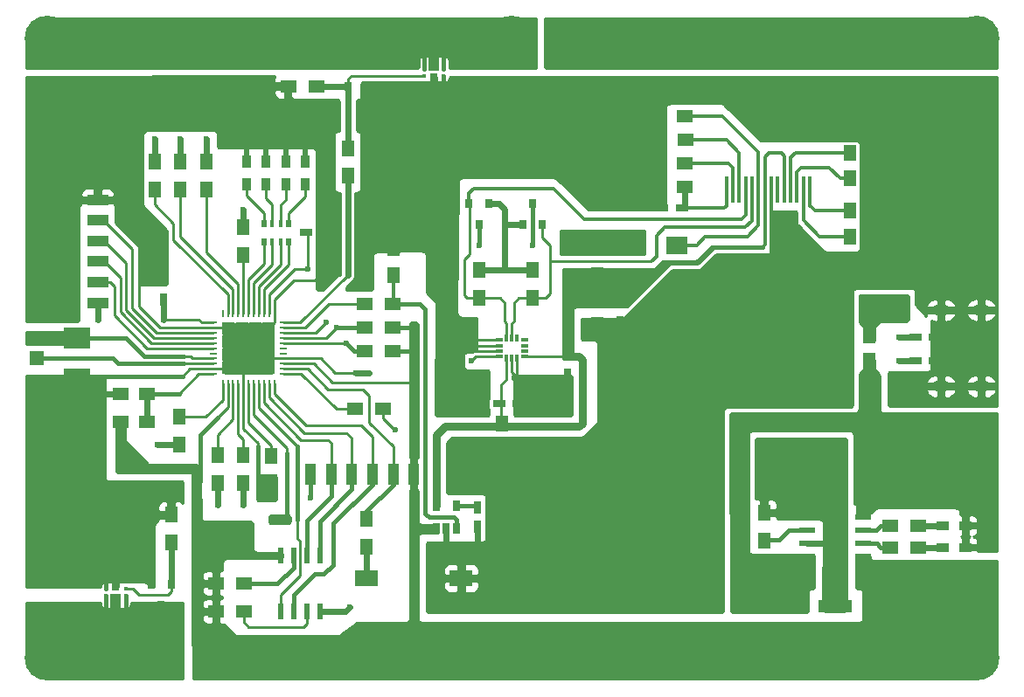
<source format=gbr>
G04 #@! TF.FileFunction,Copper,L1,Top,Signal*
%FSLAX46Y46*%
G04 Gerber Fmt 4.6, Leading zero omitted, Abs format (unit mm)*
G04 Created by KiCad (PCBNEW 4.0.7) date Wed May  2 17:40:28 2018*
%MOMM*%
%LPD*%
G01*
G04 APERTURE LIST*
%ADD10C,0.100000*%
%ADD11R,1.200000X0.750000*%
%ADD12R,1.250000X1.500000*%
%ADD13R,1.300000X1.500000*%
%ADD14R,2.180000X1.600000*%
%ADD15C,4.400000*%
%ADD16R,1.350000X1.350000*%
%ADD17O,1.350000X1.350000*%
%ADD18R,0.800000X0.900000*%
%ADD19R,0.500000X0.800000*%
%ADD20R,0.400000X0.800000*%
%ADD21R,1.550000X0.600000*%
%ADD22R,1.175000X1.175000*%
%ADD23R,0.250000X0.700000*%
%ADD24R,0.700000X0.250000*%
%ADD25R,1.287500X1.287500*%
%ADD26R,0.650000X1.060000*%
%ADD27R,0.600000X1.550000*%
%ADD28R,2.000000X1.000000*%
%ADD29R,1.000000X2.000000*%
%ADD30R,0.750000X0.300000*%
%ADD31R,0.650000X0.300000*%
%ADD32R,0.650000X0.350000*%
%ADD33R,0.300000X0.750000*%
%ADD34O,1.800000X1.000000*%
%ADD35R,1.500000X1.250000*%
%ADD36R,1.200000X0.900000*%
%ADD37R,0.900000X1.200000*%
%ADD38R,1.500000X1.300000*%
%ADD39R,0.800000X0.480000*%
%ADD40R,0.400000X0.400000*%
%ADD41R,1.100000X0.950000*%
%ADD42R,0.750000X1.200000*%
%ADD43R,2.500000X2.000000*%
%ADD44R,0.320000X2.500000*%
%ADD45R,1.700000X1.300000*%
%ADD46R,2.000000X1.700000*%
%ADD47C,0.600000*%
%ADD48C,1.000000*%
%ADD49C,0.250000*%
%ADD50C,0.400000*%
%ADD51C,0.600000*%
%ADD52C,1.000000*%
%ADD53C,0.300000*%
%ADD54C,0.800000*%
%ADD55C,0.500000*%
%ADD56C,0.254000*%
G04 APERTURE END LIST*
D10*
D11*
X238350000Y-60200000D03*
X236450000Y-60200000D03*
D12*
X254600000Y-57350000D03*
X254600000Y-54850000D03*
D13*
X188900000Y-92650000D03*
X188900000Y-89950000D03*
D14*
X207810000Y-96100000D03*
X216990000Y-96100000D03*
D15*
X176900000Y-103800000D03*
X221900000Y-43800000D03*
X266900000Y-43800000D03*
X221900000Y-103800000D03*
X266900000Y-103800000D03*
X176900000Y-43800000D03*
D16*
X175900000Y-74800000D03*
D17*
X175900000Y-72800000D03*
D18*
X219650000Y-59800000D03*
X217750000Y-59800000D03*
X218700000Y-61800000D03*
X222950000Y-61800000D03*
X224850000Y-61800000D03*
X223900000Y-59800000D03*
D19*
X197900000Y-63500000D03*
D20*
X199500000Y-63500000D03*
X198700000Y-63500000D03*
D19*
X200300000Y-63500000D03*
D20*
X198700000Y-61700000D03*
D19*
X197900000Y-61700000D03*
D20*
X199500000Y-61700000D03*
D19*
X200300000Y-61700000D03*
D21*
X250500000Y-90195000D03*
X250500000Y-91465000D03*
X250500000Y-92735000D03*
X250500000Y-94005000D03*
X255900000Y-94005000D03*
X255900000Y-92735000D03*
X255900000Y-91465000D03*
X255900000Y-90195000D03*
D22*
X253787500Y-92687500D03*
X253787500Y-91512500D03*
X252612500Y-92687500D03*
X252612500Y-91512500D03*
D23*
X193900000Y-77200000D03*
X194400000Y-77200000D03*
X194900000Y-77200000D03*
X195400000Y-77200000D03*
X195900000Y-77200000D03*
X196400000Y-77200000D03*
X196900000Y-77200000D03*
X197400000Y-77200000D03*
X197900000Y-77200000D03*
X198400000Y-77200000D03*
X198900000Y-77200000D03*
D24*
X199800000Y-76300000D03*
X199800000Y-75800000D03*
X199800000Y-75300000D03*
X199800000Y-74800000D03*
X199800000Y-74300000D03*
X199800000Y-73800000D03*
X199800000Y-73300000D03*
X199800000Y-72800000D03*
X199800000Y-72300000D03*
X199800000Y-71800000D03*
X199800000Y-71300000D03*
D23*
X198900000Y-70400000D03*
X198400000Y-70400000D03*
X197900000Y-70400000D03*
X197400000Y-70400000D03*
X196900000Y-70400000D03*
X196400000Y-70400000D03*
X195900000Y-70400000D03*
X195400000Y-70400000D03*
X194900000Y-70400000D03*
X194400000Y-70400000D03*
X193900000Y-70400000D03*
D24*
X193000000Y-71300000D03*
X193000000Y-71800000D03*
X193000000Y-72300000D03*
X193000000Y-72800000D03*
X193000000Y-73300000D03*
X193000000Y-73800000D03*
X193000000Y-74300000D03*
X193000000Y-74800000D03*
X193000000Y-75300000D03*
X193000000Y-75800000D03*
X193000000Y-76300000D03*
D25*
X198331250Y-71868750D03*
X197043750Y-71868750D03*
X195756250Y-71868750D03*
X194468750Y-71868750D03*
X198331250Y-73156250D03*
X197043750Y-73156250D03*
X195756250Y-73156250D03*
X194468750Y-73156250D03*
X198331250Y-74443750D03*
X197043750Y-74443750D03*
X195756250Y-74443750D03*
X194468750Y-74443750D03*
X198331250Y-75731250D03*
X197043750Y-75731250D03*
X195756250Y-75731250D03*
X194468750Y-75731250D03*
D26*
X214600000Y-91300000D03*
X215550000Y-91300000D03*
X216500000Y-91300000D03*
X216500000Y-89100000D03*
X214600000Y-89100000D03*
D27*
X199490000Y-99300000D03*
X200760000Y-99300000D03*
X202030000Y-99300000D03*
X203300000Y-99300000D03*
X203300000Y-93900000D03*
X202030000Y-93900000D03*
X200760000Y-93900000D03*
X199490000Y-93900000D03*
D28*
X181800000Y-69400000D03*
X181800000Y-67400000D03*
X181800000Y-65400000D03*
X181800000Y-63400000D03*
X181800000Y-61400000D03*
X181800000Y-59400000D03*
D29*
X212400000Y-86000000D03*
X210400000Y-86000000D03*
X208400000Y-86000000D03*
X206400000Y-86000000D03*
X204400000Y-86000000D03*
X202400000Y-86000000D03*
D12*
X256500000Y-75050000D03*
X256500000Y-72550000D03*
D30*
X220650000Y-73550000D03*
X220650000Y-74050000D03*
D31*
X220650000Y-74600000D03*
X220650000Y-73000000D03*
D32*
X223150000Y-73000000D03*
D30*
X223150000Y-73550000D03*
X223150000Y-74050000D03*
D31*
X223150000Y-74600000D03*
D33*
X221900000Y-74800000D03*
X222400000Y-74800000D03*
X221400000Y-74800000D03*
X221900000Y-72800000D03*
X221400000Y-72800000D03*
X222400000Y-72800000D03*
D34*
X263450000Y-70125000D03*
X263450000Y-77500000D03*
X267350000Y-70100000D03*
X267350000Y-77500000D03*
D35*
X184050000Y-80900000D03*
X186550000Y-80900000D03*
D36*
X263600000Y-91000000D03*
X265800000Y-91000000D03*
X263600000Y-93100000D03*
X265800000Y-93100000D03*
D37*
X196200000Y-55700000D03*
X196200000Y-57900000D03*
X198100000Y-55700000D03*
X198100000Y-57900000D03*
X200000000Y-55700000D03*
X200000000Y-57900000D03*
X201900000Y-55700000D03*
X201900000Y-57900000D03*
D13*
X246300000Y-89750000D03*
X246300000Y-92450000D03*
D38*
X206750000Y-79700000D03*
X209450000Y-79700000D03*
D13*
X206000000Y-57100000D03*
X206000000Y-54400000D03*
X189700000Y-83150000D03*
X189700000Y-80450000D03*
D38*
X210350000Y-71800000D03*
X207650000Y-71800000D03*
X207650000Y-69500000D03*
X210350000Y-69500000D03*
D13*
X223900000Y-66250000D03*
X223900000Y-68950000D03*
X218700000Y-66250000D03*
X218700000Y-68950000D03*
X195900000Y-64750000D03*
X195900000Y-62050000D03*
D38*
X210350000Y-74100000D03*
X207650000Y-74100000D03*
D13*
X195900000Y-84150000D03*
X195900000Y-86850000D03*
X193400000Y-84150000D03*
X193400000Y-86850000D03*
D38*
X193250000Y-99300000D03*
X195950000Y-99300000D03*
X193250000Y-96600000D03*
X195950000Y-96600000D03*
D13*
X187300000Y-55700000D03*
X187300000Y-58400000D03*
X189800000Y-55700000D03*
X189800000Y-58400000D03*
D18*
X188900000Y-96700000D03*
X187000000Y-96700000D03*
X187950000Y-98700000D03*
X206050000Y-48400000D03*
X207950000Y-48400000D03*
X207000000Y-46400000D03*
D13*
X207800000Y-93050000D03*
X207800000Y-90350000D03*
D38*
X202950000Y-48400000D03*
X200250000Y-48400000D03*
D39*
X183550000Y-97050000D03*
D40*
X182600000Y-97100000D03*
X182600000Y-97750000D03*
X182600000Y-98400000D03*
X184500000Y-97100000D03*
X184500000Y-97750000D03*
X184500000Y-98400000D03*
D41*
X183550000Y-98050000D03*
D39*
X214350000Y-47450000D03*
D40*
X215300000Y-47400000D03*
X215300000Y-46750000D03*
X215300000Y-46100000D03*
X213400000Y-47400000D03*
X213400000Y-46750000D03*
X213400000Y-46100000D03*
D41*
X214350000Y-46450000D03*
D35*
X249850000Y-98800000D03*
X252350000Y-98800000D03*
X256550000Y-98800000D03*
X254050000Y-98800000D03*
X186550000Y-78200000D03*
X184050000Y-78200000D03*
X236150000Y-51300000D03*
X238650000Y-51300000D03*
D42*
X188200000Y-69050000D03*
X188200000Y-67150000D03*
D12*
X230200000Y-69050000D03*
X230200000Y-71550000D03*
D42*
X232400000Y-69350000D03*
X232400000Y-71250000D03*
D35*
X236150000Y-55900000D03*
X238650000Y-55900000D03*
D42*
X227300000Y-74450000D03*
X227300000Y-76350000D03*
D11*
X220650000Y-79200000D03*
X222550000Y-79200000D03*
X201950000Y-62600000D03*
X203850000Y-62600000D03*
D12*
X220900000Y-81150000D03*
X220900000Y-83650000D03*
D42*
X218600000Y-89200000D03*
X218600000Y-91100000D03*
D35*
X238650000Y-58200000D03*
X236150000Y-58200000D03*
D12*
X254600000Y-60450000D03*
X254600000Y-62950000D03*
X198600000Y-84250000D03*
X198600000Y-86750000D03*
D11*
X260950000Y-75000000D03*
X262850000Y-75000000D03*
X260950000Y-72700000D03*
X262850000Y-72700000D03*
D38*
X261200000Y-91000000D03*
X258500000Y-91000000D03*
X261200000Y-93100000D03*
X258500000Y-93100000D03*
D43*
X179800000Y-76800000D03*
X179800000Y-72800000D03*
D13*
X210400000Y-66750000D03*
X210400000Y-64050000D03*
X192300000Y-58400000D03*
X192300000Y-55700000D03*
X230200000Y-64050000D03*
X230200000Y-66750000D03*
D38*
X238750000Y-53600000D03*
X236050000Y-53600000D03*
D44*
X250744697Y-58441463D03*
X250124697Y-58441463D03*
X249504697Y-58441463D03*
X248884697Y-58441463D03*
X248264697Y-58441463D03*
X247644697Y-58441463D03*
X247024697Y-58441463D03*
X246404697Y-58441463D03*
X245784697Y-58441463D03*
X245164697Y-58441463D03*
X244544697Y-58441463D03*
X243924697Y-58441463D03*
X243304697Y-58441463D03*
X242684697Y-58441463D03*
D45*
X227700000Y-67150000D03*
X227700000Y-63650000D03*
D46*
X233900000Y-63800000D03*
X237900000Y-63800000D03*
D47*
X202100000Y-66100000D03*
X259200000Y-96800000D03*
X257800002Y-96800000D03*
X256399999Y-96800000D03*
D48*
X194400000Y-103300000D03*
X204400000Y-103300000D03*
X214400000Y-103300000D03*
X229400000Y-103300000D03*
X239400000Y-103300000D03*
X249400000Y-103300000D03*
X259300000Y-103300000D03*
D47*
X188200000Y-71000000D03*
X212400000Y-79899992D03*
X212400000Y-78700012D03*
X181800000Y-71000000D03*
X257800000Y-98100000D03*
X257800000Y-95500000D03*
X184100000Y-83900000D03*
X184099980Y-83000000D03*
X186500000Y-99700000D03*
X185000000Y-99700000D03*
X185000000Y-102700000D03*
X185000000Y-101200000D03*
X186500000Y-101200000D03*
X186500000Y-102700000D03*
X188000000Y-102700000D03*
X188000000Y-101200000D03*
D48*
X204400000Y-44300000D03*
X214400000Y-44300000D03*
X194400000Y-44300000D03*
X184400000Y-44300000D03*
D47*
X227300000Y-72000000D03*
X221200000Y-66250000D03*
X175900000Y-49600000D03*
X175900000Y-52800000D03*
X175900000Y-56000000D03*
X175900000Y-59200000D03*
X175900000Y-62400000D03*
X175900000Y-65600000D03*
X175900000Y-68800000D03*
X225500000Y-79700000D03*
X209300000Y-49300000D03*
X209300000Y-50800000D03*
X210800000Y-50800000D03*
X210800000Y-49300000D03*
X215300000Y-50800000D03*
X213800000Y-50800000D03*
X212300000Y-50800000D03*
X212300000Y-49300000D03*
X213800000Y-49300000D03*
X215300000Y-49300000D03*
X175900000Y-94800000D03*
X175900000Y-78800000D03*
X175900000Y-82000000D03*
X175900000Y-85200000D03*
X175900000Y-88400000D03*
X175900000Y-91600000D03*
X252000000Y-87799998D03*
X252000000Y-86400000D03*
X253400000Y-86400000D03*
X253400000Y-87800000D03*
X252000000Y-89200000D03*
X253400000Y-89200000D03*
X217600000Y-93400000D03*
X216200000Y-93400000D03*
X214800000Y-93400000D03*
X206200000Y-98899996D03*
X215300000Y-76700000D03*
X216700000Y-76700000D03*
X215300000Y-72900000D03*
X216700002Y-72900000D03*
X206800006Y-76200000D03*
X208100000Y-76200000D03*
X225500000Y-78200000D03*
X197500000Y-88200000D03*
X202400000Y-88300000D03*
X253200000Y-97000000D03*
X252500000Y-96300000D03*
X253900000Y-96300000D03*
X198800000Y-88200000D03*
X253200000Y-95600000D03*
X256500000Y-82200000D03*
X256500000Y-80800000D03*
X198700000Y-90400000D03*
X200100000Y-90400000D03*
X259400000Y-75000000D03*
X195900000Y-89000000D03*
X259400000Y-72700000D03*
X193400000Y-89000000D03*
X259400000Y-70300000D03*
X259400000Y-69300000D03*
X258400000Y-70300000D03*
X258400000Y-69300000D03*
X257400000Y-70300000D03*
X257400000Y-69300000D03*
X256400000Y-69300000D03*
X256400000Y-70300000D03*
X204900000Y-71800000D03*
X218700000Y-63800000D03*
X205900002Y-73300000D03*
X223900000Y-63800000D03*
X187600000Y-83100000D03*
X189800000Y-53500000D03*
X187300000Y-53500000D03*
X195899992Y-60400000D03*
D48*
X229400000Y-44300000D03*
X239400000Y-44300000D03*
X249400000Y-44300000D03*
X259300000Y-44300000D03*
D47*
X203900000Y-71300000D03*
X218000000Y-75000000D03*
X188900010Y-94800000D03*
X210600000Y-81700000D03*
X192300000Y-53500000D03*
D49*
X212400000Y-78700012D02*
X212400000Y-74100000D01*
X212400000Y-74100000D02*
X212400000Y-72000000D01*
D50*
X210350000Y-74100000D02*
X212400000Y-74100000D01*
D49*
X212400000Y-72000000D02*
X212200000Y-71800000D01*
D50*
X212200000Y-71800000D02*
X210350000Y-71800000D01*
D49*
X202100000Y-66100000D02*
X200900000Y-66100000D01*
X200900000Y-66100000D02*
X198400000Y-68600000D01*
X198400000Y-68600000D02*
X198400000Y-70400000D01*
X202150000Y-62600000D02*
X202150000Y-66050000D01*
X202150000Y-66050000D02*
X202100000Y-66100000D01*
X257800000Y-96800000D02*
X257800002Y-96800000D01*
X260599999Y-96800000D02*
X257800000Y-96800000D01*
X257800000Y-96800000D02*
X256399999Y-96800000D01*
X257800000Y-98100000D02*
X257800000Y-96800000D01*
X204400000Y-103300000D02*
X194400000Y-103300000D01*
X221900000Y-103800000D02*
X214900000Y-103800000D01*
X214900000Y-103800000D02*
X214400000Y-103300000D01*
X249400000Y-103300000D02*
X239400000Y-103300000D01*
X263288731Y-103300000D02*
X259300000Y-103300000D01*
X266900000Y-103800000D02*
X263788731Y-103800000D01*
X263788731Y-103800000D02*
X263288731Y-103300000D01*
D51*
X188200000Y-68850000D02*
X188200000Y-71000000D01*
D49*
X193000000Y-71300000D02*
X191900000Y-71300000D01*
X191900000Y-71300000D02*
X191600000Y-71000000D01*
X191600000Y-71000000D02*
X188200000Y-71000000D01*
X199800000Y-75300000D02*
X202700000Y-75300000D01*
X202700000Y-75300000D02*
X204500000Y-77100000D01*
X204500000Y-77100000D02*
X208400000Y-77100000D01*
X208400000Y-77100000D02*
X212400000Y-77100000D01*
D51*
X212400000Y-77100000D02*
X212400000Y-77399984D01*
X212400000Y-86000000D02*
X212400000Y-79899992D01*
X212399992Y-77399992D02*
X212400000Y-77400000D01*
D49*
X212400000Y-77399984D02*
X212399992Y-77399992D01*
D52*
X191400000Y-93900000D02*
X191400000Y-96600000D01*
D50*
X192100000Y-96600000D02*
X191400000Y-96600000D01*
D52*
X191400000Y-96600000D02*
X191400000Y-102500000D01*
D50*
X193250000Y-96600000D02*
X192100000Y-96600000D01*
X199490000Y-93900000D02*
X198790000Y-93900000D01*
X198790000Y-93900000D02*
X191400000Y-93900000D01*
D51*
X181800000Y-69400000D02*
X181800000Y-71000000D01*
D49*
X255900000Y-94005000D02*
X256375000Y-94005000D01*
X256375000Y-94005000D02*
X257800000Y-95430000D01*
X257800000Y-95430000D02*
X257800000Y-95500000D01*
X191700000Y-86700000D02*
X191700000Y-85900000D01*
X191700000Y-85900000D02*
X191300000Y-85500000D01*
D52*
X191400000Y-85600000D02*
X191400000Y-93900000D01*
D51*
X191450000Y-93950000D02*
X191400000Y-93900000D01*
D52*
X184100000Y-83900000D02*
X184100000Y-84900000D01*
X184100000Y-84900000D02*
X184700000Y-85500000D01*
X184700000Y-85500000D02*
X191300000Y-85500000D01*
X191300000Y-85500000D02*
X191400000Y-85600000D01*
D50*
X193400000Y-80500000D02*
X191700000Y-82200000D01*
X191700000Y-82200000D02*
X191700000Y-86700000D01*
D51*
X184099980Y-83000000D02*
X184099980Y-80949980D01*
X184099980Y-80949980D02*
X184050000Y-80900000D01*
X184100000Y-80950000D02*
X184099980Y-80950020D01*
D49*
X194400000Y-78800000D02*
X194400000Y-79500000D01*
X194400000Y-79500000D02*
X193400000Y-80500000D01*
X194400000Y-77200000D02*
X194400000Y-78800000D01*
X258200000Y-96400000D02*
X259600000Y-97800000D01*
X257200000Y-96400000D02*
X257200000Y-98700000D01*
X257200000Y-96400000D02*
X258200000Y-96400000D01*
X257200000Y-98700000D02*
X257100000Y-98800000D01*
X257100000Y-98800000D02*
X256300000Y-98800000D01*
X221900000Y-103800000D02*
X193300000Y-103800000D01*
X193300000Y-103800000D02*
X192150000Y-102650000D01*
D53*
X185000000Y-102700000D02*
X185000000Y-99700000D01*
X186500000Y-101200000D02*
X185000000Y-101200000D01*
X188000000Y-102700000D02*
X186500000Y-102700000D01*
X187950000Y-98700000D02*
X187950000Y-101150000D01*
X187950000Y-101150000D02*
X188000000Y-101200000D01*
D50*
X184500000Y-97750000D02*
X184500000Y-98400000D01*
D49*
X183900000Y-102400000D02*
X183500000Y-102400000D01*
X183500000Y-102400000D02*
X182600000Y-102400000D01*
D52*
X183550000Y-98100000D02*
X183550000Y-102400000D01*
D49*
X183550000Y-102350000D02*
X183500000Y-102400000D01*
X184500000Y-101800000D02*
X183900000Y-102400000D01*
D50*
X184500000Y-98400000D02*
X184500000Y-101800000D01*
D49*
X182600000Y-102400000D02*
X181200000Y-103800000D01*
X181200000Y-103800000D02*
X176900000Y-103800000D01*
D50*
X182600000Y-98400000D02*
X182600000Y-102400000D01*
X182600000Y-97750000D02*
X182600000Y-98400000D01*
X215300000Y-46750000D02*
X215300000Y-46100000D01*
X213400000Y-46750000D02*
X213400000Y-46100000D01*
D52*
X214350000Y-46400000D02*
X214350000Y-44300000D01*
D49*
X214350000Y-44350000D02*
X214400000Y-44300000D01*
D50*
X213400000Y-46100000D02*
X213400000Y-45100000D01*
D49*
X213400000Y-45100000D02*
X213600000Y-45100000D01*
X213600000Y-45100000D02*
X214400000Y-44300000D01*
D50*
X215300000Y-45650000D02*
X215300000Y-45300000D01*
X215300000Y-46100000D02*
X215300000Y-45650000D01*
D49*
X214400000Y-44300000D02*
X204400000Y-44300000D01*
X221900000Y-43800000D02*
X214900000Y-43800000D01*
X214900000Y-43800000D02*
X214400000Y-44300000D01*
X176900000Y-43800000D02*
X183900000Y-43800000D01*
X183900000Y-43800000D02*
X184400000Y-44300000D01*
D53*
X246200000Y-64000000D02*
X245500000Y-64000000D01*
X246404697Y-63795303D02*
X246200000Y-64000000D01*
X246404697Y-58441463D02*
X246404697Y-63795303D01*
X246800000Y-54900000D02*
X246404697Y-55295303D01*
X246404697Y-55295303D02*
X246404697Y-58441463D01*
X248000000Y-54900000D02*
X246800000Y-54900000D01*
X248264697Y-55164697D02*
X248000000Y-54900000D01*
X248264697Y-58441463D02*
X248264697Y-55164697D01*
D54*
X220900000Y-81400000D02*
X228400000Y-81400000D01*
X228400000Y-81400000D02*
X228700000Y-81100000D01*
X228700000Y-81100000D02*
X228700000Y-74900000D01*
X228700000Y-74900000D02*
X228400000Y-74600000D01*
X228400000Y-74600000D02*
X227200000Y-74600000D01*
X214600000Y-89100000D02*
X214600000Y-82200000D01*
X214600000Y-82200000D02*
X215400000Y-81400000D01*
X215400000Y-81400000D02*
X220900000Y-81400000D01*
D49*
X220850000Y-79200000D02*
X220850000Y-81350000D01*
X220850000Y-81350000D02*
X220900000Y-81400000D01*
X223150000Y-74600000D02*
X227250000Y-74600000D01*
X227250000Y-74600000D02*
X227300000Y-74650000D01*
X221400000Y-74800000D02*
X221400000Y-76800000D01*
X221400000Y-76800000D02*
X220850000Y-77350000D01*
X220850000Y-77350000D02*
X220850000Y-79200000D01*
D51*
X221200000Y-61800000D02*
X221200000Y-62300000D01*
X221200000Y-61800000D02*
X222950000Y-61800000D01*
X221200000Y-60350000D02*
X221200000Y-62300000D01*
X219650000Y-59800000D02*
X220650000Y-59800000D01*
X220650000Y-59800000D02*
X221200000Y-60350000D01*
X221200000Y-66250000D02*
X218700000Y-66250000D01*
X223700000Y-66250000D02*
X221200000Y-66250000D01*
X221200000Y-66250000D02*
X221200000Y-62300000D01*
D53*
X175900000Y-49100000D02*
X176600000Y-48400000D01*
X176600000Y-48400000D02*
X200250000Y-48400000D01*
X175900000Y-49600000D02*
X175900000Y-49100000D01*
X175900000Y-56000000D02*
X175900000Y-52800000D01*
X175900000Y-62400000D02*
X175900000Y-59200000D01*
X175900000Y-68800000D02*
X175900000Y-65600000D01*
X262000000Y-66800000D02*
X263450000Y-68250000D01*
X263450000Y-68250000D02*
X263450000Y-70125000D01*
X248549394Y-66800000D02*
X262000000Y-66800000D01*
X247024697Y-65275303D02*
X248549394Y-66800000D01*
X247024697Y-58441463D02*
X247024697Y-65275303D01*
D49*
X225200001Y-79400001D02*
X225500000Y-79700000D01*
X221900000Y-76100000D02*
X225200001Y-79400001D01*
X221900000Y-74800000D02*
X221900000Y-76100000D01*
X225500000Y-78200000D02*
X225500000Y-79700000D01*
D51*
X184050000Y-78200000D02*
X181450000Y-78200000D01*
D49*
X181450000Y-78200000D02*
X180050000Y-76800000D01*
X180050000Y-76800000D02*
X179800000Y-76800000D01*
X182100000Y-76500000D02*
X181800000Y-76800000D01*
X181800000Y-76800000D02*
X179800000Y-76800000D01*
D50*
X190000000Y-76500000D02*
X182100000Y-76500000D01*
D49*
X190700000Y-75800000D02*
X190000000Y-76500000D01*
X183200000Y-94800000D02*
X182700000Y-94800000D01*
X182700000Y-94800000D02*
X175900000Y-94800000D01*
D50*
X182600000Y-97100000D02*
X182600000Y-94900000D01*
D49*
X182600000Y-94900000D02*
X182700000Y-94800000D01*
X186500000Y-94800000D02*
X183200000Y-94800000D01*
D54*
X183550000Y-96900000D02*
X183550000Y-95000000D01*
D49*
X183550000Y-95150000D02*
X183200000Y-94800000D01*
X187000000Y-95300000D02*
X186500000Y-94800000D01*
X187000000Y-96700000D02*
X187000000Y-95300000D01*
X209300000Y-50800000D02*
X209300000Y-49300000D01*
X210800000Y-49300000D02*
X210800000Y-50800000D01*
X213800000Y-50800000D02*
X215300000Y-50800000D01*
X212300000Y-49300000D02*
X212300000Y-50800000D01*
X215300000Y-49300000D02*
X213800000Y-49300000D01*
D50*
X215300000Y-47400000D02*
X215300000Y-49300000D01*
D54*
X214350000Y-47600000D02*
X214350000Y-48500000D01*
D49*
X214350000Y-48350000D02*
X215300000Y-49300000D01*
X175900000Y-91600000D02*
X175900000Y-94800000D01*
X176500000Y-78200000D02*
X175900000Y-78800000D01*
X175900000Y-82000000D02*
X175900000Y-78800000D01*
X175900000Y-88400000D02*
X175900000Y-85200000D01*
X250500000Y-90195000D02*
X251005000Y-90195000D01*
X251005000Y-90195000D02*
X252000000Y-89200000D01*
X216200000Y-93400000D02*
X217000000Y-93400000D01*
X217000000Y-93400000D02*
X217600000Y-93400000D01*
X216990000Y-96100000D02*
X216990000Y-95050000D01*
X216990000Y-95050000D02*
X217000000Y-95040000D01*
X217000000Y-95040000D02*
X217000000Y-93400000D01*
X252000000Y-89200000D02*
X252000000Y-87799998D01*
X253400000Y-87800000D02*
X253400000Y-86400000D01*
X252612500Y-91512500D02*
X252612500Y-89987500D01*
X252612500Y-89987500D02*
X253400000Y-89200000D01*
X203950000Y-62600000D02*
X203000000Y-63550000D01*
X203000000Y-63550000D02*
X203000000Y-67000000D01*
X200800000Y-67200000D02*
X198900000Y-69100000D01*
X203000000Y-67000000D02*
X202800000Y-67200000D01*
X202800000Y-67200000D02*
X200800000Y-67200000D01*
X198900000Y-69100000D02*
X198900000Y-70400000D01*
X216990000Y-96100000D02*
X216700000Y-96100000D01*
X214800000Y-94200000D02*
X214800000Y-93400000D01*
X195900000Y-77200000D02*
X195900000Y-81600000D01*
X195900000Y-81600000D02*
X197300000Y-83000000D01*
X197300000Y-83000000D02*
X197300000Y-83300000D01*
D51*
X215550000Y-91300000D02*
X215550000Y-93050000D01*
X205900001Y-99199995D02*
X206200000Y-98899996D01*
X205799996Y-99300000D02*
X205900001Y-99199995D01*
X204600000Y-99300000D02*
X205799996Y-99300000D01*
X203300000Y-99300000D02*
X204600000Y-99300000D01*
D49*
X227300000Y-76150000D02*
X227300000Y-76175000D01*
X227300000Y-76175000D02*
X225500000Y-77975000D01*
X225500000Y-77975000D02*
X225500000Y-78200000D01*
X216700000Y-76700000D02*
X215300000Y-76700000D01*
X216700002Y-72900000D02*
X215300000Y-72900000D01*
X220650000Y-74050000D02*
X217850000Y-74050000D01*
X217850000Y-74050000D02*
X216700000Y-72900000D01*
X193000000Y-71800000D02*
X187800000Y-71800000D01*
X187800000Y-71800000D02*
X185800000Y-69800000D01*
X185800000Y-69800000D02*
X185800000Y-59400000D01*
X185800000Y-59400000D02*
X183050000Y-59400000D01*
X199800000Y-74800000D02*
X203400000Y-74800000D01*
X203400000Y-74800000D02*
X204800000Y-76200000D01*
X204800000Y-76200000D02*
X206800006Y-76200000D01*
D51*
X208100000Y-76200000D02*
X206800006Y-76200000D01*
D50*
X197300000Y-83300000D02*
X197300000Y-87900000D01*
D49*
X222400000Y-74800000D02*
X222400000Y-76700000D01*
X183050000Y-59400000D02*
X181800000Y-59400000D01*
D55*
X198100000Y-55700000D02*
X198100000Y-53900000D01*
X196200000Y-54850000D02*
X196200000Y-54000000D01*
X196200000Y-55700000D02*
X196200000Y-54850000D01*
X200000000Y-54800000D02*
X200000000Y-53850000D01*
X200000000Y-55700000D02*
X200000000Y-54850000D01*
X201900000Y-55700000D02*
X201900000Y-54000000D01*
D49*
X180550000Y-59400000D02*
X179200000Y-59400000D01*
X181800000Y-59400000D02*
X180550000Y-59400000D01*
X197300000Y-87900000D02*
X197700000Y-88300000D01*
D51*
X198600000Y-88300000D02*
X197700000Y-88300000D01*
D49*
X193000000Y-75800000D02*
X190700000Y-75800000D01*
D50*
X262750000Y-75000000D02*
X263550000Y-75000000D01*
X262750000Y-73000000D02*
X264600000Y-73000000D01*
X202400000Y-86000000D02*
X202400000Y-88300000D01*
D49*
X252500000Y-96300000D02*
X253200000Y-97000000D01*
X253200000Y-95600000D02*
X253900000Y-96300000D01*
X216999999Y-73299999D02*
X216700000Y-73000000D01*
X220650000Y-73550000D02*
X217250000Y-73550000D01*
X220650000Y-73000000D02*
X216700000Y-73000000D01*
X217250000Y-73550000D02*
X216999999Y-73299999D01*
X198600000Y-87875736D02*
X198600000Y-88300000D01*
X198600000Y-86875000D02*
X198600000Y-87875736D01*
D51*
X218600000Y-90900000D02*
X218600000Y-94200000D01*
D49*
X267350000Y-77500000D02*
X267350000Y-73750000D01*
X267200000Y-73900000D02*
X267350000Y-73750000D01*
X267350000Y-73750000D02*
X267350000Y-70100000D01*
X264600000Y-73900000D02*
X264600000Y-75000000D01*
X264600000Y-73000000D02*
X264600000Y-73900000D01*
X264600000Y-73900000D02*
X267200000Y-73900000D01*
X264600000Y-75000000D02*
X264625000Y-75000000D01*
X267125000Y-77500000D02*
X267350000Y-77500000D01*
X253200000Y-95600000D02*
X252612500Y-95012500D01*
X252612500Y-95012500D02*
X252612500Y-92687500D01*
X254300000Y-98800000D02*
X254300000Y-93200000D01*
X254300000Y-93200000D02*
X253787500Y-92687500D01*
X252100000Y-98800000D02*
X254300000Y-98800000D01*
D51*
X250500000Y-92735000D02*
X252565000Y-92735000D01*
D49*
X252565000Y-92735000D02*
X252612500Y-92687500D01*
X250500000Y-90195000D02*
X250975000Y-90195000D01*
X250975000Y-90195000D02*
X250980000Y-90200000D01*
X195900000Y-77200000D02*
X195900000Y-75875000D01*
X195900000Y-75875000D02*
X195756250Y-75731250D01*
X193000000Y-71800000D02*
X194400000Y-71800000D01*
X194400000Y-71800000D02*
X194468750Y-71868750D01*
X193000000Y-75800000D02*
X194400000Y-75800000D01*
X194400000Y-75800000D02*
X194468750Y-75731250D01*
X199800000Y-74800000D02*
X198687500Y-74800000D01*
X198687500Y-74800000D02*
X198331250Y-74443750D01*
X198900000Y-70400000D02*
X198900000Y-71300000D01*
X198900000Y-71300000D02*
X198331250Y-71868750D01*
X196900000Y-77200000D02*
X196900000Y-80300000D01*
X196900000Y-80300000D02*
X200100000Y-83500000D01*
X200100000Y-83500000D02*
X200100000Y-84000000D01*
D50*
X256500000Y-75050000D02*
X256500000Y-80800000D01*
X256500000Y-80800000D02*
X256500000Y-87800000D01*
X200100000Y-84000000D02*
X200100000Y-90400000D01*
X256500000Y-87800000D02*
X255900000Y-88400000D01*
X255900000Y-88400000D02*
X255900000Y-90195000D01*
D49*
X243800000Y-94000000D02*
X243800000Y-98200000D01*
X243800000Y-98200000D02*
X244400000Y-98800000D01*
X244400000Y-98800000D02*
X250100000Y-98800000D01*
X243800000Y-81800000D02*
X243800000Y-94000000D01*
X250500000Y-94005000D02*
X243805000Y-94005000D01*
X243805000Y-94005000D02*
X243800000Y-94000000D01*
X245000000Y-80600000D02*
X243800000Y-81800000D01*
X258400000Y-80600000D02*
X245000000Y-80600000D01*
X263100000Y-89100000D02*
X258100000Y-89100000D01*
X258100000Y-89100000D02*
X256400000Y-89100000D01*
X258400000Y-80600000D02*
X258100001Y-80899999D01*
X258100001Y-80899999D02*
X258100001Y-89099999D01*
X258100001Y-89099999D02*
X258100000Y-89100000D01*
X256400000Y-89100000D02*
X255900000Y-89600000D01*
X255900000Y-89600000D02*
X255900000Y-90195000D01*
D51*
X186600000Y-78200000D02*
X186600000Y-80850000D01*
D49*
X186600000Y-80850000D02*
X186550000Y-80900000D01*
X193000000Y-76300000D02*
X191600000Y-76300000D01*
X191600000Y-76300000D02*
X189700000Y-78200000D01*
D50*
X189700000Y-78200000D02*
X186550000Y-78200000D01*
X216500000Y-89100000D02*
X218500000Y-89100000D01*
D49*
X218500000Y-89100000D02*
X218600000Y-89200000D01*
X196400000Y-77200000D02*
X196400000Y-81000000D01*
X198600000Y-83200000D02*
X198600000Y-84500000D01*
X196400000Y-81000000D02*
X198600000Y-83200000D01*
D51*
X263600000Y-91000000D02*
X261200000Y-91000000D01*
D49*
X197900000Y-61700000D02*
X197900000Y-60700000D01*
X197900000Y-60700000D02*
X196200000Y-59000000D01*
X196200000Y-59000000D02*
X196200000Y-57900000D01*
X198100000Y-57900000D02*
X198100000Y-59300000D01*
X198100000Y-59300000D02*
X198700000Y-59900000D01*
X198700000Y-59900000D02*
X198700000Y-61700000D01*
X199500000Y-61700000D02*
X199500000Y-59900000D01*
X199500000Y-59900000D02*
X200000000Y-59400000D01*
X200000000Y-59400000D02*
X200000000Y-57900000D01*
D51*
X261250000Y-75000000D02*
X259400000Y-75000000D01*
X195900000Y-89000000D02*
X195900000Y-86450000D01*
X261150000Y-72700000D02*
X259400000Y-72700000D01*
X193400000Y-89000000D02*
X193400000Y-86774264D01*
D50*
X256500000Y-72550000D02*
X256500000Y-70400000D01*
X256500000Y-70400000D02*
X256400000Y-70300000D01*
D51*
X258400000Y-69300000D02*
X259400000Y-69300000D01*
X257400000Y-69300000D02*
X258400000Y-69300000D01*
X257400000Y-69300000D02*
X257400000Y-70300000D01*
X256400000Y-70300000D02*
X256400000Y-69300000D01*
D49*
X256400000Y-72450000D02*
X256500000Y-72550000D01*
X193000000Y-72300000D02*
X187500000Y-72300000D01*
X187500000Y-72300000D02*
X185100000Y-69900000D01*
X185100000Y-69900000D02*
X185100000Y-64200000D01*
X185100000Y-64200000D02*
X182300000Y-61400000D01*
X182300000Y-61400000D02*
X181800000Y-61400000D01*
X193000000Y-72800000D02*
X187200000Y-72800000D01*
X187200000Y-72800000D02*
X184500000Y-70100000D01*
X184500000Y-70100000D02*
X184500000Y-65500000D01*
X184500000Y-65500000D02*
X182400000Y-63400000D01*
X182400000Y-63400000D02*
X181800000Y-63400000D01*
X193000000Y-73300000D02*
X187000000Y-73300000D01*
X187000000Y-73300000D02*
X184000000Y-70300000D01*
X184000000Y-67000000D02*
X182400000Y-65400000D01*
X184000000Y-70300000D02*
X184000000Y-67000000D01*
X182400000Y-65400000D02*
X181800000Y-65400000D01*
X193000000Y-73800000D02*
X186600000Y-73800000D01*
X186600000Y-73800000D02*
X183400000Y-70600000D01*
X183400000Y-70600000D02*
X183400000Y-67800000D01*
X183400000Y-67800000D02*
X183000000Y-67400000D01*
X183000000Y-67400000D02*
X181800000Y-67400000D01*
X199800000Y-75800000D02*
X202100000Y-75800000D01*
X208100000Y-81000000D02*
X210400000Y-83300000D01*
X202100000Y-75800000D02*
X204100000Y-77800000D01*
X204100000Y-77800000D02*
X207500000Y-77800000D01*
X207500000Y-77800000D02*
X208100000Y-78400000D01*
X208100000Y-78400000D02*
X208100000Y-81000000D01*
X210400000Y-83300000D02*
X210400000Y-86000000D01*
D50*
X210400000Y-86000000D02*
X210400000Y-87000000D01*
X210400000Y-87000000D02*
X207800000Y-89600000D01*
X207800000Y-89600000D02*
X207800000Y-90300000D01*
D49*
X197900000Y-77200000D02*
X197900000Y-79100000D01*
X197900000Y-79100000D02*
X201500000Y-82700000D01*
X204400000Y-83000000D02*
X204400000Y-86000000D01*
X201500000Y-82700000D02*
X204100000Y-82700000D01*
X204100000Y-82700000D02*
X204400000Y-83000000D01*
D50*
X204400000Y-86000000D02*
X204400000Y-88100000D01*
X204400000Y-88100000D02*
X202030000Y-90470000D01*
X202030000Y-90470000D02*
X202030000Y-93900000D01*
D49*
X198900000Y-77200000D02*
X198900000Y-78200000D01*
X202000000Y-81300000D02*
X207300000Y-81300000D01*
X207300000Y-81300000D02*
X208400000Y-82400000D01*
X198900000Y-78200000D02*
X202000000Y-81300000D01*
X208400000Y-82400000D02*
X208400000Y-86000000D01*
D50*
X200760000Y-99300000D02*
X200760000Y-97740000D01*
X200760000Y-97740000D02*
X202800000Y-95700000D01*
X202800000Y-95700000D02*
X203700000Y-95700000D01*
X203700000Y-95700000D02*
X204600000Y-94800000D01*
X204600000Y-94800000D02*
X204600000Y-90800000D01*
X204600000Y-90800000D02*
X208400000Y-87000000D01*
X208400000Y-87000000D02*
X208400000Y-86000000D01*
D49*
X198400000Y-77200000D02*
X198400000Y-78600000D01*
X198400000Y-78600000D02*
X201800000Y-82000000D01*
X201800000Y-82000000D02*
X205900000Y-82000000D01*
X205900000Y-82000000D02*
X206400000Y-82500000D01*
X206400000Y-82500000D02*
X206400000Y-86000000D01*
D50*
X206400000Y-86000000D02*
X206400000Y-87500000D01*
X206400000Y-87500000D02*
X203300000Y-90600000D01*
X203300000Y-90600000D02*
X203300000Y-93900000D01*
X190100000Y-75300000D02*
X183800000Y-75300000D01*
X183800000Y-75300000D02*
X183300000Y-74800000D01*
X183300000Y-74800000D02*
X177700000Y-74800000D01*
X177700000Y-74800000D02*
X176000000Y-74800000D01*
D49*
X193000000Y-75300000D02*
X190100000Y-75300000D01*
D50*
X190100000Y-74600000D02*
X186300000Y-74600000D01*
X186300000Y-74600000D02*
X184500000Y-72800000D01*
X184500000Y-72800000D02*
X180000000Y-72800000D01*
X180000000Y-72800000D02*
X175900000Y-72800000D01*
D49*
X190800000Y-74600000D02*
X190100000Y-74600000D01*
X193000000Y-74800000D02*
X191000000Y-74800000D01*
X191000000Y-74800000D02*
X190800000Y-74600000D01*
X203900000Y-72800000D02*
X204600001Y-72099999D01*
X204600001Y-72099999D02*
X204900000Y-71800000D01*
X199800000Y-72800000D02*
X203900000Y-72800000D01*
D50*
X207650000Y-71800000D02*
X204900000Y-71800000D01*
X218700000Y-61800000D02*
X218700000Y-63800000D01*
X207650000Y-74100000D02*
X206650000Y-74100000D01*
D49*
X205900002Y-73350002D02*
X205900002Y-73300000D01*
D50*
X206650000Y-74100000D02*
X205900002Y-73350002D01*
D49*
X199800000Y-73300000D02*
X205900002Y-73300000D01*
D50*
X223900000Y-59800000D02*
X223900000Y-63800000D01*
X250500000Y-91465000D02*
X248735000Y-91465000D01*
X247800000Y-92400000D02*
X246400000Y-92400000D01*
X248735000Y-91465000D02*
X247800000Y-92400000D01*
X257135000Y-91465000D02*
X257564720Y-91035280D01*
X257564720Y-91035280D02*
X258489398Y-91035280D01*
X255900000Y-91465000D02*
X257135000Y-91465000D01*
X257235000Y-92735000D02*
X257600000Y-93100000D01*
X257600000Y-93100000D02*
X258489398Y-93100000D01*
X255900000Y-92735000D02*
X257235000Y-92735000D01*
D51*
X187600000Y-83100000D02*
X189650000Y-83100000D01*
D49*
X195900000Y-70400000D02*
X195900000Y-64700000D01*
X195400000Y-77200000D02*
X195400000Y-82100000D01*
X195400000Y-82100000D02*
X195900000Y-82600000D01*
X195900000Y-82600000D02*
X195900000Y-84150000D01*
X194900000Y-77200000D02*
X194900000Y-80700000D01*
X194900000Y-80700000D02*
X193400000Y-82200000D01*
X193400000Y-82200000D02*
X193400000Y-84150000D01*
X202030000Y-99300000D02*
X202030000Y-100470000D01*
X202030000Y-100470000D02*
X201700000Y-100800000D01*
X201700000Y-100800000D02*
X196400000Y-100800000D01*
X196400000Y-100800000D02*
X195950000Y-100350000D01*
X195950000Y-100350000D02*
X195950000Y-99300000D01*
D50*
X200760000Y-93900000D02*
X200760000Y-95040000D01*
X200760000Y-95040000D02*
X199200000Y-96600000D01*
X199200000Y-96600000D02*
X197100000Y-96600000D01*
X197100000Y-96600000D02*
X195950000Y-96600000D01*
D49*
X197900000Y-70400000D02*
X197900000Y-68100000D01*
X197900000Y-68100000D02*
X200300000Y-65700000D01*
X200300000Y-65700000D02*
X200300000Y-63500000D01*
X196900000Y-70400000D02*
X196900000Y-67500000D01*
X196900000Y-67500000D02*
X198700000Y-65700000D01*
X198700000Y-65700000D02*
X198700000Y-63500000D01*
X197400000Y-70400000D02*
X197400000Y-67800000D01*
X199500000Y-65700000D02*
X199500000Y-63500000D01*
X197400000Y-67800000D02*
X199500000Y-65700000D01*
X196400000Y-70400000D02*
X196400000Y-67100000D01*
X196400000Y-67100000D02*
X197900000Y-65600000D01*
X197900000Y-65600000D02*
X197900000Y-63500000D01*
X199490000Y-99300000D02*
X199490000Y-97710000D01*
X201100000Y-92200000D02*
X201100000Y-90400000D01*
X199490000Y-97710000D02*
X201400000Y-95800000D01*
X201400000Y-95800000D02*
X201400000Y-92500000D01*
X201400000Y-92500000D02*
X201100000Y-92200000D01*
D50*
X201100000Y-83300000D02*
X201100000Y-90400000D01*
D49*
X197400000Y-77200000D02*
X197400000Y-79600000D01*
X197400000Y-79600000D02*
X201100000Y-83300000D01*
X193900000Y-77200000D02*
X193900000Y-78800000D01*
X193900000Y-78800000D02*
X192250000Y-80450000D01*
X192250000Y-80450000D02*
X189700000Y-80450000D01*
X194900000Y-70400000D02*
X194900000Y-68100000D01*
X194900000Y-68100000D02*
X189800000Y-63000000D01*
X189800000Y-63000000D02*
X189800000Y-60200000D01*
X189800000Y-60200000D02*
X189800000Y-58400000D01*
X194400000Y-70400000D02*
X194400000Y-68600000D01*
X194400000Y-68600000D02*
X189100000Y-63300000D01*
X189100000Y-63300000D02*
X189100000Y-61700000D01*
X189100000Y-61700000D02*
X187300000Y-59900000D01*
X187300000Y-59900000D02*
X187300000Y-58400000D01*
D51*
X206000000Y-57100000D02*
X206000000Y-66700000D01*
D49*
X206000000Y-66700000D02*
X201400000Y-71300000D01*
X201400000Y-71300000D02*
X199800000Y-71300000D01*
X204197311Y-69500000D02*
X207600000Y-69500000D01*
X199800000Y-71800000D02*
X201897311Y-71800000D01*
X201897311Y-71800000D02*
X204197311Y-69500000D01*
D53*
X244544697Y-58441463D02*
X244544697Y-60855303D01*
X218200000Y-58300000D02*
X217750000Y-58750000D01*
X244544697Y-60855303D02*
X244100000Y-61300000D01*
X244100000Y-61300000D02*
X228900000Y-61300000D01*
X228900000Y-61300000D02*
X225900000Y-58300000D01*
X225900000Y-58300000D02*
X218200000Y-58300000D01*
X217750000Y-58750000D02*
X217750000Y-59800000D01*
D49*
X221400000Y-72800000D02*
X221400000Y-71400000D01*
X221400000Y-71400000D02*
X221200000Y-71200000D01*
X221200000Y-71200000D02*
X221200000Y-69400000D01*
X221200000Y-69400000D02*
X220750000Y-68950000D01*
X220750000Y-68950000D02*
X218700000Y-68950000D01*
X217750000Y-59800000D02*
X217800000Y-59750000D01*
X217300000Y-68700000D02*
X217550000Y-68950000D01*
X217550000Y-68950000D02*
X218700000Y-68950000D01*
X217300000Y-65200000D02*
X217800000Y-64700000D01*
X217300000Y-68700000D02*
X217300000Y-65200000D01*
X217800000Y-64700000D02*
X217800000Y-59850000D01*
X217800000Y-59850000D02*
X217750000Y-59800000D01*
X235400000Y-65400000D02*
X225600000Y-65400000D01*
D53*
X245164697Y-58441463D02*
X245164697Y-61435303D01*
X245164697Y-61435303D02*
X244500000Y-62100000D01*
X236700000Y-62100000D02*
X235900000Y-62900000D01*
X244500000Y-62100000D02*
X236700000Y-62100000D01*
X235900000Y-62900000D02*
X235900000Y-64900000D01*
X235900000Y-64900000D02*
X235400000Y-65400000D01*
D49*
X225600000Y-68500000D02*
X225600000Y-65400000D01*
X225600000Y-65400000D02*
X225600000Y-63800000D01*
X221900000Y-72800000D02*
X221900000Y-71400000D01*
X221900000Y-71400000D02*
X222100000Y-71200000D01*
X222100000Y-71200000D02*
X222100000Y-69400000D01*
X222100000Y-69400000D02*
X222550000Y-68950000D01*
X222550000Y-68950000D02*
X223900000Y-68950000D01*
X223900000Y-68950000D02*
X225150000Y-68950000D01*
X225150000Y-68950000D02*
X225600000Y-68500000D01*
X225600000Y-63800000D02*
X224850000Y-63050000D01*
X224850000Y-63050000D02*
X224850000Y-61800000D01*
D53*
X250124697Y-61424697D02*
X251650000Y-62950000D01*
X251650000Y-62950000D02*
X254600000Y-62950000D01*
X250124697Y-58441463D02*
X250124697Y-61424697D01*
D51*
X189800000Y-55700000D02*
X189800000Y-53500000D01*
X187300000Y-53500000D02*
X187300000Y-55700000D01*
D53*
X249350000Y-54850000D02*
X248884697Y-55315303D01*
X248884697Y-55315303D02*
X248884697Y-58441463D01*
X254600000Y-54850000D02*
X249350000Y-54850000D01*
X249900000Y-56300000D02*
X249504697Y-56695303D01*
X249504697Y-56695303D02*
X249504697Y-58441463D01*
X252625000Y-56300000D02*
X249900000Y-56300000D01*
X254600000Y-57350000D02*
X253675000Y-57350000D01*
X253675000Y-57350000D02*
X252625000Y-56300000D01*
D51*
X261200000Y-93100000D02*
X263600000Y-93100000D01*
D49*
X200300000Y-61700000D02*
X200300000Y-60700000D01*
X200300000Y-60700000D02*
X201900000Y-59100000D01*
X201900000Y-59100000D02*
X201900000Y-58500000D01*
D51*
X195899992Y-60824264D02*
X195899992Y-60400000D01*
X195899992Y-62099992D02*
X195899992Y-60824264D01*
X195900000Y-62100000D02*
X195899992Y-62099992D01*
D49*
X249400000Y-44300000D02*
X239400000Y-44300000D01*
X266900000Y-43800000D02*
X259800000Y-43800000D01*
X259800000Y-43800000D02*
X259300000Y-44300000D01*
X203600001Y-71599999D02*
X203900000Y-71300000D01*
X202900000Y-72300000D02*
X203600001Y-71599999D01*
X199800000Y-72300000D02*
X202900000Y-72300000D01*
X218299999Y-74700001D02*
X218000000Y-75000000D01*
X218400000Y-74600000D02*
X218299999Y-74700001D01*
X220650000Y-74600000D02*
X218400000Y-74600000D01*
D51*
X188900000Y-92650000D02*
X188900000Y-94799990D01*
D49*
X188900000Y-94799990D02*
X188900010Y-94800000D01*
X188900000Y-94800010D02*
X188900010Y-94800000D01*
D51*
X188900000Y-96700000D02*
X188900000Y-94800010D01*
D49*
X209450000Y-79700000D02*
X209450000Y-80600000D01*
X209450000Y-80600000D02*
X210550000Y-81700000D01*
X210550000Y-81700000D02*
X210600000Y-81700000D01*
X188600000Y-97700000D02*
X188900000Y-97400000D01*
X188900000Y-97400000D02*
X188900000Y-96700000D01*
X185800000Y-97700000D02*
X188600000Y-97700000D01*
X185200000Y-97100000D02*
X185800000Y-97700000D01*
X184500000Y-97100000D02*
X185200000Y-97100000D01*
X195400000Y-70400000D02*
X195400000Y-67600000D01*
X195400000Y-67600000D02*
X192300000Y-64500000D01*
X192300000Y-64500000D02*
X192300000Y-60400000D01*
X192300000Y-60400000D02*
X192300000Y-58400000D01*
D51*
X206050000Y-48400000D02*
X206050000Y-54350000D01*
D49*
X206050000Y-54350000D02*
X206000000Y-54400000D01*
X206000000Y-48450000D02*
X206050000Y-48400000D01*
D51*
X206050000Y-48400000D02*
X202950000Y-48400000D01*
D49*
X213400000Y-47400000D02*
X206350000Y-47400000D01*
X206350000Y-47400000D02*
X206050000Y-47700000D01*
X206050000Y-47700000D02*
X206050000Y-48400000D01*
D51*
X207810000Y-96100000D02*
X207810000Y-93060000D01*
D49*
X207810000Y-93060000D02*
X207800000Y-93050000D01*
D51*
X192300000Y-53500000D02*
X192300000Y-55700000D01*
D53*
X238650000Y-51300000D02*
X242300000Y-51300000D01*
X242300000Y-51300000D02*
X245784697Y-54784697D01*
X245784697Y-54784697D02*
X245784697Y-58441463D01*
X237250000Y-63800000D02*
X239800000Y-63800000D01*
X239800000Y-63800000D02*
X240600000Y-63000000D01*
X240600000Y-63000000D02*
X244700000Y-63000000D01*
X245784697Y-61915303D02*
X245784697Y-59991463D01*
X244700000Y-63000000D02*
X245784697Y-61915303D01*
X245784697Y-59991463D02*
X245784697Y-58441463D01*
X238650000Y-55900000D02*
X242900000Y-55900000D01*
X242900000Y-55900000D02*
X243304697Y-56304697D01*
X243304697Y-56304697D02*
X243304697Y-58441463D01*
D51*
X238650000Y-58200000D02*
X238650000Y-59900000D01*
D53*
X238650000Y-59900000D02*
X238350000Y-60200000D01*
X238350000Y-60200000D02*
X242476160Y-60200000D01*
X242476160Y-60200000D02*
X242684697Y-59991463D01*
X242684697Y-59991463D02*
X242684697Y-58441463D01*
X250800000Y-60000000D02*
X250753234Y-60000000D01*
X250753234Y-60000000D02*
X250744697Y-59991463D01*
X250744697Y-59991463D02*
X250744697Y-58441463D01*
X251250000Y-60450000D02*
X250800000Y-60000000D01*
X254600000Y-60450000D02*
X251250000Y-60450000D01*
X210400000Y-66750000D02*
X210400000Y-69450000D01*
X210400000Y-69450000D02*
X210350000Y-69500000D01*
D50*
X210350000Y-69500000D02*
X213000000Y-69500000D01*
X213000000Y-69500000D02*
X213500000Y-70000000D01*
X213500000Y-70000000D02*
X213500000Y-89800000D01*
X213500000Y-89800000D02*
X213900000Y-90200000D01*
X213900000Y-90200000D02*
X216300000Y-90200000D01*
X216300000Y-90200000D02*
X216500000Y-90400000D01*
X216500000Y-90400000D02*
X216500000Y-91300000D01*
D53*
X238750000Y-53600000D02*
X242700000Y-53600000D01*
X242700000Y-53600000D02*
X243924697Y-54824697D01*
X243924697Y-54824697D02*
X243924697Y-58441463D01*
D49*
X199800000Y-76300000D02*
X201500000Y-76300000D01*
X201500000Y-76300000D02*
X204900000Y-79700000D01*
X204900000Y-79700000D02*
X206800000Y-79700000D01*
G36*
X198634024Y-71428955D02*
X198666736Y-71438879D01*
X198696890Y-71454997D01*
X198723316Y-71476684D01*
X198745003Y-71503110D01*
X198761121Y-71533264D01*
X198771045Y-71565976D01*
X198775000Y-71606138D01*
X198775000Y-75993862D01*
X198771045Y-76034024D01*
X198761121Y-76066736D01*
X198745003Y-76096890D01*
X198723316Y-76123316D01*
X198696890Y-76145003D01*
X198666736Y-76161121D01*
X198634024Y-76171045D01*
X198593862Y-76175000D01*
X194206138Y-76175000D01*
X194165976Y-76171045D01*
X194133264Y-76161121D01*
X194103110Y-76145003D01*
X194076684Y-76123316D01*
X194054997Y-76096890D01*
X194038879Y-76066736D01*
X194028955Y-76034024D01*
X194025000Y-75993862D01*
X194025000Y-71606138D01*
X194028955Y-71565976D01*
X194038879Y-71533264D01*
X194054997Y-71503110D01*
X194076684Y-71476684D01*
X194103110Y-71454997D01*
X194133264Y-71438879D01*
X194165976Y-71428955D01*
X194206138Y-71425000D01*
X198593862Y-71425000D01*
X198634024Y-71428955D01*
X198634024Y-71428955D01*
G37*
X198634024Y-71428955D02*
X198666736Y-71438879D01*
X198696890Y-71454997D01*
X198723316Y-71476684D01*
X198745003Y-71503110D01*
X198761121Y-71533264D01*
X198771045Y-71565976D01*
X198775000Y-71606138D01*
X198775000Y-75993862D01*
X198771045Y-76034024D01*
X198761121Y-76066736D01*
X198745003Y-76096890D01*
X198723316Y-76123316D01*
X198696890Y-76145003D01*
X198666736Y-76161121D01*
X198634024Y-76171045D01*
X198593862Y-76175000D01*
X194206138Y-76175000D01*
X194165976Y-76171045D01*
X194133264Y-76161121D01*
X194103110Y-76145003D01*
X194076684Y-76123316D01*
X194054997Y-76096890D01*
X194038879Y-76066736D01*
X194028955Y-76034024D01*
X194025000Y-75993862D01*
X194025000Y-71606138D01*
X194028955Y-71565976D01*
X194038879Y-71533264D01*
X194054997Y-71503110D01*
X194076684Y-71476684D01*
X194103110Y-71454997D01*
X194133264Y-71438879D01*
X194165976Y-71428955D01*
X194206138Y-71425000D01*
X198593862Y-71425000D01*
X198634024Y-71428955D01*
G36*
X212634024Y-71328955D02*
X212666736Y-71338879D01*
X212696890Y-71354997D01*
X212723316Y-71376684D01*
X212745003Y-71403110D01*
X212761121Y-71433264D01*
X212771045Y-71465976D01*
X212775000Y-71506138D01*
X212775000Y-84400250D01*
X212650000Y-84525250D01*
X212650000Y-85725000D01*
X212695000Y-85725000D01*
X212695000Y-86275000D01*
X212650000Y-86275000D01*
X212650000Y-87474750D01*
X212775000Y-87599750D01*
X212775000Y-90500000D01*
X212775602Y-90512251D01*
X212781366Y-90570778D01*
X212786147Y-90594813D01*
X212803219Y-90651091D01*
X212812596Y-90673730D01*
X212840319Y-90725596D01*
X212853933Y-90745970D01*
X212891242Y-90791431D01*
X212908569Y-90808758D01*
X212954030Y-90846067D01*
X212974404Y-90859681D01*
X213026270Y-90887404D01*
X213048909Y-90896781D01*
X213105187Y-90913853D01*
X213129222Y-90918634D01*
X213187749Y-90924398D01*
X213200000Y-90925000D01*
X214797944Y-90925000D01*
X214797944Y-91675000D01*
X213200000Y-91675000D01*
X213187749Y-91675602D01*
X213129222Y-91681366D01*
X213105187Y-91686147D01*
X213048909Y-91703219D01*
X213026270Y-91712596D01*
X212974404Y-91740319D01*
X212954030Y-91753933D01*
X212908569Y-91791242D01*
X212891242Y-91808569D01*
X212853933Y-91854030D01*
X212840319Y-91874404D01*
X212812596Y-91926270D01*
X212803219Y-91948909D01*
X212786147Y-92005187D01*
X212781366Y-92029222D01*
X212775602Y-92087749D01*
X212775000Y-92100000D01*
X212775000Y-100000000D01*
X212775602Y-100012251D01*
X212781366Y-100070778D01*
X212786147Y-100094813D01*
X212803219Y-100151091D01*
X212812596Y-100173730D01*
X212840319Y-100225596D01*
X212853933Y-100245970D01*
X212891242Y-100291431D01*
X212908569Y-100308758D01*
X212954030Y-100346067D01*
X212974404Y-100359681D01*
X213026270Y-100387404D01*
X213048909Y-100396781D01*
X213105187Y-100413853D01*
X213129222Y-100418634D01*
X213187749Y-100424398D01*
X213200000Y-100425000D01*
X255500000Y-100425000D01*
X255512251Y-100424398D01*
X255570778Y-100418634D01*
X255594813Y-100413853D01*
X255651091Y-100396781D01*
X255673730Y-100387404D01*
X255725596Y-100359681D01*
X255745970Y-100346067D01*
X255791431Y-100308758D01*
X255808758Y-100291431D01*
X255846067Y-100245970D01*
X255859681Y-100225596D01*
X255887404Y-100173730D01*
X255896781Y-100151091D01*
X255913853Y-100094813D01*
X255918634Y-100070778D01*
X255924398Y-100012251D01*
X255925000Y-100000000D01*
X255925000Y-97500000D01*
X255924398Y-97487749D01*
X255918634Y-97429222D01*
X255913853Y-97405187D01*
X255896781Y-97348909D01*
X255887404Y-97326270D01*
X255859681Y-97274404D01*
X255846067Y-97254030D01*
X255808758Y-97208569D01*
X255791431Y-97191242D01*
X255745970Y-97153933D01*
X255725596Y-97140319D01*
X255673730Y-97112596D01*
X255651091Y-97103219D01*
X255594813Y-97086147D01*
X255570778Y-97081366D01*
X255512251Y-97075602D01*
X255500000Y-97075000D01*
X255406138Y-97075000D01*
X255365976Y-97071045D01*
X255333264Y-97061121D01*
X255303110Y-97045003D01*
X255276684Y-97023316D01*
X255254997Y-96996890D01*
X255238879Y-96966736D01*
X255228955Y-96934024D01*
X255225000Y-96893862D01*
X255225000Y-94106138D01*
X255228955Y-94065976D01*
X255238879Y-94033264D01*
X255254997Y-94003110D01*
X255276684Y-93976684D01*
X255303110Y-93954997D01*
X255333264Y-93938879D01*
X255365976Y-93928955D01*
X255406138Y-93925000D01*
X256443859Y-93925000D01*
X256474267Y-93927995D01*
X256497605Y-93935074D01*
X256519112Y-93946570D01*
X256537961Y-93962039D01*
X256553430Y-93980888D01*
X256564926Y-94002395D01*
X256572005Y-94025733D01*
X256580406Y-94111026D01*
X256585186Y-94135058D01*
X256599412Y-94181956D01*
X256608790Y-94204596D01*
X256631893Y-94247818D01*
X256645506Y-94268191D01*
X256676596Y-94306075D01*
X256693925Y-94323404D01*
X256731809Y-94354494D01*
X256752182Y-94368107D01*
X256795404Y-94391210D01*
X256818044Y-94400588D01*
X256864942Y-94414814D01*
X256888974Y-94419594D01*
X256937747Y-94424398D01*
X256950000Y-94425000D01*
X268900000Y-94425000D01*
X268900000Y-103775542D01*
X268859558Y-104188003D01*
X268746875Y-104561227D01*
X268563844Y-104905457D01*
X268317439Y-105207581D01*
X268017044Y-105456087D01*
X267674102Y-105641516D01*
X267301675Y-105756801D01*
X266890668Y-105800000D01*
X191025000Y-105800000D01*
X191025000Y-99733250D01*
X191867000Y-99733250D01*
X191867000Y-100012345D01*
X191891326Y-100134639D01*
X191939043Y-100249838D01*
X192008317Y-100353514D01*
X192096486Y-100441683D01*
X192200162Y-100510957D01*
X192315361Y-100558674D01*
X192437655Y-100583000D01*
X192816750Y-100583000D01*
X192975000Y-100424750D01*
X192975000Y-99575000D01*
X192025250Y-99575000D01*
X191867000Y-99733250D01*
X191025000Y-99733250D01*
X191025000Y-98587655D01*
X191867000Y-98587655D01*
X191867000Y-98866750D01*
X192025250Y-99025000D01*
X192975000Y-99025000D01*
X192975000Y-98175250D01*
X192816750Y-98017000D01*
X192437655Y-98017000D01*
X192315361Y-98041326D01*
X192200162Y-98089043D01*
X192096486Y-98158317D01*
X192008317Y-98246486D01*
X191939043Y-98350162D01*
X191891326Y-98465361D01*
X191867000Y-98587655D01*
X191025000Y-98587655D01*
X191025000Y-97033250D01*
X191867000Y-97033250D01*
X191867000Y-97312345D01*
X191891326Y-97434639D01*
X191939043Y-97549838D01*
X192008317Y-97653514D01*
X192096486Y-97741683D01*
X192200162Y-97810957D01*
X192315361Y-97858674D01*
X192437655Y-97883000D01*
X192816750Y-97883000D01*
X192975000Y-97724750D01*
X192975000Y-96875000D01*
X192025250Y-96875000D01*
X191867000Y-97033250D01*
X191025000Y-97033250D01*
X191025000Y-95887655D01*
X191867000Y-95887655D01*
X191867000Y-96166750D01*
X192025250Y-96325000D01*
X192975000Y-96325000D01*
X192975000Y-95475250D01*
X192816750Y-95317000D01*
X192437655Y-95317000D01*
X192315361Y-95341326D01*
X192200162Y-95389043D01*
X192096486Y-95458317D01*
X192008317Y-95546486D01*
X191939043Y-95650162D01*
X191891326Y-95765361D01*
X191867000Y-95887655D01*
X191025000Y-95887655D01*
X191025000Y-88406138D01*
X191028955Y-88365976D01*
X191038879Y-88333264D01*
X191054997Y-88303110D01*
X191076684Y-88276684D01*
X191103110Y-88254997D01*
X191133264Y-88238879D01*
X191165976Y-88228955D01*
X191206138Y-88225000D01*
X191593862Y-88225000D01*
X191634024Y-88228955D01*
X191666736Y-88238879D01*
X191696890Y-88254997D01*
X191723316Y-88276684D01*
X191745003Y-88303110D01*
X191761121Y-88333264D01*
X191771045Y-88365976D01*
X191775000Y-88406138D01*
X191775000Y-90200000D01*
X191775602Y-90212251D01*
X191781366Y-90270778D01*
X191786147Y-90294813D01*
X191803219Y-90351091D01*
X191812596Y-90373730D01*
X191840319Y-90425596D01*
X191853933Y-90445970D01*
X191891242Y-90491431D01*
X191908569Y-90508758D01*
X191954030Y-90546067D01*
X191974404Y-90559681D01*
X192026270Y-90587404D01*
X192048909Y-90596781D01*
X192105187Y-90613853D01*
X192129222Y-90618634D01*
X192187749Y-90624398D01*
X192200000Y-90625000D01*
X196593862Y-90625000D01*
X196634024Y-90628955D01*
X196666736Y-90638879D01*
X196696890Y-90654997D01*
X196723316Y-90676684D01*
X196745003Y-90703110D01*
X196761121Y-90733264D01*
X196771045Y-90765976D01*
X196775000Y-90806138D01*
X196775000Y-93200000D01*
X196775602Y-93212251D01*
X196781366Y-93270778D01*
X196786147Y-93294813D01*
X196803219Y-93351091D01*
X196812596Y-93373730D01*
X196840319Y-93425596D01*
X196853933Y-93445970D01*
X196891242Y-93491431D01*
X196908569Y-93508758D01*
X196954030Y-93546067D01*
X196974404Y-93559681D01*
X197026270Y-93587404D01*
X197048909Y-93596781D01*
X197105187Y-93613853D01*
X197129222Y-93618634D01*
X197187749Y-93624398D01*
X197200000Y-93625000D01*
X199493862Y-93625000D01*
X199534024Y-93628955D01*
X199566736Y-93638879D01*
X199596890Y-93654997D01*
X199623316Y-93676684D01*
X199645003Y-93703110D01*
X199661121Y-93733264D01*
X199671045Y-93765976D01*
X199675000Y-93806138D01*
X199675000Y-93993862D01*
X199671045Y-94034024D01*
X199661121Y-94066736D01*
X199645003Y-94096890D01*
X199623316Y-94123316D01*
X199596890Y-94145003D01*
X199566736Y-94161121D01*
X199534024Y-94171045D01*
X199493862Y-94175000D01*
X194300000Y-94175000D01*
X194287749Y-94175602D01*
X194229222Y-94181366D01*
X194205187Y-94186147D01*
X194148909Y-94203219D01*
X194126270Y-94212596D01*
X194074404Y-94240319D01*
X194054030Y-94253933D01*
X194008569Y-94291242D01*
X193991242Y-94308569D01*
X193953933Y-94354030D01*
X193940319Y-94374404D01*
X193912596Y-94426270D01*
X193903219Y-94448909D01*
X193886147Y-94505187D01*
X193881366Y-94529222D01*
X193875602Y-94587749D01*
X193875000Y-94600000D01*
X193875000Y-95317000D01*
X193683250Y-95317000D01*
X193525000Y-95475250D01*
X193525000Y-96325000D01*
X193545000Y-96325000D01*
X193545000Y-96875000D01*
X193525000Y-96875000D01*
X193525000Y-97724750D01*
X193683250Y-97883000D01*
X193875000Y-97883000D01*
X193875000Y-98017000D01*
X193683250Y-98017000D01*
X193525000Y-98175250D01*
X193525000Y-99025000D01*
X193545000Y-99025000D01*
X193545000Y-99575000D01*
X193525000Y-99575000D01*
X193525000Y-100424750D01*
X193683250Y-100583000D01*
X193992545Y-100583000D01*
X193994693Y-100585485D01*
X194001458Y-100592712D01*
X195024571Y-101602485D01*
X195033633Y-101610599D01*
X195078927Y-101647338D01*
X195099199Y-101660739D01*
X195150745Y-101688020D01*
X195173226Y-101697246D01*
X195229077Y-101714038D01*
X195252918Y-101718739D01*
X195310963Y-101724408D01*
X195323113Y-101725000D01*
X204998440Y-101725000D01*
X205008630Y-101724584D01*
X205057376Y-101720597D01*
X205077482Y-101717286D01*
X205124933Y-101705432D01*
X205144239Y-101698896D01*
X205189133Y-101679488D01*
X205207115Y-101669905D01*
X205248259Y-101643461D01*
X205256606Y-101637602D01*
X206791205Y-100464086D01*
X206819454Y-100445930D01*
X206845578Y-100434636D01*
X206873192Y-100427738D01*
X206906664Y-100425000D01*
X211600000Y-100425000D01*
X211612251Y-100424398D01*
X211670778Y-100418634D01*
X211694813Y-100413853D01*
X211751091Y-100396781D01*
X211773730Y-100387404D01*
X211825596Y-100359681D01*
X211845970Y-100346067D01*
X211891431Y-100308758D01*
X211908758Y-100291431D01*
X211946067Y-100245970D01*
X211959681Y-100225596D01*
X211987404Y-100173730D01*
X211996781Y-100151091D01*
X212013853Y-100094813D01*
X212018634Y-100070778D01*
X212024398Y-100012251D01*
X212025000Y-100000000D01*
X212025000Y-87599750D01*
X212150000Y-87474750D01*
X212150000Y-86275000D01*
X212105000Y-86275000D01*
X212105000Y-85725000D01*
X212150000Y-85725000D01*
X212150000Y-84525250D01*
X212025000Y-84400250D01*
X212025000Y-71506138D01*
X212028955Y-71465976D01*
X212038879Y-71433264D01*
X212054997Y-71403110D01*
X212076684Y-71376684D01*
X212103110Y-71354997D01*
X212133264Y-71338879D01*
X212165976Y-71328955D01*
X212206138Y-71325000D01*
X212593862Y-71325000D01*
X212634024Y-71328955D01*
X212634024Y-71328955D01*
G37*
X212634024Y-71328955D02*
X212666736Y-71338879D01*
X212696890Y-71354997D01*
X212723316Y-71376684D01*
X212745003Y-71403110D01*
X212761121Y-71433264D01*
X212771045Y-71465976D01*
X212775000Y-71506138D01*
X212775000Y-84400250D01*
X212650000Y-84525250D01*
X212650000Y-85725000D01*
X212695000Y-85725000D01*
X212695000Y-86275000D01*
X212650000Y-86275000D01*
X212650000Y-87474750D01*
X212775000Y-87599750D01*
X212775000Y-90500000D01*
X212775602Y-90512251D01*
X212781366Y-90570778D01*
X212786147Y-90594813D01*
X212803219Y-90651091D01*
X212812596Y-90673730D01*
X212840319Y-90725596D01*
X212853933Y-90745970D01*
X212891242Y-90791431D01*
X212908569Y-90808758D01*
X212954030Y-90846067D01*
X212974404Y-90859681D01*
X213026270Y-90887404D01*
X213048909Y-90896781D01*
X213105187Y-90913853D01*
X213129222Y-90918634D01*
X213187749Y-90924398D01*
X213200000Y-90925000D01*
X214797944Y-90925000D01*
X214797944Y-91675000D01*
X213200000Y-91675000D01*
X213187749Y-91675602D01*
X213129222Y-91681366D01*
X213105187Y-91686147D01*
X213048909Y-91703219D01*
X213026270Y-91712596D01*
X212974404Y-91740319D01*
X212954030Y-91753933D01*
X212908569Y-91791242D01*
X212891242Y-91808569D01*
X212853933Y-91854030D01*
X212840319Y-91874404D01*
X212812596Y-91926270D01*
X212803219Y-91948909D01*
X212786147Y-92005187D01*
X212781366Y-92029222D01*
X212775602Y-92087749D01*
X212775000Y-92100000D01*
X212775000Y-100000000D01*
X212775602Y-100012251D01*
X212781366Y-100070778D01*
X212786147Y-100094813D01*
X212803219Y-100151091D01*
X212812596Y-100173730D01*
X212840319Y-100225596D01*
X212853933Y-100245970D01*
X212891242Y-100291431D01*
X212908569Y-100308758D01*
X212954030Y-100346067D01*
X212974404Y-100359681D01*
X213026270Y-100387404D01*
X213048909Y-100396781D01*
X213105187Y-100413853D01*
X213129222Y-100418634D01*
X213187749Y-100424398D01*
X213200000Y-100425000D01*
X255500000Y-100425000D01*
X255512251Y-100424398D01*
X255570778Y-100418634D01*
X255594813Y-100413853D01*
X255651091Y-100396781D01*
X255673730Y-100387404D01*
X255725596Y-100359681D01*
X255745970Y-100346067D01*
X255791431Y-100308758D01*
X255808758Y-100291431D01*
X255846067Y-100245970D01*
X255859681Y-100225596D01*
X255887404Y-100173730D01*
X255896781Y-100151091D01*
X255913853Y-100094813D01*
X255918634Y-100070778D01*
X255924398Y-100012251D01*
X255925000Y-100000000D01*
X255925000Y-97500000D01*
X255924398Y-97487749D01*
X255918634Y-97429222D01*
X255913853Y-97405187D01*
X255896781Y-97348909D01*
X255887404Y-97326270D01*
X255859681Y-97274404D01*
X255846067Y-97254030D01*
X255808758Y-97208569D01*
X255791431Y-97191242D01*
X255745970Y-97153933D01*
X255725596Y-97140319D01*
X255673730Y-97112596D01*
X255651091Y-97103219D01*
X255594813Y-97086147D01*
X255570778Y-97081366D01*
X255512251Y-97075602D01*
X255500000Y-97075000D01*
X255406138Y-97075000D01*
X255365976Y-97071045D01*
X255333264Y-97061121D01*
X255303110Y-97045003D01*
X255276684Y-97023316D01*
X255254997Y-96996890D01*
X255238879Y-96966736D01*
X255228955Y-96934024D01*
X255225000Y-96893862D01*
X255225000Y-94106138D01*
X255228955Y-94065976D01*
X255238879Y-94033264D01*
X255254997Y-94003110D01*
X255276684Y-93976684D01*
X255303110Y-93954997D01*
X255333264Y-93938879D01*
X255365976Y-93928955D01*
X255406138Y-93925000D01*
X256443859Y-93925000D01*
X256474267Y-93927995D01*
X256497605Y-93935074D01*
X256519112Y-93946570D01*
X256537961Y-93962039D01*
X256553430Y-93980888D01*
X256564926Y-94002395D01*
X256572005Y-94025733D01*
X256580406Y-94111026D01*
X256585186Y-94135058D01*
X256599412Y-94181956D01*
X256608790Y-94204596D01*
X256631893Y-94247818D01*
X256645506Y-94268191D01*
X256676596Y-94306075D01*
X256693925Y-94323404D01*
X256731809Y-94354494D01*
X256752182Y-94368107D01*
X256795404Y-94391210D01*
X256818044Y-94400588D01*
X256864942Y-94414814D01*
X256888974Y-94419594D01*
X256937747Y-94424398D01*
X256950000Y-94425000D01*
X268900000Y-94425000D01*
X268900000Y-103775542D01*
X268859558Y-104188003D01*
X268746875Y-104561227D01*
X268563844Y-104905457D01*
X268317439Y-105207581D01*
X268017044Y-105456087D01*
X267674102Y-105641516D01*
X267301675Y-105756801D01*
X266890668Y-105800000D01*
X191025000Y-105800000D01*
X191025000Y-99733250D01*
X191867000Y-99733250D01*
X191867000Y-100012345D01*
X191891326Y-100134639D01*
X191939043Y-100249838D01*
X192008317Y-100353514D01*
X192096486Y-100441683D01*
X192200162Y-100510957D01*
X192315361Y-100558674D01*
X192437655Y-100583000D01*
X192816750Y-100583000D01*
X192975000Y-100424750D01*
X192975000Y-99575000D01*
X192025250Y-99575000D01*
X191867000Y-99733250D01*
X191025000Y-99733250D01*
X191025000Y-98587655D01*
X191867000Y-98587655D01*
X191867000Y-98866750D01*
X192025250Y-99025000D01*
X192975000Y-99025000D01*
X192975000Y-98175250D01*
X192816750Y-98017000D01*
X192437655Y-98017000D01*
X192315361Y-98041326D01*
X192200162Y-98089043D01*
X192096486Y-98158317D01*
X192008317Y-98246486D01*
X191939043Y-98350162D01*
X191891326Y-98465361D01*
X191867000Y-98587655D01*
X191025000Y-98587655D01*
X191025000Y-97033250D01*
X191867000Y-97033250D01*
X191867000Y-97312345D01*
X191891326Y-97434639D01*
X191939043Y-97549838D01*
X192008317Y-97653514D01*
X192096486Y-97741683D01*
X192200162Y-97810957D01*
X192315361Y-97858674D01*
X192437655Y-97883000D01*
X192816750Y-97883000D01*
X192975000Y-97724750D01*
X192975000Y-96875000D01*
X192025250Y-96875000D01*
X191867000Y-97033250D01*
X191025000Y-97033250D01*
X191025000Y-95887655D01*
X191867000Y-95887655D01*
X191867000Y-96166750D01*
X192025250Y-96325000D01*
X192975000Y-96325000D01*
X192975000Y-95475250D01*
X192816750Y-95317000D01*
X192437655Y-95317000D01*
X192315361Y-95341326D01*
X192200162Y-95389043D01*
X192096486Y-95458317D01*
X192008317Y-95546486D01*
X191939043Y-95650162D01*
X191891326Y-95765361D01*
X191867000Y-95887655D01*
X191025000Y-95887655D01*
X191025000Y-88406138D01*
X191028955Y-88365976D01*
X191038879Y-88333264D01*
X191054997Y-88303110D01*
X191076684Y-88276684D01*
X191103110Y-88254997D01*
X191133264Y-88238879D01*
X191165976Y-88228955D01*
X191206138Y-88225000D01*
X191593862Y-88225000D01*
X191634024Y-88228955D01*
X191666736Y-88238879D01*
X191696890Y-88254997D01*
X191723316Y-88276684D01*
X191745003Y-88303110D01*
X191761121Y-88333264D01*
X191771045Y-88365976D01*
X191775000Y-88406138D01*
X191775000Y-90200000D01*
X191775602Y-90212251D01*
X191781366Y-90270778D01*
X191786147Y-90294813D01*
X191803219Y-90351091D01*
X191812596Y-90373730D01*
X191840319Y-90425596D01*
X191853933Y-90445970D01*
X191891242Y-90491431D01*
X191908569Y-90508758D01*
X191954030Y-90546067D01*
X191974404Y-90559681D01*
X192026270Y-90587404D01*
X192048909Y-90596781D01*
X192105187Y-90613853D01*
X192129222Y-90618634D01*
X192187749Y-90624398D01*
X192200000Y-90625000D01*
X196593862Y-90625000D01*
X196634024Y-90628955D01*
X196666736Y-90638879D01*
X196696890Y-90654997D01*
X196723316Y-90676684D01*
X196745003Y-90703110D01*
X196761121Y-90733264D01*
X196771045Y-90765976D01*
X196775000Y-90806138D01*
X196775000Y-93200000D01*
X196775602Y-93212251D01*
X196781366Y-93270778D01*
X196786147Y-93294813D01*
X196803219Y-93351091D01*
X196812596Y-93373730D01*
X196840319Y-93425596D01*
X196853933Y-93445970D01*
X196891242Y-93491431D01*
X196908569Y-93508758D01*
X196954030Y-93546067D01*
X196974404Y-93559681D01*
X197026270Y-93587404D01*
X197048909Y-93596781D01*
X197105187Y-93613853D01*
X197129222Y-93618634D01*
X197187749Y-93624398D01*
X197200000Y-93625000D01*
X199493862Y-93625000D01*
X199534024Y-93628955D01*
X199566736Y-93638879D01*
X199596890Y-93654997D01*
X199623316Y-93676684D01*
X199645003Y-93703110D01*
X199661121Y-93733264D01*
X199671045Y-93765976D01*
X199675000Y-93806138D01*
X199675000Y-93993862D01*
X199671045Y-94034024D01*
X199661121Y-94066736D01*
X199645003Y-94096890D01*
X199623316Y-94123316D01*
X199596890Y-94145003D01*
X199566736Y-94161121D01*
X199534024Y-94171045D01*
X199493862Y-94175000D01*
X194300000Y-94175000D01*
X194287749Y-94175602D01*
X194229222Y-94181366D01*
X194205187Y-94186147D01*
X194148909Y-94203219D01*
X194126270Y-94212596D01*
X194074404Y-94240319D01*
X194054030Y-94253933D01*
X194008569Y-94291242D01*
X193991242Y-94308569D01*
X193953933Y-94354030D01*
X193940319Y-94374404D01*
X193912596Y-94426270D01*
X193903219Y-94448909D01*
X193886147Y-94505187D01*
X193881366Y-94529222D01*
X193875602Y-94587749D01*
X193875000Y-94600000D01*
X193875000Y-95317000D01*
X193683250Y-95317000D01*
X193525000Y-95475250D01*
X193525000Y-96325000D01*
X193545000Y-96325000D01*
X193545000Y-96875000D01*
X193525000Y-96875000D01*
X193525000Y-97724750D01*
X193683250Y-97883000D01*
X193875000Y-97883000D01*
X193875000Y-98017000D01*
X193683250Y-98017000D01*
X193525000Y-98175250D01*
X193525000Y-99025000D01*
X193545000Y-99025000D01*
X193545000Y-99575000D01*
X193525000Y-99575000D01*
X193525000Y-100424750D01*
X193683250Y-100583000D01*
X193992545Y-100583000D01*
X193994693Y-100585485D01*
X194001458Y-100592712D01*
X195024571Y-101602485D01*
X195033633Y-101610599D01*
X195078927Y-101647338D01*
X195099199Y-101660739D01*
X195150745Y-101688020D01*
X195173226Y-101697246D01*
X195229077Y-101714038D01*
X195252918Y-101718739D01*
X195310963Y-101724408D01*
X195323113Y-101725000D01*
X204998440Y-101725000D01*
X205008630Y-101724584D01*
X205057376Y-101720597D01*
X205077482Y-101717286D01*
X205124933Y-101705432D01*
X205144239Y-101698896D01*
X205189133Y-101679488D01*
X205207115Y-101669905D01*
X205248259Y-101643461D01*
X205256606Y-101637602D01*
X206791205Y-100464086D01*
X206819454Y-100445930D01*
X206845578Y-100434636D01*
X206873192Y-100427738D01*
X206906664Y-100425000D01*
X211600000Y-100425000D01*
X211612251Y-100424398D01*
X211670778Y-100418634D01*
X211694813Y-100413853D01*
X211751091Y-100396781D01*
X211773730Y-100387404D01*
X211825596Y-100359681D01*
X211845970Y-100346067D01*
X211891431Y-100308758D01*
X211908758Y-100291431D01*
X211946067Y-100245970D01*
X211959681Y-100225596D01*
X211987404Y-100173730D01*
X211996781Y-100151091D01*
X212013853Y-100094813D01*
X212018634Y-100070778D01*
X212024398Y-100012251D01*
X212025000Y-100000000D01*
X212025000Y-87599750D01*
X212150000Y-87474750D01*
X212150000Y-86275000D01*
X212105000Y-86275000D01*
X212105000Y-85725000D01*
X212150000Y-85725000D01*
X212150000Y-84525250D01*
X212025000Y-84400250D01*
X212025000Y-71506138D01*
X212028955Y-71465976D01*
X212038879Y-71433264D01*
X212054997Y-71403110D01*
X212076684Y-71376684D01*
X212103110Y-71354997D01*
X212133264Y-71338879D01*
X212165976Y-71328955D01*
X212206138Y-71325000D01*
X212593862Y-71325000D01*
X212634024Y-71328955D01*
G36*
X181934024Y-98428955D02*
X181966736Y-98438879D01*
X181996890Y-98454997D01*
X182023316Y-98476684D01*
X182045003Y-98503110D01*
X182061121Y-98533264D01*
X182071045Y-98565976D01*
X182081366Y-98670778D01*
X182086147Y-98694813D01*
X182103219Y-98751091D01*
X182112596Y-98773730D01*
X182140319Y-98825596D01*
X182153933Y-98845970D01*
X182191242Y-98891431D01*
X182208569Y-98908758D01*
X182254030Y-98946067D01*
X182274404Y-98959681D01*
X182326270Y-98987404D01*
X182348909Y-98996781D01*
X182405187Y-99013853D01*
X182429222Y-99018634D01*
X182487749Y-99024398D01*
X182500000Y-99025000D01*
X184600000Y-99025000D01*
X184612251Y-99024398D01*
X184670778Y-99018634D01*
X184694813Y-99013853D01*
X184751091Y-98996781D01*
X184773730Y-98987404D01*
X184825596Y-98959681D01*
X184845970Y-98946067D01*
X184891431Y-98908758D01*
X184908758Y-98891431D01*
X184946067Y-98845970D01*
X184959681Y-98825596D01*
X184987404Y-98773730D01*
X184996781Y-98751091D01*
X185013853Y-98694813D01*
X185018634Y-98670778D01*
X185028955Y-98565976D01*
X185038879Y-98533264D01*
X185054997Y-98503110D01*
X185076684Y-98476684D01*
X185103110Y-98454997D01*
X185133264Y-98438879D01*
X185165976Y-98428955D01*
X185206138Y-98425000D01*
X189894542Y-98425000D01*
X189930302Y-98428129D01*
X189959686Y-98436002D01*
X189987260Y-98448860D01*
X190012179Y-98466309D01*
X190033689Y-98487819D01*
X190051138Y-98512739D01*
X190063996Y-98540313D01*
X190071869Y-98569697D01*
X190074997Y-98605454D01*
X190074934Y-105800000D01*
X176924458Y-105800000D01*
X176511997Y-105759558D01*
X176138773Y-105646875D01*
X175794543Y-105463844D01*
X175492419Y-105217439D01*
X175243913Y-104917044D01*
X175058484Y-104574102D01*
X174943199Y-104201675D01*
X174900000Y-103790668D01*
X174900000Y-98425000D01*
X181893862Y-98425000D01*
X181934024Y-98428955D01*
X181934024Y-98428955D01*
G37*
X181934024Y-98428955D02*
X181966736Y-98438879D01*
X181996890Y-98454997D01*
X182023316Y-98476684D01*
X182045003Y-98503110D01*
X182061121Y-98533264D01*
X182071045Y-98565976D01*
X182081366Y-98670778D01*
X182086147Y-98694813D01*
X182103219Y-98751091D01*
X182112596Y-98773730D01*
X182140319Y-98825596D01*
X182153933Y-98845970D01*
X182191242Y-98891431D01*
X182208569Y-98908758D01*
X182254030Y-98946067D01*
X182274404Y-98959681D01*
X182326270Y-98987404D01*
X182348909Y-98996781D01*
X182405187Y-99013853D01*
X182429222Y-99018634D01*
X182487749Y-99024398D01*
X182500000Y-99025000D01*
X184600000Y-99025000D01*
X184612251Y-99024398D01*
X184670778Y-99018634D01*
X184694813Y-99013853D01*
X184751091Y-98996781D01*
X184773730Y-98987404D01*
X184825596Y-98959681D01*
X184845970Y-98946067D01*
X184891431Y-98908758D01*
X184908758Y-98891431D01*
X184946067Y-98845970D01*
X184959681Y-98825596D01*
X184987404Y-98773730D01*
X184996781Y-98751091D01*
X185013853Y-98694813D01*
X185018634Y-98670778D01*
X185028955Y-98565976D01*
X185038879Y-98533264D01*
X185054997Y-98503110D01*
X185076684Y-98476684D01*
X185103110Y-98454997D01*
X185133264Y-98438879D01*
X185165976Y-98428955D01*
X185206138Y-98425000D01*
X189894542Y-98425000D01*
X189930302Y-98428129D01*
X189959686Y-98436002D01*
X189987260Y-98448860D01*
X190012179Y-98466309D01*
X190033689Y-98487819D01*
X190051138Y-98512739D01*
X190063996Y-98540313D01*
X190071869Y-98569697D01*
X190074997Y-98605454D01*
X190074934Y-105800000D01*
X176924458Y-105800000D01*
X176511997Y-105759558D01*
X176138773Y-105646875D01*
X175794543Y-105463844D01*
X175492419Y-105217439D01*
X175243913Y-104917044D01*
X175058484Y-104574102D01*
X174943199Y-104201675D01*
X174900000Y-103790668D01*
X174900000Y-98425000D01*
X181893862Y-98425000D01*
X181934024Y-98428955D01*
G36*
X260134024Y-68628955D02*
X260166736Y-68638879D01*
X260196890Y-68654997D01*
X260223316Y-68676684D01*
X260245003Y-68703110D01*
X260261121Y-68733264D01*
X260271045Y-68765976D01*
X260275000Y-68806138D01*
X260275000Y-70993862D01*
X260271045Y-71034024D01*
X260261121Y-71066736D01*
X260245003Y-71096890D01*
X260223316Y-71123316D01*
X260196890Y-71145003D01*
X260166736Y-71161121D01*
X260134024Y-71171045D01*
X260093862Y-71175000D01*
X257724264Y-71175000D01*
X257712013Y-71175602D01*
X257653486Y-71181366D01*
X257629451Y-71186147D01*
X257573173Y-71203219D01*
X257550534Y-71212596D01*
X257498668Y-71240319D01*
X257478294Y-71253933D01*
X257432833Y-71291242D01*
X257423744Y-71299480D01*
X257099480Y-71623744D01*
X257091242Y-71632833D01*
X257053933Y-71678294D01*
X257040319Y-71698668D01*
X257012596Y-71750534D01*
X257003219Y-71773173D01*
X256986147Y-71829451D01*
X256981366Y-71853486D01*
X256975602Y-71912013D01*
X256975000Y-71924264D01*
X256975000Y-72993862D01*
X256971045Y-73034024D01*
X256961121Y-73066736D01*
X256945003Y-73096890D01*
X256923316Y-73123316D01*
X256896890Y-73145003D01*
X256866736Y-73161121D01*
X256834024Y-73171045D01*
X256793862Y-73175000D01*
X256206138Y-73175000D01*
X256165976Y-73171045D01*
X256133264Y-73161121D01*
X256103110Y-73145003D01*
X256076684Y-73123316D01*
X256054997Y-73096890D01*
X256038879Y-73066736D01*
X256028955Y-73034024D01*
X256025000Y-72993862D01*
X256025000Y-71919955D01*
X256024435Y-71908087D01*
X256019026Y-71851374D01*
X256014538Y-71828062D01*
X255998504Y-71773394D01*
X255989691Y-71751354D01*
X255963612Y-71700703D01*
X255950792Y-71680726D01*
X255915608Y-71635918D01*
X255907834Y-71626932D01*
X255577347Y-71279740D01*
X255553197Y-71248985D01*
X255538035Y-71219536D01*
X255528712Y-71187750D01*
X255525000Y-71148831D01*
X255525000Y-68806138D01*
X255528955Y-68765976D01*
X255538879Y-68733264D01*
X255554997Y-68703110D01*
X255576684Y-68676684D01*
X255603110Y-68654997D01*
X255633264Y-68638879D01*
X255665976Y-68628955D01*
X255706138Y-68625000D01*
X260093862Y-68625000D01*
X260134024Y-68628955D01*
X260134024Y-68628955D01*
G37*
X260134024Y-68628955D02*
X260166736Y-68638879D01*
X260196890Y-68654997D01*
X260223316Y-68676684D01*
X260245003Y-68703110D01*
X260261121Y-68733264D01*
X260271045Y-68765976D01*
X260275000Y-68806138D01*
X260275000Y-70993862D01*
X260271045Y-71034024D01*
X260261121Y-71066736D01*
X260245003Y-71096890D01*
X260223316Y-71123316D01*
X260196890Y-71145003D01*
X260166736Y-71161121D01*
X260134024Y-71171045D01*
X260093862Y-71175000D01*
X257724264Y-71175000D01*
X257712013Y-71175602D01*
X257653486Y-71181366D01*
X257629451Y-71186147D01*
X257573173Y-71203219D01*
X257550534Y-71212596D01*
X257498668Y-71240319D01*
X257478294Y-71253933D01*
X257432833Y-71291242D01*
X257423744Y-71299480D01*
X257099480Y-71623744D01*
X257091242Y-71632833D01*
X257053933Y-71678294D01*
X257040319Y-71698668D01*
X257012596Y-71750534D01*
X257003219Y-71773173D01*
X256986147Y-71829451D01*
X256981366Y-71853486D01*
X256975602Y-71912013D01*
X256975000Y-71924264D01*
X256975000Y-72993862D01*
X256971045Y-73034024D01*
X256961121Y-73066736D01*
X256945003Y-73096890D01*
X256923316Y-73123316D01*
X256896890Y-73145003D01*
X256866736Y-73161121D01*
X256834024Y-73171045D01*
X256793862Y-73175000D01*
X256206138Y-73175000D01*
X256165976Y-73171045D01*
X256133264Y-73161121D01*
X256103110Y-73145003D01*
X256076684Y-73123316D01*
X256054997Y-73096890D01*
X256038879Y-73066736D01*
X256028955Y-73034024D01*
X256025000Y-72993862D01*
X256025000Y-71919955D01*
X256024435Y-71908087D01*
X256019026Y-71851374D01*
X256014538Y-71828062D01*
X255998504Y-71773394D01*
X255989691Y-71751354D01*
X255963612Y-71700703D01*
X255950792Y-71680726D01*
X255915608Y-71635918D01*
X255907834Y-71626932D01*
X255577347Y-71279740D01*
X255553197Y-71248985D01*
X255538035Y-71219536D01*
X255528712Y-71187750D01*
X255525000Y-71148831D01*
X255525000Y-68806138D01*
X255528955Y-68765976D01*
X255538879Y-68733264D01*
X255554997Y-68703110D01*
X255576684Y-68676684D01*
X255603110Y-68654997D01*
X255633264Y-68638879D01*
X255665976Y-68628955D01*
X255706138Y-68625000D01*
X260093862Y-68625000D01*
X260134024Y-68628955D01*
G36*
X256834024Y-74828955D02*
X256866736Y-74838879D01*
X256896890Y-74854997D01*
X256923316Y-74876684D01*
X256945003Y-74903110D01*
X256961121Y-74933264D01*
X256971045Y-74965976D01*
X256975000Y-75006138D01*
X256975000Y-75675736D01*
X256975602Y-75687987D01*
X256981366Y-75746514D01*
X256986147Y-75770549D01*
X257003219Y-75826827D01*
X257012596Y-75849466D01*
X257040319Y-75901332D01*
X257053933Y-75921706D01*
X257091242Y-75967167D01*
X257099480Y-75976256D01*
X257419401Y-76296177D01*
X257445003Y-76327374D01*
X257461121Y-76357528D01*
X257471045Y-76390240D01*
X257475000Y-76430402D01*
X257475000Y-79700000D01*
X257475602Y-79712251D01*
X257481366Y-79770778D01*
X257486147Y-79794813D01*
X257503219Y-79851091D01*
X257512596Y-79873730D01*
X257540319Y-79925596D01*
X257553933Y-79945970D01*
X257591242Y-79991431D01*
X257608569Y-80008758D01*
X257654030Y-80046067D01*
X257674404Y-80059681D01*
X257726270Y-80087404D01*
X257748909Y-80096781D01*
X257805187Y-80113853D01*
X257829222Y-80118634D01*
X257887749Y-80124398D01*
X257900000Y-80125000D01*
X268900000Y-80125000D01*
X268900000Y-93475000D01*
X267024750Y-93475000D01*
X266874750Y-93325000D01*
X266075000Y-93325000D01*
X266075000Y-93395000D01*
X265525000Y-93395000D01*
X265525000Y-93325000D01*
X265505000Y-93325000D01*
X265505000Y-92875000D01*
X265525000Y-92875000D01*
X265525000Y-92175250D01*
X265399750Y-92050000D01*
X265525000Y-91924750D01*
X265525000Y-91225000D01*
X266075000Y-91225000D01*
X266075000Y-91924750D01*
X266200250Y-92050000D01*
X266075000Y-92175250D01*
X266075000Y-92875000D01*
X266874750Y-92875000D01*
X267033000Y-92716750D01*
X267033000Y-92587655D01*
X267008674Y-92465361D01*
X266960957Y-92350162D01*
X266891683Y-92246486D01*
X266803514Y-92158317D01*
X266699838Y-92089043D01*
X266605580Y-92050000D01*
X266699838Y-92010957D01*
X266803514Y-91941683D01*
X266891683Y-91853514D01*
X266960957Y-91749838D01*
X267008674Y-91634639D01*
X267033000Y-91512345D01*
X267033000Y-91383250D01*
X266874750Y-91225000D01*
X266075000Y-91225000D01*
X265525000Y-91225000D01*
X265505000Y-91225000D01*
X265505000Y-90775000D01*
X265525000Y-90775000D01*
X265525000Y-90075250D01*
X266075000Y-90075250D01*
X266075000Y-90775000D01*
X266874750Y-90775000D01*
X267033000Y-90616750D01*
X267033000Y-90487655D01*
X267008674Y-90365361D01*
X266960957Y-90250162D01*
X266891683Y-90146486D01*
X266803514Y-90058317D01*
X266699838Y-89989043D01*
X266584639Y-89941326D01*
X266462345Y-89917000D01*
X266233250Y-89917000D01*
X266075000Y-90075250D01*
X265525000Y-90075250D01*
X265366750Y-89917000D01*
X265325000Y-89917000D01*
X265325000Y-89700000D01*
X265324398Y-89687749D01*
X265318634Y-89629222D01*
X265313853Y-89605187D01*
X265296781Y-89548909D01*
X265287404Y-89526270D01*
X265259681Y-89474404D01*
X265246067Y-89454030D01*
X265208758Y-89408569D01*
X265191431Y-89391242D01*
X265145970Y-89353933D01*
X265125596Y-89340319D01*
X265073730Y-89312596D01*
X265051091Y-89303219D01*
X264994813Y-89286147D01*
X264970778Y-89281366D01*
X264912251Y-89275602D01*
X264900000Y-89275000D01*
X257308615Y-89275000D01*
X257297772Y-89275471D01*
X257245928Y-89279985D01*
X257224572Y-89283732D01*
X257174288Y-89297137D01*
X257153901Y-89304518D01*
X257106691Y-89326410D01*
X257087883Y-89337206D01*
X257045166Y-89366929D01*
X257036537Y-89373506D01*
X256627922Y-89714018D01*
X256619827Y-89721388D01*
X256582593Y-89758395D01*
X256568488Y-89775113D01*
X256538275Y-89818044D01*
X256527299Y-89836966D01*
X256505033Y-89884506D01*
X256497524Y-89905048D01*
X256483885Y-89955742D01*
X256480072Y-89977281D01*
X256475479Y-90029575D01*
X256475000Y-90040512D01*
X256475000Y-90143859D01*
X256472005Y-90174267D01*
X256464926Y-90197605D01*
X256453430Y-90219112D01*
X256437961Y-90237961D01*
X256419112Y-90253430D01*
X256397605Y-90264926D01*
X256374267Y-90272005D01*
X256343859Y-90275000D01*
X255506138Y-90275000D01*
X255465976Y-90271045D01*
X255433264Y-90261121D01*
X255403110Y-90245003D01*
X255376684Y-90223316D01*
X255354997Y-90196890D01*
X255338879Y-90166736D01*
X255328955Y-90134024D01*
X255325000Y-90093862D01*
X255325000Y-89150000D01*
X255324398Y-89137749D01*
X255321516Y-89108485D01*
X255316735Y-89084450D01*
X255308199Y-89056311D01*
X255298821Y-89033671D01*
X255284959Y-89007738D01*
X255271346Y-88987365D01*
X255252692Y-88964635D01*
X255235365Y-88947308D01*
X255212635Y-88928654D01*
X255192262Y-88915041D01*
X255166329Y-88901179D01*
X255143689Y-88891801D01*
X255115550Y-88883265D01*
X255091515Y-88878484D01*
X255045239Y-88873927D01*
X255040665Y-88872539D01*
X255036447Y-88870284D01*
X255032750Y-88867250D01*
X255029716Y-88863553D01*
X255027461Y-88859335D01*
X255026073Y-88854761D01*
X255025000Y-88843862D01*
X255025000Y-82200000D01*
X255024398Y-82187749D01*
X255018634Y-82129222D01*
X255013853Y-82105187D01*
X254996781Y-82048909D01*
X254987404Y-82026270D01*
X254959681Y-81974404D01*
X254946067Y-81954030D01*
X254908758Y-81908569D01*
X254891431Y-81891242D01*
X254845970Y-81853933D01*
X254825596Y-81840319D01*
X254773730Y-81812596D01*
X254751091Y-81803219D01*
X254694813Y-81786147D01*
X254670778Y-81781366D01*
X254612251Y-81775602D01*
X254600000Y-81775000D01*
X245200000Y-81775000D01*
X245187749Y-81775602D01*
X245129222Y-81781366D01*
X245105187Y-81786147D01*
X245048909Y-81803219D01*
X245026270Y-81812596D01*
X244974404Y-81840319D01*
X244954030Y-81853933D01*
X244908569Y-81891242D01*
X244891242Y-81908569D01*
X244853933Y-81954030D01*
X244840319Y-81974404D01*
X244812596Y-82026270D01*
X244803219Y-82048909D01*
X244786147Y-82105187D01*
X244781366Y-82129222D01*
X244775602Y-82187749D01*
X244775000Y-82200000D01*
X244775000Y-93400000D01*
X244775602Y-93412251D01*
X244781366Y-93470778D01*
X244786147Y-93494813D01*
X244803219Y-93551091D01*
X244812596Y-93573730D01*
X244840319Y-93625596D01*
X244853933Y-93645970D01*
X244891242Y-93691431D01*
X244908569Y-93708758D01*
X244954030Y-93746067D01*
X244974404Y-93759681D01*
X245026270Y-93787404D01*
X245048909Y-93796781D01*
X245105187Y-93813853D01*
X245129222Y-93818634D01*
X245187749Y-93824398D01*
X245200000Y-93825000D01*
X250993862Y-93825000D01*
X251034024Y-93828955D01*
X251066736Y-93838879D01*
X251096890Y-93854997D01*
X251123316Y-93876684D01*
X251145003Y-93903110D01*
X251161121Y-93933264D01*
X251171045Y-93965976D01*
X251175000Y-94006138D01*
X251175000Y-96893862D01*
X251171045Y-96934024D01*
X251161121Y-96966736D01*
X251145003Y-96996890D01*
X251123316Y-97023316D01*
X251096890Y-97045003D01*
X251066736Y-97061121D01*
X251034024Y-97071045D01*
X250929222Y-97081366D01*
X250905187Y-97086147D01*
X250848909Y-97103219D01*
X250826270Y-97112596D01*
X250774404Y-97140319D01*
X250754030Y-97153933D01*
X250708569Y-97191242D01*
X250691242Y-97208569D01*
X250653933Y-97254030D01*
X250640319Y-97274404D01*
X250612596Y-97326270D01*
X250603219Y-97348909D01*
X250586147Y-97405187D01*
X250581366Y-97429222D01*
X250575602Y-97487749D01*
X250575000Y-97500000D01*
X250575000Y-99193862D01*
X250571045Y-99234024D01*
X250561121Y-99266736D01*
X250545003Y-99296890D01*
X250523316Y-99323316D01*
X250496890Y-99345003D01*
X250466736Y-99361121D01*
X250434024Y-99371045D01*
X250393862Y-99375000D01*
X243304585Y-99375000D01*
X243264549Y-99371070D01*
X243231937Y-99361211D01*
X243201850Y-99345191D01*
X243175465Y-99323636D01*
X243153770Y-99297356D01*
X243137598Y-99267356D01*
X243127572Y-99234793D01*
X243123436Y-99194770D01*
X243026572Y-80306383D01*
X243029539Y-80270477D01*
X243037312Y-80240964D01*
X243050107Y-80213256D01*
X243067533Y-80188204D01*
X243089058Y-80166567D01*
X243114024Y-80149012D01*
X243141670Y-80136072D01*
X243171140Y-80128149D01*
X243207014Y-80125000D01*
X255100000Y-80125000D01*
X255112251Y-80124398D01*
X255170778Y-80118634D01*
X255194813Y-80113853D01*
X255251091Y-80096781D01*
X255273730Y-80087404D01*
X255325596Y-80059681D01*
X255345970Y-80046067D01*
X255391431Y-80008758D01*
X255408758Y-79991431D01*
X255446067Y-79945970D01*
X255459681Y-79925596D01*
X255487404Y-79873730D01*
X255496781Y-79851091D01*
X255513853Y-79794813D01*
X255518634Y-79770778D01*
X255524398Y-79712251D01*
X255525000Y-79700000D01*
X255525000Y-76430402D01*
X255528955Y-76390240D01*
X255538879Y-76357528D01*
X255554997Y-76327374D01*
X255580599Y-76296177D01*
X255900520Y-75976256D01*
X255908758Y-75967167D01*
X255946067Y-75921706D01*
X255959681Y-75901332D01*
X255987404Y-75849466D01*
X255996781Y-75826827D01*
X256013853Y-75770549D01*
X256018634Y-75746514D01*
X256024398Y-75687987D01*
X256025000Y-75675736D01*
X256025000Y-75006138D01*
X256028955Y-74965976D01*
X256038879Y-74933264D01*
X256054997Y-74903110D01*
X256076684Y-74876684D01*
X256103110Y-74854997D01*
X256133264Y-74838879D01*
X256165976Y-74828955D01*
X256206138Y-74825000D01*
X256793862Y-74825000D01*
X256834024Y-74828955D01*
X256834024Y-74828955D01*
G37*
X256834024Y-74828955D02*
X256866736Y-74838879D01*
X256896890Y-74854997D01*
X256923316Y-74876684D01*
X256945003Y-74903110D01*
X256961121Y-74933264D01*
X256971045Y-74965976D01*
X256975000Y-75006138D01*
X256975000Y-75675736D01*
X256975602Y-75687987D01*
X256981366Y-75746514D01*
X256986147Y-75770549D01*
X257003219Y-75826827D01*
X257012596Y-75849466D01*
X257040319Y-75901332D01*
X257053933Y-75921706D01*
X257091242Y-75967167D01*
X257099480Y-75976256D01*
X257419401Y-76296177D01*
X257445003Y-76327374D01*
X257461121Y-76357528D01*
X257471045Y-76390240D01*
X257475000Y-76430402D01*
X257475000Y-79700000D01*
X257475602Y-79712251D01*
X257481366Y-79770778D01*
X257486147Y-79794813D01*
X257503219Y-79851091D01*
X257512596Y-79873730D01*
X257540319Y-79925596D01*
X257553933Y-79945970D01*
X257591242Y-79991431D01*
X257608569Y-80008758D01*
X257654030Y-80046067D01*
X257674404Y-80059681D01*
X257726270Y-80087404D01*
X257748909Y-80096781D01*
X257805187Y-80113853D01*
X257829222Y-80118634D01*
X257887749Y-80124398D01*
X257900000Y-80125000D01*
X268900000Y-80125000D01*
X268900000Y-93475000D01*
X267024750Y-93475000D01*
X266874750Y-93325000D01*
X266075000Y-93325000D01*
X266075000Y-93395000D01*
X265525000Y-93395000D01*
X265525000Y-93325000D01*
X265505000Y-93325000D01*
X265505000Y-92875000D01*
X265525000Y-92875000D01*
X265525000Y-92175250D01*
X265399750Y-92050000D01*
X265525000Y-91924750D01*
X265525000Y-91225000D01*
X266075000Y-91225000D01*
X266075000Y-91924750D01*
X266200250Y-92050000D01*
X266075000Y-92175250D01*
X266075000Y-92875000D01*
X266874750Y-92875000D01*
X267033000Y-92716750D01*
X267033000Y-92587655D01*
X267008674Y-92465361D01*
X266960957Y-92350162D01*
X266891683Y-92246486D01*
X266803514Y-92158317D01*
X266699838Y-92089043D01*
X266605580Y-92050000D01*
X266699838Y-92010957D01*
X266803514Y-91941683D01*
X266891683Y-91853514D01*
X266960957Y-91749838D01*
X267008674Y-91634639D01*
X267033000Y-91512345D01*
X267033000Y-91383250D01*
X266874750Y-91225000D01*
X266075000Y-91225000D01*
X265525000Y-91225000D01*
X265505000Y-91225000D01*
X265505000Y-90775000D01*
X265525000Y-90775000D01*
X265525000Y-90075250D01*
X266075000Y-90075250D01*
X266075000Y-90775000D01*
X266874750Y-90775000D01*
X267033000Y-90616750D01*
X267033000Y-90487655D01*
X267008674Y-90365361D01*
X266960957Y-90250162D01*
X266891683Y-90146486D01*
X266803514Y-90058317D01*
X266699838Y-89989043D01*
X266584639Y-89941326D01*
X266462345Y-89917000D01*
X266233250Y-89917000D01*
X266075000Y-90075250D01*
X265525000Y-90075250D01*
X265366750Y-89917000D01*
X265325000Y-89917000D01*
X265325000Y-89700000D01*
X265324398Y-89687749D01*
X265318634Y-89629222D01*
X265313853Y-89605187D01*
X265296781Y-89548909D01*
X265287404Y-89526270D01*
X265259681Y-89474404D01*
X265246067Y-89454030D01*
X265208758Y-89408569D01*
X265191431Y-89391242D01*
X265145970Y-89353933D01*
X265125596Y-89340319D01*
X265073730Y-89312596D01*
X265051091Y-89303219D01*
X264994813Y-89286147D01*
X264970778Y-89281366D01*
X264912251Y-89275602D01*
X264900000Y-89275000D01*
X257308615Y-89275000D01*
X257297772Y-89275471D01*
X257245928Y-89279985D01*
X257224572Y-89283732D01*
X257174288Y-89297137D01*
X257153901Y-89304518D01*
X257106691Y-89326410D01*
X257087883Y-89337206D01*
X257045166Y-89366929D01*
X257036537Y-89373506D01*
X256627922Y-89714018D01*
X256619827Y-89721388D01*
X256582593Y-89758395D01*
X256568488Y-89775113D01*
X256538275Y-89818044D01*
X256527299Y-89836966D01*
X256505033Y-89884506D01*
X256497524Y-89905048D01*
X256483885Y-89955742D01*
X256480072Y-89977281D01*
X256475479Y-90029575D01*
X256475000Y-90040512D01*
X256475000Y-90143859D01*
X256472005Y-90174267D01*
X256464926Y-90197605D01*
X256453430Y-90219112D01*
X256437961Y-90237961D01*
X256419112Y-90253430D01*
X256397605Y-90264926D01*
X256374267Y-90272005D01*
X256343859Y-90275000D01*
X255506138Y-90275000D01*
X255465976Y-90271045D01*
X255433264Y-90261121D01*
X255403110Y-90245003D01*
X255376684Y-90223316D01*
X255354997Y-90196890D01*
X255338879Y-90166736D01*
X255328955Y-90134024D01*
X255325000Y-90093862D01*
X255325000Y-89150000D01*
X255324398Y-89137749D01*
X255321516Y-89108485D01*
X255316735Y-89084450D01*
X255308199Y-89056311D01*
X255298821Y-89033671D01*
X255284959Y-89007738D01*
X255271346Y-88987365D01*
X255252692Y-88964635D01*
X255235365Y-88947308D01*
X255212635Y-88928654D01*
X255192262Y-88915041D01*
X255166329Y-88901179D01*
X255143689Y-88891801D01*
X255115550Y-88883265D01*
X255091515Y-88878484D01*
X255045239Y-88873927D01*
X255040665Y-88872539D01*
X255036447Y-88870284D01*
X255032750Y-88867250D01*
X255029716Y-88863553D01*
X255027461Y-88859335D01*
X255026073Y-88854761D01*
X255025000Y-88843862D01*
X255025000Y-82200000D01*
X255024398Y-82187749D01*
X255018634Y-82129222D01*
X255013853Y-82105187D01*
X254996781Y-82048909D01*
X254987404Y-82026270D01*
X254959681Y-81974404D01*
X254946067Y-81954030D01*
X254908758Y-81908569D01*
X254891431Y-81891242D01*
X254845970Y-81853933D01*
X254825596Y-81840319D01*
X254773730Y-81812596D01*
X254751091Y-81803219D01*
X254694813Y-81786147D01*
X254670778Y-81781366D01*
X254612251Y-81775602D01*
X254600000Y-81775000D01*
X245200000Y-81775000D01*
X245187749Y-81775602D01*
X245129222Y-81781366D01*
X245105187Y-81786147D01*
X245048909Y-81803219D01*
X245026270Y-81812596D01*
X244974404Y-81840319D01*
X244954030Y-81853933D01*
X244908569Y-81891242D01*
X244891242Y-81908569D01*
X244853933Y-81954030D01*
X244840319Y-81974404D01*
X244812596Y-82026270D01*
X244803219Y-82048909D01*
X244786147Y-82105187D01*
X244781366Y-82129222D01*
X244775602Y-82187749D01*
X244775000Y-82200000D01*
X244775000Y-93400000D01*
X244775602Y-93412251D01*
X244781366Y-93470778D01*
X244786147Y-93494813D01*
X244803219Y-93551091D01*
X244812596Y-93573730D01*
X244840319Y-93625596D01*
X244853933Y-93645970D01*
X244891242Y-93691431D01*
X244908569Y-93708758D01*
X244954030Y-93746067D01*
X244974404Y-93759681D01*
X245026270Y-93787404D01*
X245048909Y-93796781D01*
X245105187Y-93813853D01*
X245129222Y-93818634D01*
X245187749Y-93824398D01*
X245200000Y-93825000D01*
X250993862Y-93825000D01*
X251034024Y-93828955D01*
X251066736Y-93838879D01*
X251096890Y-93854997D01*
X251123316Y-93876684D01*
X251145003Y-93903110D01*
X251161121Y-93933264D01*
X251171045Y-93965976D01*
X251175000Y-94006138D01*
X251175000Y-96893862D01*
X251171045Y-96934024D01*
X251161121Y-96966736D01*
X251145003Y-96996890D01*
X251123316Y-97023316D01*
X251096890Y-97045003D01*
X251066736Y-97061121D01*
X251034024Y-97071045D01*
X250929222Y-97081366D01*
X250905187Y-97086147D01*
X250848909Y-97103219D01*
X250826270Y-97112596D01*
X250774404Y-97140319D01*
X250754030Y-97153933D01*
X250708569Y-97191242D01*
X250691242Y-97208569D01*
X250653933Y-97254030D01*
X250640319Y-97274404D01*
X250612596Y-97326270D01*
X250603219Y-97348909D01*
X250586147Y-97405187D01*
X250581366Y-97429222D01*
X250575602Y-97487749D01*
X250575000Y-97500000D01*
X250575000Y-99193862D01*
X250571045Y-99234024D01*
X250561121Y-99266736D01*
X250545003Y-99296890D01*
X250523316Y-99323316D01*
X250496890Y-99345003D01*
X250466736Y-99361121D01*
X250434024Y-99371045D01*
X250393862Y-99375000D01*
X243304585Y-99375000D01*
X243264549Y-99371070D01*
X243231937Y-99361211D01*
X243201850Y-99345191D01*
X243175465Y-99323636D01*
X243153770Y-99297356D01*
X243137598Y-99267356D01*
X243127572Y-99234793D01*
X243123436Y-99194770D01*
X243026572Y-80306383D01*
X243029539Y-80270477D01*
X243037312Y-80240964D01*
X243050107Y-80213256D01*
X243067533Y-80188204D01*
X243089058Y-80166567D01*
X243114024Y-80149012D01*
X243141670Y-80136072D01*
X243171140Y-80128149D01*
X243207014Y-80125000D01*
X255100000Y-80125000D01*
X255112251Y-80124398D01*
X255170778Y-80118634D01*
X255194813Y-80113853D01*
X255251091Y-80096781D01*
X255273730Y-80087404D01*
X255325596Y-80059681D01*
X255345970Y-80046067D01*
X255391431Y-80008758D01*
X255408758Y-79991431D01*
X255446067Y-79945970D01*
X255459681Y-79925596D01*
X255487404Y-79873730D01*
X255496781Y-79851091D01*
X255513853Y-79794813D01*
X255518634Y-79770778D01*
X255524398Y-79712251D01*
X255525000Y-79700000D01*
X255525000Y-76430402D01*
X255528955Y-76390240D01*
X255538879Y-76357528D01*
X255554997Y-76327374D01*
X255580599Y-76296177D01*
X255900520Y-75976256D01*
X255908758Y-75967167D01*
X255946067Y-75921706D01*
X255959681Y-75901332D01*
X255987404Y-75849466D01*
X255996781Y-75826827D01*
X256013853Y-75770549D01*
X256018634Y-75746514D01*
X256024398Y-75687987D01*
X256025000Y-75675736D01*
X256025000Y-75006138D01*
X256028955Y-74965976D01*
X256038879Y-74933264D01*
X256054997Y-74903110D01*
X256076684Y-74876684D01*
X256103110Y-74854997D01*
X256133264Y-74838879D01*
X256165976Y-74828955D01*
X256206138Y-74825000D01*
X256793862Y-74825000D01*
X256834024Y-74828955D01*
G36*
X254134024Y-82528955D02*
X254166736Y-82538879D01*
X254196890Y-82554997D01*
X254223316Y-82576684D01*
X254245003Y-82603110D01*
X254261121Y-82633264D01*
X254271045Y-82665976D01*
X254275000Y-82706138D01*
X254275000Y-99093862D01*
X254271045Y-99134024D01*
X254261121Y-99166736D01*
X254245003Y-99196890D01*
X254223316Y-99223316D01*
X254196890Y-99245003D01*
X254166736Y-99261121D01*
X254134024Y-99271045D01*
X254093862Y-99275000D01*
X252208892Y-99275000D01*
X252172867Y-99271826D01*
X252143296Y-99263843D01*
X252115564Y-99250805D01*
X252090547Y-99233125D01*
X252069005Y-99211340D01*
X252051605Y-99186124D01*
X252038885Y-99158256D01*
X252031231Y-99128584D01*
X252028463Y-99092536D01*
X252121583Y-90804775D01*
X252121224Y-90793799D01*
X252117191Y-90741287D01*
X252113597Y-90719639D01*
X252100443Y-90668641D01*
X252093117Y-90647954D01*
X252071247Y-90600043D01*
X252060418Y-90580958D01*
X252030507Y-90537610D01*
X252016507Y-90520712D01*
X251979476Y-90483262D01*
X251962734Y-90469071D01*
X251919724Y-90438675D01*
X251900764Y-90427633D01*
X251853102Y-90405226D01*
X251832498Y-90397669D01*
X251781652Y-90383943D01*
X251760046Y-90380105D01*
X251707582Y-90375482D01*
X251696610Y-90375000D01*
X247583000Y-90375000D01*
X247583000Y-90183250D01*
X247424750Y-90025000D01*
X246575000Y-90025000D01*
X246575000Y-90045000D01*
X246025000Y-90045000D01*
X246025000Y-90025000D01*
X246005000Y-90025000D01*
X246005000Y-89475000D01*
X246025000Y-89475000D01*
X246025000Y-88525250D01*
X246575000Y-88525250D01*
X246575000Y-89475000D01*
X247424750Y-89475000D01*
X247583000Y-89316750D01*
X247583000Y-88937655D01*
X247558674Y-88815361D01*
X247510957Y-88700162D01*
X247441683Y-88596486D01*
X247353514Y-88508317D01*
X247249838Y-88439043D01*
X247134639Y-88391326D01*
X247012345Y-88367000D01*
X246733250Y-88367000D01*
X246575000Y-88525250D01*
X246025000Y-88525250D01*
X245866750Y-88367000D01*
X245587655Y-88367000D01*
X245525000Y-88379463D01*
X245525000Y-82706138D01*
X245528955Y-82665976D01*
X245538879Y-82633264D01*
X245554997Y-82603110D01*
X245576684Y-82576684D01*
X245603110Y-82554997D01*
X245633264Y-82538879D01*
X245665976Y-82528955D01*
X245706138Y-82525000D01*
X254093862Y-82525000D01*
X254134024Y-82528955D01*
X254134024Y-82528955D01*
G37*
X254134024Y-82528955D02*
X254166736Y-82538879D01*
X254196890Y-82554997D01*
X254223316Y-82576684D01*
X254245003Y-82603110D01*
X254261121Y-82633264D01*
X254271045Y-82665976D01*
X254275000Y-82706138D01*
X254275000Y-99093862D01*
X254271045Y-99134024D01*
X254261121Y-99166736D01*
X254245003Y-99196890D01*
X254223316Y-99223316D01*
X254196890Y-99245003D01*
X254166736Y-99261121D01*
X254134024Y-99271045D01*
X254093862Y-99275000D01*
X252208892Y-99275000D01*
X252172867Y-99271826D01*
X252143296Y-99263843D01*
X252115564Y-99250805D01*
X252090547Y-99233125D01*
X252069005Y-99211340D01*
X252051605Y-99186124D01*
X252038885Y-99158256D01*
X252031231Y-99128584D01*
X252028463Y-99092536D01*
X252121583Y-90804775D01*
X252121224Y-90793799D01*
X252117191Y-90741287D01*
X252113597Y-90719639D01*
X252100443Y-90668641D01*
X252093117Y-90647954D01*
X252071247Y-90600043D01*
X252060418Y-90580958D01*
X252030507Y-90537610D01*
X252016507Y-90520712D01*
X251979476Y-90483262D01*
X251962734Y-90469071D01*
X251919724Y-90438675D01*
X251900764Y-90427633D01*
X251853102Y-90405226D01*
X251832498Y-90397669D01*
X251781652Y-90383943D01*
X251760046Y-90380105D01*
X251707582Y-90375482D01*
X251696610Y-90375000D01*
X247583000Y-90375000D01*
X247583000Y-90183250D01*
X247424750Y-90025000D01*
X246575000Y-90025000D01*
X246575000Y-90045000D01*
X246025000Y-90045000D01*
X246025000Y-90025000D01*
X246005000Y-90025000D01*
X246005000Y-89475000D01*
X246025000Y-89475000D01*
X246025000Y-88525250D01*
X246575000Y-88525250D01*
X246575000Y-89475000D01*
X247424750Y-89475000D01*
X247583000Y-89316750D01*
X247583000Y-88937655D01*
X247558674Y-88815361D01*
X247510957Y-88700162D01*
X247441683Y-88596486D01*
X247353514Y-88508317D01*
X247249838Y-88439043D01*
X247134639Y-88391326D01*
X247012345Y-88367000D01*
X246733250Y-88367000D01*
X246575000Y-88525250D01*
X246025000Y-88525250D01*
X245866750Y-88367000D01*
X245587655Y-88367000D01*
X245525000Y-88379463D01*
X245525000Y-82706138D01*
X245528955Y-82665976D01*
X245538879Y-82633264D01*
X245554997Y-82603110D01*
X245576684Y-82576684D01*
X245603110Y-82554997D01*
X245633264Y-82538879D01*
X245665976Y-82528955D01*
X245706138Y-82525000D01*
X254093862Y-82525000D01*
X254134024Y-82528955D01*
G36*
X182334024Y-76428955D02*
X182366736Y-76438879D01*
X182396890Y-76454997D01*
X182423316Y-76476684D01*
X182445003Y-76503110D01*
X182461121Y-76533264D01*
X182471045Y-76565976D01*
X182475000Y-76606138D01*
X182475000Y-86300000D01*
X182475602Y-86312251D01*
X182481366Y-86370778D01*
X182486147Y-86394813D01*
X182503219Y-86451091D01*
X182512596Y-86473730D01*
X182540319Y-86525596D01*
X182553933Y-86545970D01*
X182591242Y-86591431D01*
X182608569Y-86608758D01*
X182654030Y-86646067D01*
X182674404Y-86659681D01*
X182726270Y-86687404D01*
X182748909Y-86696781D01*
X182805187Y-86713853D01*
X182829222Y-86718634D01*
X182887749Y-86724398D01*
X182900000Y-86725000D01*
X189893862Y-86725000D01*
X189934024Y-86728955D01*
X189966736Y-86738879D01*
X189996890Y-86754997D01*
X190023316Y-86776684D01*
X190045003Y-86803110D01*
X190061121Y-86833264D01*
X190071045Y-86865976D01*
X190075000Y-86906138D01*
X190075000Y-88846348D01*
X190041683Y-88796486D01*
X189953514Y-88708317D01*
X189849838Y-88639043D01*
X189734639Y-88591326D01*
X189612345Y-88567000D01*
X189333250Y-88567000D01*
X189175000Y-88725250D01*
X189175000Y-89675000D01*
X189195000Y-89675000D01*
X189195000Y-90225000D01*
X189175000Y-90225000D01*
X189175000Y-90245000D01*
X188625000Y-90245000D01*
X188625000Y-90225000D01*
X187775250Y-90225000D01*
X187617000Y-90383250D01*
X187617000Y-90583797D01*
X187605187Y-90586147D01*
X187548909Y-90603219D01*
X187526270Y-90612596D01*
X187474404Y-90640319D01*
X187454030Y-90653933D01*
X187408569Y-90691242D01*
X187391242Y-90708569D01*
X187353933Y-90754030D01*
X187340319Y-90774404D01*
X187312596Y-90826270D01*
X187303219Y-90848909D01*
X187286147Y-90905187D01*
X187281366Y-90929222D01*
X187275602Y-90987749D01*
X187275000Y-91000000D01*
X187275000Y-96793862D01*
X187271045Y-96834024D01*
X187261121Y-96866736D01*
X187245003Y-96896890D01*
X187223316Y-96923316D01*
X187196890Y-96945003D01*
X187166736Y-96961121D01*
X187134024Y-96971045D01*
X187093862Y-96975000D01*
X186856141Y-96975000D01*
X186825733Y-96972005D01*
X186802395Y-96964926D01*
X186780888Y-96953430D01*
X186762039Y-96937961D01*
X186746570Y-96919112D01*
X186735074Y-96897605D01*
X186727995Y-96874267D01*
X186719594Y-96788974D01*
X186714814Y-96764942D01*
X186700588Y-96718044D01*
X186691210Y-96695404D01*
X186668107Y-96652182D01*
X186654494Y-96631809D01*
X186623404Y-96593925D01*
X186606075Y-96576596D01*
X186568191Y-96545506D01*
X186547818Y-96531893D01*
X186504596Y-96508790D01*
X186481956Y-96499412D01*
X186435058Y-96485186D01*
X186411026Y-96480406D01*
X186362253Y-96475602D01*
X186350000Y-96475000D01*
X184714467Y-96475000D01*
X184700000Y-96472944D01*
X184300000Y-96472944D01*
X184274217Y-96475000D01*
X182450000Y-96475000D01*
X182437747Y-96475602D01*
X182388974Y-96480406D01*
X182364942Y-96485186D01*
X182318044Y-96499412D01*
X182295404Y-96508790D01*
X182252182Y-96531893D01*
X182231809Y-96545506D01*
X182193925Y-96576596D01*
X182176596Y-96593925D01*
X182145506Y-96631809D01*
X182131893Y-96652182D01*
X182108790Y-96695404D01*
X182099412Y-96718044D01*
X182085186Y-96764942D01*
X182080406Y-96788974D01*
X182072005Y-96874267D01*
X182064926Y-96897605D01*
X182053430Y-96919112D01*
X182037961Y-96937961D01*
X182019112Y-96953430D01*
X181997605Y-96964926D01*
X181974267Y-96972005D01*
X181943859Y-96975000D01*
X174900000Y-96975000D01*
X174900000Y-89137655D01*
X187617000Y-89137655D01*
X187617000Y-89516750D01*
X187775250Y-89675000D01*
X188625000Y-89675000D01*
X188625000Y-88725250D01*
X188466750Y-88567000D01*
X188187655Y-88567000D01*
X188065361Y-88591326D01*
X187950162Y-88639043D01*
X187846486Y-88708317D01*
X187758317Y-88796486D01*
X187689043Y-88900162D01*
X187641326Y-89015361D01*
X187617000Y-89137655D01*
X174900000Y-89137655D01*
X174900000Y-76425000D01*
X182293862Y-76425000D01*
X182334024Y-76428955D01*
X182334024Y-76428955D01*
G37*
X182334024Y-76428955D02*
X182366736Y-76438879D01*
X182396890Y-76454997D01*
X182423316Y-76476684D01*
X182445003Y-76503110D01*
X182461121Y-76533264D01*
X182471045Y-76565976D01*
X182475000Y-76606138D01*
X182475000Y-86300000D01*
X182475602Y-86312251D01*
X182481366Y-86370778D01*
X182486147Y-86394813D01*
X182503219Y-86451091D01*
X182512596Y-86473730D01*
X182540319Y-86525596D01*
X182553933Y-86545970D01*
X182591242Y-86591431D01*
X182608569Y-86608758D01*
X182654030Y-86646067D01*
X182674404Y-86659681D01*
X182726270Y-86687404D01*
X182748909Y-86696781D01*
X182805187Y-86713853D01*
X182829222Y-86718634D01*
X182887749Y-86724398D01*
X182900000Y-86725000D01*
X189893862Y-86725000D01*
X189934024Y-86728955D01*
X189966736Y-86738879D01*
X189996890Y-86754997D01*
X190023316Y-86776684D01*
X190045003Y-86803110D01*
X190061121Y-86833264D01*
X190071045Y-86865976D01*
X190075000Y-86906138D01*
X190075000Y-88846348D01*
X190041683Y-88796486D01*
X189953514Y-88708317D01*
X189849838Y-88639043D01*
X189734639Y-88591326D01*
X189612345Y-88567000D01*
X189333250Y-88567000D01*
X189175000Y-88725250D01*
X189175000Y-89675000D01*
X189195000Y-89675000D01*
X189195000Y-90225000D01*
X189175000Y-90225000D01*
X189175000Y-90245000D01*
X188625000Y-90245000D01*
X188625000Y-90225000D01*
X187775250Y-90225000D01*
X187617000Y-90383250D01*
X187617000Y-90583797D01*
X187605187Y-90586147D01*
X187548909Y-90603219D01*
X187526270Y-90612596D01*
X187474404Y-90640319D01*
X187454030Y-90653933D01*
X187408569Y-90691242D01*
X187391242Y-90708569D01*
X187353933Y-90754030D01*
X187340319Y-90774404D01*
X187312596Y-90826270D01*
X187303219Y-90848909D01*
X187286147Y-90905187D01*
X187281366Y-90929222D01*
X187275602Y-90987749D01*
X187275000Y-91000000D01*
X187275000Y-96793862D01*
X187271045Y-96834024D01*
X187261121Y-96866736D01*
X187245003Y-96896890D01*
X187223316Y-96923316D01*
X187196890Y-96945003D01*
X187166736Y-96961121D01*
X187134024Y-96971045D01*
X187093862Y-96975000D01*
X186856141Y-96975000D01*
X186825733Y-96972005D01*
X186802395Y-96964926D01*
X186780888Y-96953430D01*
X186762039Y-96937961D01*
X186746570Y-96919112D01*
X186735074Y-96897605D01*
X186727995Y-96874267D01*
X186719594Y-96788974D01*
X186714814Y-96764942D01*
X186700588Y-96718044D01*
X186691210Y-96695404D01*
X186668107Y-96652182D01*
X186654494Y-96631809D01*
X186623404Y-96593925D01*
X186606075Y-96576596D01*
X186568191Y-96545506D01*
X186547818Y-96531893D01*
X186504596Y-96508790D01*
X186481956Y-96499412D01*
X186435058Y-96485186D01*
X186411026Y-96480406D01*
X186362253Y-96475602D01*
X186350000Y-96475000D01*
X184714467Y-96475000D01*
X184700000Y-96472944D01*
X184300000Y-96472944D01*
X184274217Y-96475000D01*
X182450000Y-96475000D01*
X182437747Y-96475602D01*
X182388974Y-96480406D01*
X182364942Y-96485186D01*
X182318044Y-96499412D01*
X182295404Y-96508790D01*
X182252182Y-96531893D01*
X182231809Y-96545506D01*
X182193925Y-96576596D01*
X182176596Y-96593925D01*
X182145506Y-96631809D01*
X182131893Y-96652182D01*
X182108790Y-96695404D01*
X182099412Y-96718044D01*
X182085186Y-96764942D01*
X182080406Y-96788974D01*
X182072005Y-96874267D01*
X182064926Y-96897605D01*
X182053430Y-96919112D01*
X182037961Y-96937961D01*
X182019112Y-96953430D01*
X181997605Y-96964926D01*
X181974267Y-96972005D01*
X181943859Y-96975000D01*
X174900000Y-96975000D01*
X174900000Y-89137655D01*
X187617000Y-89137655D01*
X187617000Y-89516750D01*
X187775250Y-89675000D01*
X188625000Y-89675000D01*
X188625000Y-88725250D01*
X188466750Y-88567000D01*
X188187655Y-88567000D01*
X188065361Y-88591326D01*
X187950162Y-88639043D01*
X187846486Y-88708317D01*
X187758317Y-88796486D01*
X187689043Y-88900162D01*
X187641326Y-89015361D01*
X187617000Y-89137655D01*
X174900000Y-89137655D01*
X174900000Y-76425000D01*
X182293862Y-76425000D01*
X182334024Y-76428955D01*
G36*
X268900000Y-79375000D02*
X258506138Y-79375000D01*
X258465976Y-79371045D01*
X258433264Y-79361121D01*
X258403110Y-79345003D01*
X258376684Y-79323316D01*
X258354997Y-79296890D01*
X258338879Y-79266736D01*
X258328955Y-79234024D01*
X258325000Y-79193862D01*
X258325000Y-77919794D01*
X261997640Y-77919794D01*
X262059725Y-78094166D01*
X262194669Y-78275942D01*
X262362483Y-78427899D01*
X262556718Y-78544198D01*
X262769909Y-78620369D01*
X262993864Y-78653484D01*
X263175000Y-78489814D01*
X263175000Y-77750000D01*
X263725000Y-77750000D01*
X263725000Y-78489814D01*
X263906136Y-78653484D01*
X264130091Y-78620369D01*
X264343282Y-78544198D01*
X264537517Y-78427899D01*
X264705331Y-78275942D01*
X264840275Y-78094166D01*
X264902360Y-77919794D01*
X265897640Y-77919794D01*
X265959725Y-78094166D01*
X266094669Y-78275942D01*
X266262483Y-78427899D01*
X266456718Y-78544198D01*
X266669909Y-78620369D01*
X266893864Y-78653484D01*
X267075000Y-78489814D01*
X267075000Y-77750000D01*
X267625000Y-77750000D01*
X267625000Y-78489814D01*
X267806136Y-78653484D01*
X268030091Y-78620369D01*
X268243282Y-78544198D01*
X268437517Y-78427899D01*
X268605331Y-78275942D01*
X268740275Y-78094166D01*
X268802360Y-77919794D01*
X268692145Y-77750000D01*
X267625000Y-77750000D01*
X267075000Y-77750000D01*
X266007855Y-77750000D01*
X265897640Y-77919794D01*
X264902360Y-77919794D01*
X264792145Y-77750000D01*
X263725000Y-77750000D01*
X263175000Y-77750000D01*
X262107855Y-77750000D01*
X261997640Y-77919794D01*
X258325000Y-77919794D01*
X258325000Y-77080206D01*
X261997640Y-77080206D01*
X262107855Y-77250000D01*
X263175000Y-77250000D01*
X263175000Y-76510186D01*
X263725000Y-76510186D01*
X263725000Y-77250000D01*
X264792145Y-77250000D01*
X264902360Y-77080206D01*
X265897640Y-77080206D01*
X266007855Y-77250000D01*
X267075000Y-77250000D01*
X267075000Y-76510186D01*
X267625000Y-76510186D01*
X267625000Y-77250000D01*
X268692145Y-77250000D01*
X268802360Y-77080206D01*
X268740275Y-76905834D01*
X268605331Y-76724058D01*
X268437517Y-76572101D01*
X268243282Y-76455802D01*
X268030091Y-76379631D01*
X267806136Y-76346516D01*
X267625000Y-76510186D01*
X267075000Y-76510186D01*
X266893864Y-76346516D01*
X266669909Y-76379631D01*
X266456718Y-76455802D01*
X266262483Y-76572101D01*
X266094669Y-76724058D01*
X265959725Y-76905834D01*
X265897640Y-77080206D01*
X264902360Y-77080206D01*
X264840275Y-76905834D01*
X264705331Y-76724058D01*
X264537517Y-76572101D01*
X264343282Y-76455802D01*
X264130091Y-76379631D01*
X263906136Y-76346516D01*
X263725000Y-76510186D01*
X263175000Y-76510186D01*
X262993864Y-76346516D01*
X262769909Y-76379631D01*
X262556718Y-76455802D01*
X262362483Y-76572101D01*
X262194669Y-76724058D01*
X262059725Y-76905834D01*
X261997640Y-77080206D01*
X258325000Y-77080206D01*
X258325000Y-76306138D01*
X258328955Y-76265976D01*
X258338879Y-76233264D01*
X258354997Y-76203110D01*
X258376684Y-76176684D01*
X258403110Y-76154997D01*
X258433264Y-76138879D01*
X258465976Y-76128955D01*
X258506138Y-76125000D01*
X262100000Y-76125000D01*
X262112251Y-76124398D01*
X262170778Y-76118634D01*
X262194813Y-76113853D01*
X262251091Y-76096781D01*
X262273730Y-76087404D01*
X262325596Y-76059681D01*
X262345970Y-76046067D01*
X262391431Y-76008758D01*
X262408758Y-75991431D01*
X262446067Y-75945970D01*
X262459681Y-75925596D01*
X262487404Y-75873730D01*
X262496781Y-75851091D01*
X262513853Y-75794813D01*
X262518634Y-75770778D01*
X262524398Y-75712251D01*
X262525000Y-75700000D01*
X262525000Y-71324264D01*
X262524398Y-71312013D01*
X262518634Y-71253486D01*
X262513853Y-71229451D01*
X262496781Y-71173173D01*
X262487404Y-71150534D01*
X262469451Y-71116947D01*
X262556718Y-71169198D01*
X262769909Y-71245369D01*
X262993864Y-71278484D01*
X263175000Y-71114814D01*
X263175000Y-70375000D01*
X263725000Y-70375000D01*
X263725000Y-71114814D01*
X263906136Y-71278484D01*
X264130091Y-71245369D01*
X264343282Y-71169198D01*
X264537517Y-71052899D01*
X264705331Y-70900942D01*
X264840275Y-70719166D01*
X264902360Y-70544794D01*
X264886133Y-70519794D01*
X265897640Y-70519794D01*
X265959725Y-70694166D01*
X266094669Y-70875942D01*
X266262483Y-71027899D01*
X266456718Y-71144198D01*
X266669909Y-71220369D01*
X266893864Y-71253484D01*
X267075000Y-71089814D01*
X267075000Y-70350000D01*
X267625000Y-70350000D01*
X267625000Y-71089814D01*
X267806136Y-71253484D01*
X268030091Y-71220369D01*
X268243282Y-71144198D01*
X268437517Y-71027899D01*
X268605331Y-70875942D01*
X268740275Y-70694166D01*
X268802360Y-70519794D01*
X268692145Y-70350000D01*
X267625000Y-70350000D01*
X267075000Y-70350000D01*
X266007855Y-70350000D01*
X265897640Y-70519794D01*
X264886133Y-70519794D01*
X264792145Y-70375000D01*
X263725000Y-70375000D01*
X263175000Y-70375000D01*
X262107855Y-70375000D01*
X261997640Y-70544794D01*
X262039700Y-70662924D01*
X261081982Y-69705206D01*
X261997640Y-69705206D01*
X262107855Y-69875000D01*
X263175000Y-69875000D01*
X263175000Y-69135186D01*
X263725000Y-69135186D01*
X263725000Y-69875000D01*
X264792145Y-69875000D01*
X264902360Y-69705206D01*
X264893459Y-69680206D01*
X265897640Y-69680206D01*
X266007855Y-69850000D01*
X267075000Y-69850000D01*
X267075000Y-69110186D01*
X267625000Y-69110186D01*
X267625000Y-69850000D01*
X268692145Y-69850000D01*
X268802360Y-69680206D01*
X268740275Y-69505834D01*
X268605331Y-69324058D01*
X268437517Y-69172101D01*
X268243282Y-69055802D01*
X268030091Y-68979631D01*
X267806136Y-68946516D01*
X267625000Y-69110186D01*
X267075000Y-69110186D01*
X266893864Y-68946516D01*
X266669909Y-68979631D01*
X266456718Y-69055802D01*
X266262483Y-69172101D01*
X266094669Y-69324058D01*
X265959725Y-69505834D01*
X265897640Y-69680206D01*
X264893459Y-69680206D01*
X264840275Y-69530834D01*
X264705331Y-69349058D01*
X264537517Y-69197101D01*
X264343282Y-69080802D01*
X264130091Y-69004631D01*
X263906136Y-68971516D01*
X263725000Y-69135186D01*
X263175000Y-69135186D01*
X262993864Y-68971516D01*
X262769909Y-69004631D01*
X262556718Y-69080802D01*
X262362483Y-69197101D01*
X262194669Y-69349058D01*
X262059725Y-69530834D01*
X261997640Y-69705206D01*
X261081982Y-69705206D01*
X261080599Y-69703823D01*
X261054997Y-69672626D01*
X261038879Y-69642472D01*
X261028955Y-69609760D01*
X261025000Y-69569598D01*
X261025000Y-68400000D01*
X261024398Y-68387749D01*
X261018634Y-68329222D01*
X261013853Y-68305187D01*
X260996781Y-68248909D01*
X260987404Y-68226270D01*
X260959681Y-68174404D01*
X260946067Y-68154030D01*
X260908758Y-68108569D01*
X260891431Y-68091242D01*
X260845970Y-68053933D01*
X260825596Y-68040319D01*
X260773730Y-68012596D01*
X260751091Y-68003219D01*
X260694813Y-67986147D01*
X260670778Y-67981366D01*
X260612251Y-67975602D01*
X260600000Y-67975000D01*
X255300000Y-67975000D01*
X255287749Y-67975602D01*
X255229222Y-67981366D01*
X255205187Y-67986147D01*
X255148909Y-68003219D01*
X255126270Y-68012596D01*
X255074404Y-68040319D01*
X255054030Y-68053933D01*
X255008569Y-68091242D01*
X254991242Y-68108569D01*
X254953933Y-68154030D01*
X254940319Y-68174404D01*
X254912596Y-68226270D01*
X254903219Y-68248909D01*
X254886147Y-68305187D01*
X254881366Y-68329222D01*
X254875602Y-68387749D01*
X254875000Y-68400000D01*
X254875000Y-79293862D01*
X254871045Y-79334024D01*
X254861121Y-79366736D01*
X254845003Y-79396890D01*
X254823316Y-79423316D01*
X254796890Y-79445003D01*
X254766736Y-79461121D01*
X254734024Y-79471045D01*
X254693862Y-79475000D01*
X242800000Y-79475000D01*
X242787749Y-79475602D01*
X242729222Y-79481366D01*
X242705187Y-79486147D01*
X242648909Y-79503219D01*
X242626270Y-79512596D01*
X242574404Y-79540319D01*
X242554030Y-79553933D01*
X242508569Y-79591242D01*
X242491242Y-79608569D01*
X242453933Y-79654030D01*
X242440319Y-79674404D01*
X242412596Y-79726270D01*
X242403219Y-79748909D01*
X242386147Y-79805187D01*
X242381366Y-79829222D01*
X242375602Y-79887749D01*
X242375000Y-79900000D01*
X242375000Y-99193862D01*
X242371045Y-99234024D01*
X242361121Y-99266736D01*
X242345003Y-99296890D01*
X242323316Y-99323316D01*
X242296890Y-99345003D01*
X242266736Y-99361121D01*
X242234024Y-99371045D01*
X242193862Y-99375000D01*
X213806138Y-99375000D01*
X213765976Y-99371045D01*
X213733264Y-99361121D01*
X213703110Y-99345003D01*
X213676684Y-99323316D01*
X213654997Y-99296890D01*
X213638879Y-99266736D01*
X213628955Y-99234024D01*
X213625000Y-99193862D01*
X213625000Y-96533250D01*
X215267000Y-96533250D01*
X215267000Y-96962345D01*
X215291326Y-97084639D01*
X215339043Y-97199838D01*
X215408317Y-97303514D01*
X215496486Y-97391683D01*
X215600162Y-97460957D01*
X215715361Y-97508674D01*
X215837655Y-97533000D01*
X216556750Y-97533000D01*
X216715000Y-97374750D01*
X216715000Y-96375000D01*
X217265000Y-96375000D01*
X217265000Y-97374750D01*
X217423250Y-97533000D01*
X218142345Y-97533000D01*
X218264639Y-97508674D01*
X218379838Y-97460957D01*
X218483514Y-97391683D01*
X218571683Y-97303514D01*
X218640957Y-97199838D01*
X218688674Y-97084639D01*
X218713000Y-96962345D01*
X218713000Y-96533250D01*
X218554750Y-96375000D01*
X217265000Y-96375000D01*
X216715000Y-96375000D01*
X215425250Y-96375000D01*
X215267000Y-96533250D01*
X213625000Y-96533250D01*
X213625000Y-95237655D01*
X215267000Y-95237655D01*
X215267000Y-95666750D01*
X215425250Y-95825000D01*
X216715000Y-95825000D01*
X216715000Y-94825250D01*
X217265000Y-94825250D01*
X217265000Y-95825000D01*
X218554750Y-95825000D01*
X218713000Y-95666750D01*
X218713000Y-95237655D01*
X218688674Y-95115361D01*
X218640957Y-95000162D01*
X218571683Y-94896486D01*
X218483514Y-94808317D01*
X218379838Y-94739043D01*
X218264639Y-94691326D01*
X218142345Y-94667000D01*
X217423250Y-94667000D01*
X217265000Y-94825250D01*
X216715000Y-94825250D01*
X216556750Y-94667000D01*
X215837655Y-94667000D01*
X215715361Y-94691326D01*
X215600162Y-94739043D01*
X215496486Y-94808317D01*
X215408317Y-94896486D01*
X215339043Y-95000162D01*
X215291326Y-95115361D01*
X215267000Y-95237655D01*
X213625000Y-95237655D01*
X213625000Y-92806138D01*
X213628955Y-92765976D01*
X213638879Y-92733264D01*
X213654997Y-92703110D01*
X213676684Y-92676684D01*
X213703110Y-92654997D01*
X213733264Y-92638879D01*
X213765976Y-92628955D01*
X213806138Y-92625000D01*
X219000000Y-92625000D01*
X219012251Y-92624398D01*
X219070778Y-92618634D01*
X219094813Y-92613853D01*
X219151091Y-92596781D01*
X219173730Y-92587404D01*
X219225596Y-92559681D01*
X219245970Y-92546067D01*
X219291431Y-92508758D01*
X219308758Y-92491431D01*
X219346067Y-92445970D01*
X219359681Y-92425596D01*
X219387404Y-92373730D01*
X219396781Y-92351091D01*
X219413853Y-92294813D01*
X219418634Y-92270778D01*
X219424398Y-92212251D01*
X219425000Y-92200000D01*
X219425000Y-88300000D01*
X219424398Y-88287749D01*
X219418634Y-88229222D01*
X219413853Y-88205187D01*
X219396781Y-88148909D01*
X219387404Y-88126270D01*
X219359681Y-88074404D01*
X219346067Y-88054030D01*
X219308758Y-88008569D01*
X219291431Y-87991242D01*
X219245970Y-87953933D01*
X219225596Y-87940319D01*
X219173730Y-87912596D01*
X219151091Y-87903219D01*
X219094813Y-87886147D01*
X219070778Y-87881366D01*
X219012251Y-87875602D01*
X219000000Y-87875000D01*
X215806138Y-87875000D01*
X215765976Y-87871045D01*
X215733264Y-87861121D01*
X215703110Y-87845003D01*
X215676684Y-87823316D01*
X215654997Y-87796890D01*
X215638879Y-87766736D01*
X215628955Y-87734024D01*
X215625000Y-87693862D01*
X215625000Y-83030402D01*
X215628955Y-82990240D01*
X215638879Y-82957528D01*
X215654997Y-82927374D01*
X215680599Y-82896177D01*
X216096177Y-82480599D01*
X216127374Y-82454997D01*
X216157528Y-82438879D01*
X216190240Y-82428955D01*
X216230402Y-82425000D01*
X228675736Y-82425000D01*
X228687987Y-82424398D01*
X228746514Y-82418634D01*
X228770549Y-82413853D01*
X228826827Y-82396781D01*
X228849466Y-82387404D01*
X228901332Y-82359681D01*
X228921706Y-82346067D01*
X228967167Y-82308758D01*
X228976256Y-82300520D01*
X230100520Y-81176256D01*
X230108758Y-81167167D01*
X230146067Y-81121706D01*
X230159681Y-81101332D01*
X230187404Y-81049466D01*
X230196781Y-81026827D01*
X230213853Y-80970549D01*
X230218634Y-80946514D01*
X230224398Y-80887987D01*
X230225000Y-80875736D01*
X230225000Y-73401873D01*
X230224399Y-73389632D01*
X230218645Y-73331158D01*
X230213873Y-73307146D01*
X230196832Y-73250915D01*
X230187472Y-73228293D01*
X230159798Y-73176462D01*
X230146207Y-73156099D01*
X230108961Y-73110656D01*
X230091663Y-73093333D01*
X230046274Y-73056021D01*
X230025929Y-73042400D01*
X229974137Y-73014651D01*
X229951528Y-73005258D01*
X229895322Y-72988137D01*
X229871320Y-72983331D01*
X229812854Y-72977492D01*
X229800612Y-72976873D01*
X228805880Y-72975441D01*
X228765760Y-72971434D01*
X228733088Y-72961482D01*
X228702978Y-72945350D01*
X228676595Y-72923661D01*
X228654944Y-72897246D01*
X228638854Y-72867109D01*
X228628949Y-72834425D01*
X228625000Y-72794299D01*
X228625000Y-71106138D01*
X228628955Y-71065976D01*
X228638879Y-71033264D01*
X228654997Y-71003110D01*
X228676684Y-70976684D01*
X228703110Y-70954997D01*
X228733264Y-70938879D01*
X228765976Y-70928955D01*
X228806138Y-70925000D01*
X232575736Y-70925000D01*
X232587987Y-70924398D01*
X232646514Y-70918634D01*
X232670549Y-70913853D01*
X232726827Y-70896781D01*
X232749466Y-70887404D01*
X232801332Y-70859681D01*
X232821706Y-70846067D01*
X232867167Y-70808758D01*
X232876256Y-70800520D01*
X237397042Y-66279734D01*
X237421630Y-66258734D01*
X237444991Y-66244418D01*
X237470305Y-66233933D01*
X237496948Y-66227536D01*
X237529177Y-66225000D01*
X239975736Y-66225000D01*
X239985542Y-66224615D01*
X240032472Y-66220922D01*
X240051848Y-66217853D01*
X240097623Y-66206863D01*
X240116276Y-66200802D01*
X240159768Y-66182787D01*
X240177245Y-66173882D01*
X240217384Y-66149285D01*
X240233254Y-66137755D01*
X240269050Y-66107182D01*
X240276256Y-66100520D01*
X241597042Y-64779734D01*
X241621630Y-64758734D01*
X241644991Y-64744418D01*
X241670305Y-64733933D01*
X241696948Y-64727536D01*
X241729177Y-64725000D01*
X246600000Y-64725000D01*
X246612251Y-64724398D01*
X246670778Y-64718634D01*
X246694813Y-64713853D01*
X246751091Y-64696781D01*
X246773730Y-64687404D01*
X246825596Y-64659681D01*
X246845970Y-64646067D01*
X246891431Y-64608758D01*
X246908758Y-64591431D01*
X246946067Y-64545970D01*
X246959681Y-64525596D01*
X246987404Y-64473730D01*
X246996781Y-64451091D01*
X247013853Y-64394813D01*
X247018634Y-64370778D01*
X247024398Y-64312251D01*
X247025000Y-64300000D01*
X247025000Y-60706138D01*
X247028955Y-60665976D01*
X247038879Y-60633264D01*
X247054997Y-60603110D01*
X247076684Y-60576684D01*
X247103110Y-60554997D01*
X247133264Y-60538879D01*
X247165976Y-60528955D01*
X247206138Y-60525000D01*
X249293862Y-60525000D01*
X249334024Y-60528955D01*
X249366736Y-60538879D01*
X249396890Y-60554997D01*
X249423316Y-60576684D01*
X249445003Y-60603110D01*
X249461121Y-60633264D01*
X249471045Y-60665976D01*
X249475000Y-60706138D01*
X249475000Y-61575736D01*
X249475602Y-61587987D01*
X249481366Y-61646514D01*
X249486147Y-61670549D01*
X249503219Y-61726827D01*
X249512596Y-61749466D01*
X249540319Y-61801332D01*
X249553933Y-61821706D01*
X249591242Y-61867167D01*
X249599480Y-61876256D01*
X252123744Y-64400520D01*
X252130950Y-64407182D01*
X252166746Y-64437755D01*
X252182616Y-64449285D01*
X252222755Y-64473882D01*
X252240232Y-64482787D01*
X252283724Y-64500802D01*
X252302377Y-64506863D01*
X252348152Y-64517853D01*
X252367528Y-64520922D01*
X252414458Y-64524615D01*
X252424264Y-64525000D01*
X255200000Y-64525000D01*
X255212251Y-64524398D01*
X255270778Y-64518634D01*
X255294813Y-64513853D01*
X255351091Y-64496781D01*
X255373730Y-64487404D01*
X255425596Y-64459681D01*
X255445970Y-64446067D01*
X255491431Y-64408758D01*
X255508758Y-64391431D01*
X255546067Y-64345970D01*
X255559681Y-64325596D01*
X255587404Y-64273730D01*
X255596781Y-64251091D01*
X255613853Y-64194813D01*
X255618634Y-64170778D01*
X255624398Y-64112251D01*
X255625000Y-64100000D01*
X255625000Y-63841488D01*
X255635148Y-63818975D01*
X255652056Y-63700000D01*
X255652056Y-62200000D01*
X255646659Y-62132320D01*
X255625000Y-62062380D01*
X255625000Y-61341488D01*
X255635148Y-61318975D01*
X255652056Y-61200000D01*
X255652056Y-59700000D01*
X255646659Y-59632320D01*
X255625000Y-59562380D01*
X255625000Y-58241488D01*
X255635148Y-58218975D01*
X255652056Y-58100000D01*
X255652056Y-56600000D01*
X255646659Y-56532320D01*
X255625000Y-56462380D01*
X255625000Y-55741488D01*
X255635148Y-55718975D01*
X255652056Y-55600000D01*
X255652056Y-54100000D01*
X255646659Y-54032320D01*
X255611110Y-53917528D01*
X255544988Y-53817185D01*
X255453529Y-53739235D01*
X255343975Y-53689852D01*
X255225000Y-53672944D01*
X253975000Y-53672944D01*
X253949217Y-53675000D01*
X246029177Y-53675000D01*
X245996948Y-53672464D01*
X245970305Y-53666067D01*
X245944991Y-53655582D01*
X245921630Y-53641266D01*
X245897042Y-53620266D01*
X242476256Y-50199480D01*
X242469050Y-50192818D01*
X242433254Y-50162245D01*
X242417384Y-50150715D01*
X242377245Y-50126118D01*
X242359768Y-50117213D01*
X242316276Y-50099198D01*
X242297623Y-50093137D01*
X242251848Y-50082147D01*
X242232472Y-50079078D01*
X242185542Y-50075385D01*
X242175736Y-50075000D01*
X237200000Y-50075000D01*
X237187749Y-50075602D01*
X237129222Y-50081366D01*
X237105187Y-50086147D01*
X237048909Y-50103219D01*
X237026270Y-50112596D01*
X236974404Y-50140319D01*
X236954030Y-50153933D01*
X236908569Y-50191242D01*
X236891242Y-50208569D01*
X236853933Y-50254030D01*
X236840319Y-50274404D01*
X236812596Y-50326270D01*
X236803219Y-50348909D01*
X236786147Y-50405187D01*
X236781366Y-50429222D01*
X236775602Y-50487749D01*
X236775000Y-50500000D01*
X236775000Y-60193862D01*
X236771045Y-60234024D01*
X236761121Y-60266736D01*
X236745003Y-60296890D01*
X236723316Y-60323316D01*
X236696890Y-60345003D01*
X236666736Y-60361121D01*
X236634024Y-60371045D01*
X236593862Y-60375000D01*
X229329177Y-60375000D01*
X229296948Y-60372464D01*
X229270305Y-60366067D01*
X229244991Y-60355582D01*
X229221630Y-60341266D01*
X229197042Y-60320266D01*
X226276256Y-57399480D01*
X226269050Y-57392818D01*
X226233254Y-57362245D01*
X226217384Y-57350715D01*
X226177245Y-57326118D01*
X226159768Y-57317213D01*
X226116276Y-57299198D01*
X226097623Y-57293137D01*
X226051848Y-57282147D01*
X226032472Y-57279078D01*
X225985542Y-57275385D01*
X225975736Y-57275000D01*
X217097753Y-57275000D01*
X217085558Y-57275596D01*
X217027307Y-57281306D01*
X217003385Y-57286041D01*
X216947352Y-57302952D01*
X216924804Y-57312243D01*
X216873121Y-57339712D01*
X216852805Y-57353204D01*
X216807439Y-57390186D01*
X216790130Y-57407365D01*
X216752808Y-57452452D01*
X216739164Y-57472665D01*
X216711307Y-57524140D01*
X216701847Y-57546618D01*
X216684515Y-57602522D01*
X216679601Y-57626408D01*
X216673453Y-57684614D01*
X216672765Y-57696804D01*
X216577277Y-70396804D01*
X216577674Y-70407752D01*
X216581881Y-70460127D01*
X216585539Y-70481714D01*
X216598820Y-70532551D01*
X216606188Y-70553168D01*
X216628135Y-70600908D01*
X216638985Y-70619921D01*
X216668924Y-70663100D01*
X216682927Y-70679931D01*
X216719941Y-70717224D01*
X216736665Y-70731352D01*
X216779617Y-70761615D01*
X216798550Y-70772609D01*
X216846124Y-70794914D01*
X216866683Y-70802436D01*
X216917419Y-70816099D01*
X216938977Y-70819919D01*
X216991318Y-70824520D01*
X217002264Y-70825000D01*
X218293862Y-70825000D01*
X218334024Y-70828955D01*
X218366736Y-70838879D01*
X218396890Y-70854997D01*
X218423316Y-70876684D01*
X218445003Y-70903110D01*
X218461121Y-70933264D01*
X218471045Y-70965976D01*
X218475000Y-71006138D01*
X218475000Y-73993862D01*
X218471045Y-74034024D01*
X218466198Y-74050000D01*
X218400000Y-74050000D01*
X218349434Y-74054958D01*
X218298827Y-74059386D01*
X218296050Y-74060193D01*
X218293171Y-74060475D01*
X218244524Y-74075162D01*
X218195748Y-74089333D01*
X218193181Y-74090664D01*
X218190411Y-74091500D01*
X218145540Y-74115358D01*
X218100449Y-74138731D01*
X218098189Y-74140535D01*
X218095635Y-74141893D01*
X218056261Y-74174006D01*
X218055016Y-74175000D01*
X217600000Y-74175000D01*
X217587749Y-74175602D01*
X217529222Y-74181366D01*
X217505187Y-74186147D01*
X217448909Y-74203219D01*
X217426270Y-74212596D01*
X217374404Y-74240319D01*
X217354030Y-74253933D01*
X217308569Y-74291242D01*
X217291242Y-74308569D01*
X217253933Y-74354030D01*
X217240319Y-74374404D01*
X217212596Y-74426270D01*
X217203219Y-74448909D01*
X217186147Y-74505187D01*
X217181366Y-74529222D01*
X217175602Y-74587749D01*
X217175000Y-74600000D01*
X217175000Y-75500000D01*
X217175602Y-75512251D01*
X217181366Y-75570778D01*
X217186147Y-75594813D01*
X217203219Y-75651091D01*
X217212596Y-75673730D01*
X217240319Y-75725596D01*
X217253933Y-75745970D01*
X217291242Y-75791431D01*
X217308569Y-75808758D01*
X217354030Y-75846067D01*
X217374404Y-75859681D01*
X217426270Y-75887404D01*
X217448909Y-75896781D01*
X217505187Y-75913853D01*
X217529222Y-75918634D01*
X217587749Y-75924398D01*
X217600000Y-75925000D01*
X219493862Y-75925000D01*
X219534024Y-75928955D01*
X219566736Y-75938879D01*
X219596890Y-75954997D01*
X219623316Y-75976684D01*
X219645003Y-76003110D01*
X219661121Y-76033264D01*
X219671045Y-76065976D01*
X219675000Y-76106138D01*
X219675000Y-78628051D01*
X219639852Y-78706025D01*
X219622944Y-78825000D01*
X219622944Y-79575000D01*
X219628341Y-79642680D01*
X219663890Y-79757472D01*
X219675000Y-79774332D01*
X219675000Y-80193862D01*
X219671045Y-80234024D01*
X219661121Y-80266736D01*
X219645003Y-80296890D01*
X219623316Y-80323316D01*
X219596890Y-80345003D01*
X219566736Y-80361121D01*
X219534024Y-80371045D01*
X219493862Y-80375000D01*
X214708206Y-80375000D01*
X214672237Y-80371835D01*
X214642698Y-80363873D01*
X214615001Y-80350873D01*
X214590006Y-80333240D01*
X214568469Y-80311509D01*
X214551057Y-80286348D01*
X214538308Y-80258536D01*
X214530612Y-80228926D01*
X214527771Y-80192941D01*
X214623861Y-69526971D01*
X214623556Y-69517048D01*
X214620205Y-69469552D01*
X214617243Y-69449936D01*
X214606420Y-69403568D01*
X214600391Y-69384666D01*
X214582368Y-69340594D01*
X214573425Y-69322885D01*
X214548657Y-69282221D01*
X214537025Y-69266150D01*
X214506134Y-69229915D01*
X214499398Y-69222622D01*
X213680599Y-68403823D01*
X213654997Y-68372626D01*
X213638879Y-68342472D01*
X213628955Y-68309760D01*
X213625000Y-68269598D01*
X213625000Y-64806060D01*
X213624512Y-64795028D01*
X213619838Y-64742277D01*
X213615958Y-64720554D01*
X213602081Y-64669447D01*
X213594442Y-64648746D01*
X213571795Y-64600876D01*
X213560635Y-64581841D01*
X213529923Y-64538698D01*
X213515590Y-64521921D01*
X213477771Y-64484851D01*
X213460712Y-64470857D01*
X213416964Y-64441014D01*
X213397710Y-64430237D01*
X213349396Y-64408551D01*
X213328545Y-64401327D01*
X213277171Y-64388475D01*
X213255375Y-64385030D01*
X213202541Y-64381412D01*
X213191501Y-64381145D01*
X208791501Y-64469145D01*
X208779420Y-64469973D01*
X208721753Y-64476746D01*
X208698109Y-64481881D01*
X208642826Y-64499637D01*
X208620616Y-64509230D01*
X208569789Y-64537303D01*
X208549842Y-64550995D01*
X208505376Y-64588333D01*
X208488443Y-64605608D01*
X208452001Y-64650812D01*
X208438709Y-64671031D01*
X208411659Y-64722409D01*
X208402513Y-64744805D01*
X208385866Y-64800432D01*
X208381206Y-64824172D01*
X208375587Y-64881963D01*
X208375000Y-64894060D01*
X208375000Y-67993862D01*
X208371045Y-68034024D01*
X208361121Y-68066736D01*
X208345003Y-68096890D01*
X208323316Y-68123316D01*
X208296890Y-68145003D01*
X208266736Y-68161121D01*
X208234024Y-68171045D01*
X208193862Y-68175000D01*
X206029931Y-68175000D01*
X205992813Y-68171627D01*
X205962394Y-68163147D01*
X205933995Y-68149319D01*
X205908558Y-68130603D01*
X205886914Y-68107610D01*
X205869764Y-68081085D01*
X205857680Y-68051912D01*
X205851051Y-68021030D01*
X205850097Y-67989467D01*
X205854850Y-67958241D01*
X205865152Y-67928387D01*
X205880665Y-67900882D01*
X205904531Y-67872245D01*
X206376256Y-67400520D01*
X206383893Y-67392158D01*
X206418656Y-67350445D01*
X206431507Y-67331827D01*
X206458182Y-67284532D01*
X206467469Y-67263898D01*
X206474115Y-67244639D01*
X206507256Y-67217993D01*
X206598207Y-67109601D01*
X206666373Y-66985608D01*
X206709157Y-66850736D01*
X206724929Y-66710123D01*
X206725000Y-66700000D01*
X206725000Y-58725000D01*
X206900000Y-58725000D01*
X206912251Y-58724398D01*
X206970778Y-58718634D01*
X206994813Y-58713853D01*
X207051091Y-58696781D01*
X207073730Y-58687404D01*
X207125596Y-58659681D01*
X207145970Y-58646067D01*
X207191431Y-58608758D01*
X207208758Y-58591431D01*
X207246067Y-58545970D01*
X207259681Y-58525596D01*
X207287404Y-58473730D01*
X207296781Y-58451091D01*
X207313853Y-58394813D01*
X207318634Y-58370778D01*
X207324398Y-58312251D01*
X207325000Y-58300000D01*
X207325000Y-53100000D01*
X207324398Y-53087748D01*
X207320555Y-53048730D01*
X207315775Y-53024697D01*
X207304394Y-52987178D01*
X207295016Y-52964538D01*
X207276534Y-52929961D01*
X207262919Y-52909586D01*
X207238046Y-52879279D01*
X207220721Y-52861954D01*
X207190414Y-52837081D01*
X207170039Y-52823466D01*
X207135462Y-52804984D01*
X207112822Y-52795606D01*
X207075303Y-52784225D01*
X207051270Y-52779445D01*
X206985488Y-52772966D01*
X206971529Y-52768732D01*
X206958667Y-52761857D01*
X206947395Y-52752605D01*
X206938143Y-52741333D01*
X206931268Y-52728471D01*
X206927034Y-52714512D01*
X206925000Y-52693860D01*
X206925000Y-49806140D01*
X206927034Y-49785488D01*
X206931268Y-49771529D01*
X206938143Y-49758667D01*
X206947395Y-49747395D01*
X206958667Y-49738143D01*
X206971529Y-49731268D01*
X206985488Y-49727034D01*
X207051270Y-49720555D01*
X207075303Y-49715775D01*
X207112822Y-49704394D01*
X207135462Y-49695016D01*
X207170039Y-49676534D01*
X207190414Y-49662919D01*
X207220721Y-49638046D01*
X207238046Y-49620721D01*
X207262919Y-49590414D01*
X207276534Y-49570039D01*
X207295016Y-49535462D01*
X207304394Y-49512822D01*
X207315775Y-49475303D01*
X207320555Y-49451270D01*
X207324398Y-49412252D01*
X207325000Y-49400000D01*
X207325000Y-48206138D01*
X207328955Y-48165976D01*
X207338879Y-48133264D01*
X207354997Y-48103110D01*
X207376684Y-48076684D01*
X207403110Y-48054997D01*
X207433264Y-48038879D01*
X207465976Y-48028955D01*
X207506138Y-48025000D01*
X213185533Y-48025000D01*
X213200000Y-48027056D01*
X213600000Y-48027056D01*
X213625783Y-48025000D01*
X215449999Y-48025000D01*
X215460908Y-48024523D01*
X215504283Y-48020723D01*
X215525775Y-48016928D01*
X215567827Y-48005642D01*
X215588328Y-47998168D01*
X215627777Y-47979741D01*
X215646665Y-47968816D01*
X215682308Y-47943810D01*
X215699013Y-47929763D01*
X215729764Y-47898938D01*
X215743765Y-47882207D01*
X215768688Y-47846505D01*
X215779571Y-47827587D01*
X215797904Y-47788095D01*
X215805329Y-47767576D01*
X215816515Y-47725497D01*
X215820259Y-47704002D01*
X215823958Y-47660619D01*
X215823958Y-47660617D01*
X215826726Y-47628146D01*
X215832284Y-47607239D01*
X215841394Y-47587614D01*
X215853777Y-47569876D01*
X215869060Y-47554556D01*
X215886768Y-47542132D01*
X215906372Y-47532975D01*
X215927269Y-47527367D01*
X215954284Y-47525000D01*
X268900000Y-47525000D01*
X268900000Y-79375000D01*
X268900000Y-79375000D01*
G37*
X268900000Y-79375000D02*
X258506138Y-79375000D01*
X258465976Y-79371045D01*
X258433264Y-79361121D01*
X258403110Y-79345003D01*
X258376684Y-79323316D01*
X258354997Y-79296890D01*
X258338879Y-79266736D01*
X258328955Y-79234024D01*
X258325000Y-79193862D01*
X258325000Y-77919794D01*
X261997640Y-77919794D01*
X262059725Y-78094166D01*
X262194669Y-78275942D01*
X262362483Y-78427899D01*
X262556718Y-78544198D01*
X262769909Y-78620369D01*
X262993864Y-78653484D01*
X263175000Y-78489814D01*
X263175000Y-77750000D01*
X263725000Y-77750000D01*
X263725000Y-78489814D01*
X263906136Y-78653484D01*
X264130091Y-78620369D01*
X264343282Y-78544198D01*
X264537517Y-78427899D01*
X264705331Y-78275942D01*
X264840275Y-78094166D01*
X264902360Y-77919794D01*
X265897640Y-77919794D01*
X265959725Y-78094166D01*
X266094669Y-78275942D01*
X266262483Y-78427899D01*
X266456718Y-78544198D01*
X266669909Y-78620369D01*
X266893864Y-78653484D01*
X267075000Y-78489814D01*
X267075000Y-77750000D01*
X267625000Y-77750000D01*
X267625000Y-78489814D01*
X267806136Y-78653484D01*
X268030091Y-78620369D01*
X268243282Y-78544198D01*
X268437517Y-78427899D01*
X268605331Y-78275942D01*
X268740275Y-78094166D01*
X268802360Y-77919794D01*
X268692145Y-77750000D01*
X267625000Y-77750000D01*
X267075000Y-77750000D01*
X266007855Y-77750000D01*
X265897640Y-77919794D01*
X264902360Y-77919794D01*
X264792145Y-77750000D01*
X263725000Y-77750000D01*
X263175000Y-77750000D01*
X262107855Y-77750000D01*
X261997640Y-77919794D01*
X258325000Y-77919794D01*
X258325000Y-77080206D01*
X261997640Y-77080206D01*
X262107855Y-77250000D01*
X263175000Y-77250000D01*
X263175000Y-76510186D01*
X263725000Y-76510186D01*
X263725000Y-77250000D01*
X264792145Y-77250000D01*
X264902360Y-77080206D01*
X265897640Y-77080206D01*
X266007855Y-77250000D01*
X267075000Y-77250000D01*
X267075000Y-76510186D01*
X267625000Y-76510186D01*
X267625000Y-77250000D01*
X268692145Y-77250000D01*
X268802360Y-77080206D01*
X268740275Y-76905834D01*
X268605331Y-76724058D01*
X268437517Y-76572101D01*
X268243282Y-76455802D01*
X268030091Y-76379631D01*
X267806136Y-76346516D01*
X267625000Y-76510186D01*
X267075000Y-76510186D01*
X266893864Y-76346516D01*
X266669909Y-76379631D01*
X266456718Y-76455802D01*
X266262483Y-76572101D01*
X266094669Y-76724058D01*
X265959725Y-76905834D01*
X265897640Y-77080206D01*
X264902360Y-77080206D01*
X264840275Y-76905834D01*
X264705331Y-76724058D01*
X264537517Y-76572101D01*
X264343282Y-76455802D01*
X264130091Y-76379631D01*
X263906136Y-76346516D01*
X263725000Y-76510186D01*
X263175000Y-76510186D01*
X262993864Y-76346516D01*
X262769909Y-76379631D01*
X262556718Y-76455802D01*
X262362483Y-76572101D01*
X262194669Y-76724058D01*
X262059725Y-76905834D01*
X261997640Y-77080206D01*
X258325000Y-77080206D01*
X258325000Y-76306138D01*
X258328955Y-76265976D01*
X258338879Y-76233264D01*
X258354997Y-76203110D01*
X258376684Y-76176684D01*
X258403110Y-76154997D01*
X258433264Y-76138879D01*
X258465976Y-76128955D01*
X258506138Y-76125000D01*
X262100000Y-76125000D01*
X262112251Y-76124398D01*
X262170778Y-76118634D01*
X262194813Y-76113853D01*
X262251091Y-76096781D01*
X262273730Y-76087404D01*
X262325596Y-76059681D01*
X262345970Y-76046067D01*
X262391431Y-76008758D01*
X262408758Y-75991431D01*
X262446067Y-75945970D01*
X262459681Y-75925596D01*
X262487404Y-75873730D01*
X262496781Y-75851091D01*
X262513853Y-75794813D01*
X262518634Y-75770778D01*
X262524398Y-75712251D01*
X262525000Y-75700000D01*
X262525000Y-71324264D01*
X262524398Y-71312013D01*
X262518634Y-71253486D01*
X262513853Y-71229451D01*
X262496781Y-71173173D01*
X262487404Y-71150534D01*
X262469451Y-71116947D01*
X262556718Y-71169198D01*
X262769909Y-71245369D01*
X262993864Y-71278484D01*
X263175000Y-71114814D01*
X263175000Y-70375000D01*
X263725000Y-70375000D01*
X263725000Y-71114814D01*
X263906136Y-71278484D01*
X264130091Y-71245369D01*
X264343282Y-71169198D01*
X264537517Y-71052899D01*
X264705331Y-70900942D01*
X264840275Y-70719166D01*
X264902360Y-70544794D01*
X264886133Y-70519794D01*
X265897640Y-70519794D01*
X265959725Y-70694166D01*
X266094669Y-70875942D01*
X266262483Y-71027899D01*
X266456718Y-71144198D01*
X266669909Y-71220369D01*
X266893864Y-71253484D01*
X267075000Y-71089814D01*
X267075000Y-70350000D01*
X267625000Y-70350000D01*
X267625000Y-71089814D01*
X267806136Y-71253484D01*
X268030091Y-71220369D01*
X268243282Y-71144198D01*
X268437517Y-71027899D01*
X268605331Y-70875942D01*
X268740275Y-70694166D01*
X268802360Y-70519794D01*
X268692145Y-70350000D01*
X267625000Y-70350000D01*
X267075000Y-70350000D01*
X266007855Y-70350000D01*
X265897640Y-70519794D01*
X264886133Y-70519794D01*
X264792145Y-70375000D01*
X263725000Y-70375000D01*
X263175000Y-70375000D01*
X262107855Y-70375000D01*
X261997640Y-70544794D01*
X262039700Y-70662924D01*
X261081982Y-69705206D01*
X261997640Y-69705206D01*
X262107855Y-69875000D01*
X263175000Y-69875000D01*
X263175000Y-69135186D01*
X263725000Y-69135186D01*
X263725000Y-69875000D01*
X264792145Y-69875000D01*
X264902360Y-69705206D01*
X264893459Y-69680206D01*
X265897640Y-69680206D01*
X266007855Y-69850000D01*
X267075000Y-69850000D01*
X267075000Y-69110186D01*
X267625000Y-69110186D01*
X267625000Y-69850000D01*
X268692145Y-69850000D01*
X268802360Y-69680206D01*
X268740275Y-69505834D01*
X268605331Y-69324058D01*
X268437517Y-69172101D01*
X268243282Y-69055802D01*
X268030091Y-68979631D01*
X267806136Y-68946516D01*
X267625000Y-69110186D01*
X267075000Y-69110186D01*
X266893864Y-68946516D01*
X266669909Y-68979631D01*
X266456718Y-69055802D01*
X266262483Y-69172101D01*
X266094669Y-69324058D01*
X265959725Y-69505834D01*
X265897640Y-69680206D01*
X264893459Y-69680206D01*
X264840275Y-69530834D01*
X264705331Y-69349058D01*
X264537517Y-69197101D01*
X264343282Y-69080802D01*
X264130091Y-69004631D01*
X263906136Y-68971516D01*
X263725000Y-69135186D01*
X263175000Y-69135186D01*
X262993864Y-68971516D01*
X262769909Y-69004631D01*
X262556718Y-69080802D01*
X262362483Y-69197101D01*
X262194669Y-69349058D01*
X262059725Y-69530834D01*
X261997640Y-69705206D01*
X261081982Y-69705206D01*
X261080599Y-69703823D01*
X261054997Y-69672626D01*
X261038879Y-69642472D01*
X261028955Y-69609760D01*
X261025000Y-69569598D01*
X261025000Y-68400000D01*
X261024398Y-68387749D01*
X261018634Y-68329222D01*
X261013853Y-68305187D01*
X260996781Y-68248909D01*
X260987404Y-68226270D01*
X260959681Y-68174404D01*
X260946067Y-68154030D01*
X260908758Y-68108569D01*
X260891431Y-68091242D01*
X260845970Y-68053933D01*
X260825596Y-68040319D01*
X260773730Y-68012596D01*
X260751091Y-68003219D01*
X260694813Y-67986147D01*
X260670778Y-67981366D01*
X260612251Y-67975602D01*
X260600000Y-67975000D01*
X255300000Y-67975000D01*
X255287749Y-67975602D01*
X255229222Y-67981366D01*
X255205187Y-67986147D01*
X255148909Y-68003219D01*
X255126270Y-68012596D01*
X255074404Y-68040319D01*
X255054030Y-68053933D01*
X255008569Y-68091242D01*
X254991242Y-68108569D01*
X254953933Y-68154030D01*
X254940319Y-68174404D01*
X254912596Y-68226270D01*
X254903219Y-68248909D01*
X254886147Y-68305187D01*
X254881366Y-68329222D01*
X254875602Y-68387749D01*
X254875000Y-68400000D01*
X254875000Y-79293862D01*
X254871045Y-79334024D01*
X254861121Y-79366736D01*
X254845003Y-79396890D01*
X254823316Y-79423316D01*
X254796890Y-79445003D01*
X254766736Y-79461121D01*
X254734024Y-79471045D01*
X254693862Y-79475000D01*
X242800000Y-79475000D01*
X242787749Y-79475602D01*
X242729222Y-79481366D01*
X242705187Y-79486147D01*
X242648909Y-79503219D01*
X242626270Y-79512596D01*
X242574404Y-79540319D01*
X242554030Y-79553933D01*
X242508569Y-79591242D01*
X242491242Y-79608569D01*
X242453933Y-79654030D01*
X242440319Y-79674404D01*
X242412596Y-79726270D01*
X242403219Y-79748909D01*
X242386147Y-79805187D01*
X242381366Y-79829222D01*
X242375602Y-79887749D01*
X242375000Y-79900000D01*
X242375000Y-99193862D01*
X242371045Y-99234024D01*
X242361121Y-99266736D01*
X242345003Y-99296890D01*
X242323316Y-99323316D01*
X242296890Y-99345003D01*
X242266736Y-99361121D01*
X242234024Y-99371045D01*
X242193862Y-99375000D01*
X213806138Y-99375000D01*
X213765976Y-99371045D01*
X213733264Y-99361121D01*
X213703110Y-99345003D01*
X213676684Y-99323316D01*
X213654997Y-99296890D01*
X213638879Y-99266736D01*
X213628955Y-99234024D01*
X213625000Y-99193862D01*
X213625000Y-96533250D01*
X215267000Y-96533250D01*
X215267000Y-96962345D01*
X215291326Y-97084639D01*
X215339043Y-97199838D01*
X215408317Y-97303514D01*
X215496486Y-97391683D01*
X215600162Y-97460957D01*
X215715361Y-97508674D01*
X215837655Y-97533000D01*
X216556750Y-97533000D01*
X216715000Y-97374750D01*
X216715000Y-96375000D01*
X217265000Y-96375000D01*
X217265000Y-97374750D01*
X217423250Y-97533000D01*
X218142345Y-97533000D01*
X218264639Y-97508674D01*
X218379838Y-97460957D01*
X218483514Y-97391683D01*
X218571683Y-97303514D01*
X218640957Y-97199838D01*
X218688674Y-97084639D01*
X218713000Y-96962345D01*
X218713000Y-96533250D01*
X218554750Y-96375000D01*
X217265000Y-96375000D01*
X216715000Y-96375000D01*
X215425250Y-96375000D01*
X215267000Y-96533250D01*
X213625000Y-96533250D01*
X213625000Y-95237655D01*
X215267000Y-95237655D01*
X215267000Y-95666750D01*
X215425250Y-95825000D01*
X216715000Y-95825000D01*
X216715000Y-94825250D01*
X217265000Y-94825250D01*
X217265000Y-95825000D01*
X218554750Y-95825000D01*
X218713000Y-95666750D01*
X218713000Y-95237655D01*
X218688674Y-95115361D01*
X218640957Y-95000162D01*
X218571683Y-94896486D01*
X218483514Y-94808317D01*
X218379838Y-94739043D01*
X218264639Y-94691326D01*
X218142345Y-94667000D01*
X217423250Y-94667000D01*
X217265000Y-94825250D01*
X216715000Y-94825250D01*
X216556750Y-94667000D01*
X215837655Y-94667000D01*
X215715361Y-94691326D01*
X215600162Y-94739043D01*
X215496486Y-94808317D01*
X215408317Y-94896486D01*
X215339043Y-95000162D01*
X215291326Y-95115361D01*
X215267000Y-95237655D01*
X213625000Y-95237655D01*
X213625000Y-92806138D01*
X213628955Y-92765976D01*
X213638879Y-92733264D01*
X213654997Y-92703110D01*
X213676684Y-92676684D01*
X213703110Y-92654997D01*
X213733264Y-92638879D01*
X213765976Y-92628955D01*
X213806138Y-92625000D01*
X219000000Y-92625000D01*
X219012251Y-92624398D01*
X219070778Y-92618634D01*
X219094813Y-92613853D01*
X219151091Y-92596781D01*
X219173730Y-92587404D01*
X219225596Y-92559681D01*
X219245970Y-92546067D01*
X219291431Y-92508758D01*
X219308758Y-92491431D01*
X219346067Y-92445970D01*
X219359681Y-92425596D01*
X219387404Y-92373730D01*
X219396781Y-92351091D01*
X219413853Y-92294813D01*
X219418634Y-92270778D01*
X219424398Y-92212251D01*
X219425000Y-92200000D01*
X219425000Y-88300000D01*
X219424398Y-88287749D01*
X219418634Y-88229222D01*
X219413853Y-88205187D01*
X219396781Y-88148909D01*
X219387404Y-88126270D01*
X219359681Y-88074404D01*
X219346067Y-88054030D01*
X219308758Y-88008569D01*
X219291431Y-87991242D01*
X219245970Y-87953933D01*
X219225596Y-87940319D01*
X219173730Y-87912596D01*
X219151091Y-87903219D01*
X219094813Y-87886147D01*
X219070778Y-87881366D01*
X219012251Y-87875602D01*
X219000000Y-87875000D01*
X215806138Y-87875000D01*
X215765976Y-87871045D01*
X215733264Y-87861121D01*
X215703110Y-87845003D01*
X215676684Y-87823316D01*
X215654997Y-87796890D01*
X215638879Y-87766736D01*
X215628955Y-87734024D01*
X215625000Y-87693862D01*
X215625000Y-83030402D01*
X215628955Y-82990240D01*
X215638879Y-82957528D01*
X215654997Y-82927374D01*
X215680599Y-82896177D01*
X216096177Y-82480599D01*
X216127374Y-82454997D01*
X216157528Y-82438879D01*
X216190240Y-82428955D01*
X216230402Y-82425000D01*
X228675736Y-82425000D01*
X228687987Y-82424398D01*
X228746514Y-82418634D01*
X228770549Y-82413853D01*
X228826827Y-82396781D01*
X228849466Y-82387404D01*
X228901332Y-82359681D01*
X228921706Y-82346067D01*
X228967167Y-82308758D01*
X228976256Y-82300520D01*
X230100520Y-81176256D01*
X230108758Y-81167167D01*
X230146067Y-81121706D01*
X230159681Y-81101332D01*
X230187404Y-81049466D01*
X230196781Y-81026827D01*
X230213853Y-80970549D01*
X230218634Y-80946514D01*
X230224398Y-80887987D01*
X230225000Y-80875736D01*
X230225000Y-73401873D01*
X230224399Y-73389632D01*
X230218645Y-73331158D01*
X230213873Y-73307146D01*
X230196832Y-73250915D01*
X230187472Y-73228293D01*
X230159798Y-73176462D01*
X230146207Y-73156099D01*
X230108961Y-73110656D01*
X230091663Y-73093333D01*
X230046274Y-73056021D01*
X230025929Y-73042400D01*
X229974137Y-73014651D01*
X229951528Y-73005258D01*
X229895322Y-72988137D01*
X229871320Y-72983331D01*
X229812854Y-72977492D01*
X229800612Y-72976873D01*
X228805880Y-72975441D01*
X228765760Y-72971434D01*
X228733088Y-72961482D01*
X228702978Y-72945350D01*
X228676595Y-72923661D01*
X228654944Y-72897246D01*
X228638854Y-72867109D01*
X228628949Y-72834425D01*
X228625000Y-72794299D01*
X228625000Y-71106138D01*
X228628955Y-71065976D01*
X228638879Y-71033264D01*
X228654997Y-71003110D01*
X228676684Y-70976684D01*
X228703110Y-70954997D01*
X228733264Y-70938879D01*
X228765976Y-70928955D01*
X228806138Y-70925000D01*
X232575736Y-70925000D01*
X232587987Y-70924398D01*
X232646514Y-70918634D01*
X232670549Y-70913853D01*
X232726827Y-70896781D01*
X232749466Y-70887404D01*
X232801332Y-70859681D01*
X232821706Y-70846067D01*
X232867167Y-70808758D01*
X232876256Y-70800520D01*
X237397042Y-66279734D01*
X237421630Y-66258734D01*
X237444991Y-66244418D01*
X237470305Y-66233933D01*
X237496948Y-66227536D01*
X237529177Y-66225000D01*
X239975736Y-66225000D01*
X239985542Y-66224615D01*
X240032472Y-66220922D01*
X240051848Y-66217853D01*
X240097623Y-66206863D01*
X240116276Y-66200802D01*
X240159768Y-66182787D01*
X240177245Y-66173882D01*
X240217384Y-66149285D01*
X240233254Y-66137755D01*
X240269050Y-66107182D01*
X240276256Y-66100520D01*
X241597042Y-64779734D01*
X241621630Y-64758734D01*
X241644991Y-64744418D01*
X241670305Y-64733933D01*
X241696948Y-64727536D01*
X241729177Y-64725000D01*
X246600000Y-64725000D01*
X246612251Y-64724398D01*
X246670778Y-64718634D01*
X246694813Y-64713853D01*
X246751091Y-64696781D01*
X246773730Y-64687404D01*
X246825596Y-64659681D01*
X246845970Y-64646067D01*
X246891431Y-64608758D01*
X246908758Y-64591431D01*
X246946067Y-64545970D01*
X246959681Y-64525596D01*
X246987404Y-64473730D01*
X246996781Y-64451091D01*
X247013853Y-64394813D01*
X247018634Y-64370778D01*
X247024398Y-64312251D01*
X247025000Y-64300000D01*
X247025000Y-60706138D01*
X247028955Y-60665976D01*
X247038879Y-60633264D01*
X247054997Y-60603110D01*
X247076684Y-60576684D01*
X247103110Y-60554997D01*
X247133264Y-60538879D01*
X247165976Y-60528955D01*
X247206138Y-60525000D01*
X249293862Y-60525000D01*
X249334024Y-60528955D01*
X249366736Y-60538879D01*
X249396890Y-60554997D01*
X249423316Y-60576684D01*
X249445003Y-60603110D01*
X249461121Y-60633264D01*
X249471045Y-60665976D01*
X249475000Y-60706138D01*
X249475000Y-61575736D01*
X249475602Y-61587987D01*
X249481366Y-61646514D01*
X249486147Y-61670549D01*
X249503219Y-61726827D01*
X249512596Y-61749466D01*
X249540319Y-61801332D01*
X249553933Y-61821706D01*
X249591242Y-61867167D01*
X249599480Y-61876256D01*
X252123744Y-64400520D01*
X252130950Y-64407182D01*
X252166746Y-64437755D01*
X252182616Y-64449285D01*
X252222755Y-64473882D01*
X252240232Y-64482787D01*
X252283724Y-64500802D01*
X252302377Y-64506863D01*
X252348152Y-64517853D01*
X252367528Y-64520922D01*
X252414458Y-64524615D01*
X252424264Y-64525000D01*
X255200000Y-64525000D01*
X255212251Y-64524398D01*
X255270778Y-64518634D01*
X255294813Y-64513853D01*
X255351091Y-64496781D01*
X255373730Y-64487404D01*
X255425596Y-64459681D01*
X255445970Y-64446067D01*
X255491431Y-64408758D01*
X255508758Y-64391431D01*
X255546067Y-64345970D01*
X255559681Y-64325596D01*
X255587404Y-64273730D01*
X255596781Y-64251091D01*
X255613853Y-64194813D01*
X255618634Y-64170778D01*
X255624398Y-64112251D01*
X255625000Y-64100000D01*
X255625000Y-63841488D01*
X255635148Y-63818975D01*
X255652056Y-63700000D01*
X255652056Y-62200000D01*
X255646659Y-62132320D01*
X255625000Y-62062380D01*
X255625000Y-61341488D01*
X255635148Y-61318975D01*
X255652056Y-61200000D01*
X255652056Y-59700000D01*
X255646659Y-59632320D01*
X255625000Y-59562380D01*
X255625000Y-58241488D01*
X255635148Y-58218975D01*
X255652056Y-58100000D01*
X255652056Y-56600000D01*
X255646659Y-56532320D01*
X255625000Y-56462380D01*
X255625000Y-55741488D01*
X255635148Y-55718975D01*
X255652056Y-55600000D01*
X255652056Y-54100000D01*
X255646659Y-54032320D01*
X255611110Y-53917528D01*
X255544988Y-53817185D01*
X255453529Y-53739235D01*
X255343975Y-53689852D01*
X255225000Y-53672944D01*
X253975000Y-53672944D01*
X253949217Y-53675000D01*
X246029177Y-53675000D01*
X245996948Y-53672464D01*
X245970305Y-53666067D01*
X245944991Y-53655582D01*
X245921630Y-53641266D01*
X245897042Y-53620266D01*
X242476256Y-50199480D01*
X242469050Y-50192818D01*
X242433254Y-50162245D01*
X242417384Y-50150715D01*
X242377245Y-50126118D01*
X242359768Y-50117213D01*
X242316276Y-50099198D01*
X242297623Y-50093137D01*
X242251848Y-50082147D01*
X242232472Y-50079078D01*
X242185542Y-50075385D01*
X242175736Y-50075000D01*
X237200000Y-50075000D01*
X237187749Y-50075602D01*
X237129222Y-50081366D01*
X237105187Y-50086147D01*
X237048909Y-50103219D01*
X237026270Y-50112596D01*
X236974404Y-50140319D01*
X236954030Y-50153933D01*
X236908569Y-50191242D01*
X236891242Y-50208569D01*
X236853933Y-50254030D01*
X236840319Y-50274404D01*
X236812596Y-50326270D01*
X236803219Y-50348909D01*
X236786147Y-50405187D01*
X236781366Y-50429222D01*
X236775602Y-50487749D01*
X236775000Y-50500000D01*
X236775000Y-60193862D01*
X236771045Y-60234024D01*
X236761121Y-60266736D01*
X236745003Y-60296890D01*
X236723316Y-60323316D01*
X236696890Y-60345003D01*
X236666736Y-60361121D01*
X236634024Y-60371045D01*
X236593862Y-60375000D01*
X229329177Y-60375000D01*
X229296948Y-60372464D01*
X229270305Y-60366067D01*
X229244991Y-60355582D01*
X229221630Y-60341266D01*
X229197042Y-60320266D01*
X226276256Y-57399480D01*
X226269050Y-57392818D01*
X226233254Y-57362245D01*
X226217384Y-57350715D01*
X226177245Y-57326118D01*
X226159768Y-57317213D01*
X226116276Y-57299198D01*
X226097623Y-57293137D01*
X226051848Y-57282147D01*
X226032472Y-57279078D01*
X225985542Y-57275385D01*
X225975736Y-57275000D01*
X217097753Y-57275000D01*
X217085558Y-57275596D01*
X217027307Y-57281306D01*
X217003385Y-57286041D01*
X216947352Y-57302952D01*
X216924804Y-57312243D01*
X216873121Y-57339712D01*
X216852805Y-57353204D01*
X216807439Y-57390186D01*
X216790130Y-57407365D01*
X216752808Y-57452452D01*
X216739164Y-57472665D01*
X216711307Y-57524140D01*
X216701847Y-57546618D01*
X216684515Y-57602522D01*
X216679601Y-57626408D01*
X216673453Y-57684614D01*
X216672765Y-57696804D01*
X216577277Y-70396804D01*
X216577674Y-70407752D01*
X216581881Y-70460127D01*
X216585539Y-70481714D01*
X216598820Y-70532551D01*
X216606188Y-70553168D01*
X216628135Y-70600908D01*
X216638985Y-70619921D01*
X216668924Y-70663100D01*
X216682927Y-70679931D01*
X216719941Y-70717224D01*
X216736665Y-70731352D01*
X216779617Y-70761615D01*
X216798550Y-70772609D01*
X216846124Y-70794914D01*
X216866683Y-70802436D01*
X216917419Y-70816099D01*
X216938977Y-70819919D01*
X216991318Y-70824520D01*
X217002264Y-70825000D01*
X218293862Y-70825000D01*
X218334024Y-70828955D01*
X218366736Y-70838879D01*
X218396890Y-70854997D01*
X218423316Y-70876684D01*
X218445003Y-70903110D01*
X218461121Y-70933264D01*
X218471045Y-70965976D01*
X218475000Y-71006138D01*
X218475000Y-73993862D01*
X218471045Y-74034024D01*
X218466198Y-74050000D01*
X218400000Y-74050000D01*
X218349434Y-74054958D01*
X218298827Y-74059386D01*
X218296050Y-74060193D01*
X218293171Y-74060475D01*
X218244524Y-74075162D01*
X218195748Y-74089333D01*
X218193181Y-74090664D01*
X218190411Y-74091500D01*
X218145540Y-74115358D01*
X218100449Y-74138731D01*
X218098189Y-74140535D01*
X218095635Y-74141893D01*
X218056261Y-74174006D01*
X218055016Y-74175000D01*
X217600000Y-74175000D01*
X217587749Y-74175602D01*
X217529222Y-74181366D01*
X217505187Y-74186147D01*
X217448909Y-74203219D01*
X217426270Y-74212596D01*
X217374404Y-74240319D01*
X217354030Y-74253933D01*
X217308569Y-74291242D01*
X217291242Y-74308569D01*
X217253933Y-74354030D01*
X217240319Y-74374404D01*
X217212596Y-74426270D01*
X217203219Y-74448909D01*
X217186147Y-74505187D01*
X217181366Y-74529222D01*
X217175602Y-74587749D01*
X217175000Y-74600000D01*
X217175000Y-75500000D01*
X217175602Y-75512251D01*
X217181366Y-75570778D01*
X217186147Y-75594813D01*
X217203219Y-75651091D01*
X217212596Y-75673730D01*
X217240319Y-75725596D01*
X217253933Y-75745970D01*
X217291242Y-75791431D01*
X217308569Y-75808758D01*
X217354030Y-75846067D01*
X217374404Y-75859681D01*
X217426270Y-75887404D01*
X217448909Y-75896781D01*
X217505187Y-75913853D01*
X217529222Y-75918634D01*
X217587749Y-75924398D01*
X217600000Y-75925000D01*
X219493862Y-75925000D01*
X219534024Y-75928955D01*
X219566736Y-75938879D01*
X219596890Y-75954997D01*
X219623316Y-75976684D01*
X219645003Y-76003110D01*
X219661121Y-76033264D01*
X219671045Y-76065976D01*
X219675000Y-76106138D01*
X219675000Y-78628051D01*
X219639852Y-78706025D01*
X219622944Y-78825000D01*
X219622944Y-79575000D01*
X219628341Y-79642680D01*
X219663890Y-79757472D01*
X219675000Y-79774332D01*
X219675000Y-80193862D01*
X219671045Y-80234024D01*
X219661121Y-80266736D01*
X219645003Y-80296890D01*
X219623316Y-80323316D01*
X219596890Y-80345003D01*
X219566736Y-80361121D01*
X219534024Y-80371045D01*
X219493862Y-80375000D01*
X214708206Y-80375000D01*
X214672237Y-80371835D01*
X214642698Y-80363873D01*
X214615001Y-80350873D01*
X214590006Y-80333240D01*
X214568469Y-80311509D01*
X214551057Y-80286348D01*
X214538308Y-80258536D01*
X214530612Y-80228926D01*
X214527771Y-80192941D01*
X214623861Y-69526971D01*
X214623556Y-69517048D01*
X214620205Y-69469552D01*
X214617243Y-69449936D01*
X214606420Y-69403568D01*
X214600391Y-69384666D01*
X214582368Y-69340594D01*
X214573425Y-69322885D01*
X214548657Y-69282221D01*
X214537025Y-69266150D01*
X214506134Y-69229915D01*
X214499398Y-69222622D01*
X213680599Y-68403823D01*
X213654997Y-68372626D01*
X213638879Y-68342472D01*
X213628955Y-68309760D01*
X213625000Y-68269598D01*
X213625000Y-64806060D01*
X213624512Y-64795028D01*
X213619838Y-64742277D01*
X213615958Y-64720554D01*
X213602081Y-64669447D01*
X213594442Y-64648746D01*
X213571795Y-64600876D01*
X213560635Y-64581841D01*
X213529923Y-64538698D01*
X213515590Y-64521921D01*
X213477771Y-64484851D01*
X213460712Y-64470857D01*
X213416964Y-64441014D01*
X213397710Y-64430237D01*
X213349396Y-64408551D01*
X213328545Y-64401327D01*
X213277171Y-64388475D01*
X213255375Y-64385030D01*
X213202541Y-64381412D01*
X213191501Y-64381145D01*
X208791501Y-64469145D01*
X208779420Y-64469973D01*
X208721753Y-64476746D01*
X208698109Y-64481881D01*
X208642826Y-64499637D01*
X208620616Y-64509230D01*
X208569789Y-64537303D01*
X208549842Y-64550995D01*
X208505376Y-64588333D01*
X208488443Y-64605608D01*
X208452001Y-64650812D01*
X208438709Y-64671031D01*
X208411659Y-64722409D01*
X208402513Y-64744805D01*
X208385866Y-64800432D01*
X208381206Y-64824172D01*
X208375587Y-64881963D01*
X208375000Y-64894060D01*
X208375000Y-67993862D01*
X208371045Y-68034024D01*
X208361121Y-68066736D01*
X208345003Y-68096890D01*
X208323316Y-68123316D01*
X208296890Y-68145003D01*
X208266736Y-68161121D01*
X208234024Y-68171045D01*
X208193862Y-68175000D01*
X206029931Y-68175000D01*
X205992813Y-68171627D01*
X205962394Y-68163147D01*
X205933995Y-68149319D01*
X205908558Y-68130603D01*
X205886914Y-68107610D01*
X205869764Y-68081085D01*
X205857680Y-68051912D01*
X205851051Y-68021030D01*
X205850097Y-67989467D01*
X205854850Y-67958241D01*
X205865152Y-67928387D01*
X205880665Y-67900882D01*
X205904531Y-67872245D01*
X206376256Y-67400520D01*
X206383893Y-67392158D01*
X206418656Y-67350445D01*
X206431507Y-67331827D01*
X206458182Y-67284532D01*
X206467469Y-67263898D01*
X206474115Y-67244639D01*
X206507256Y-67217993D01*
X206598207Y-67109601D01*
X206666373Y-66985608D01*
X206709157Y-66850736D01*
X206724929Y-66710123D01*
X206725000Y-66700000D01*
X206725000Y-58725000D01*
X206900000Y-58725000D01*
X206912251Y-58724398D01*
X206970778Y-58718634D01*
X206994813Y-58713853D01*
X207051091Y-58696781D01*
X207073730Y-58687404D01*
X207125596Y-58659681D01*
X207145970Y-58646067D01*
X207191431Y-58608758D01*
X207208758Y-58591431D01*
X207246067Y-58545970D01*
X207259681Y-58525596D01*
X207287404Y-58473730D01*
X207296781Y-58451091D01*
X207313853Y-58394813D01*
X207318634Y-58370778D01*
X207324398Y-58312251D01*
X207325000Y-58300000D01*
X207325000Y-53100000D01*
X207324398Y-53087748D01*
X207320555Y-53048730D01*
X207315775Y-53024697D01*
X207304394Y-52987178D01*
X207295016Y-52964538D01*
X207276534Y-52929961D01*
X207262919Y-52909586D01*
X207238046Y-52879279D01*
X207220721Y-52861954D01*
X207190414Y-52837081D01*
X207170039Y-52823466D01*
X207135462Y-52804984D01*
X207112822Y-52795606D01*
X207075303Y-52784225D01*
X207051270Y-52779445D01*
X206985488Y-52772966D01*
X206971529Y-52768732D01*
X206958667Y-52761857D01*
X206947395Y-52752605D01*
X206938143Y-52741333D01*
X206931268Y-52728471D01*
X206927034Y-52714512D01*
X206925000Y-52693860D01*
X206925000Y-49806140D01*
X206927034Y-49785488D01*
X206931268Y-49771529D01*
X206938143Y-49758667D01*
X206947395Y-49747395D01*
X206958667Y-49738143D01*
X206971529Y-49731268D01*
X206985488Y-49727034D01*
X207051270Y-49720555D01*
X207075303Y-49715775D01*
X207112822Y-49704394D01*
X207135462Y-49695016D01*
X207170039Y-49676534D01*
X207190414Y-49662919D01*
X207220721Y-49638046D01*
X207238046Y-49620721D01*
X207262919Y-49590414D01*
X207276534Y-49570039D01*
X207295016Y-49535462D01*
X207304394Y-49512822D01*
X207315775Y-49475303D01*
X207320555Y-49451270D01*
X207324398Y-49412252D01*
X207325000Y-49400000D01*
X207325000Y-48206138D01*
X207328955Y-48165976D01*
X207338879Y-48133264D01*
X207354997Y-48103110D01*
X207376684Y-48076684D01*
X207403110Y-48054997D01*
X207433264Y-48038879D01*
X207465976Y-48028955D01*
X207506138Y-48025000D01*
X213185533Y-48025000D01*
X213200000Y-48027056D01*
X213600000Y-48027056D01*
X213625783Y-48025000D01*
X215449999Y-48025000D01*
X215460908Y-48024523D01*
X215504283Y-48020723D01*
X215525775Y-48016928D01*
X215567827Y-48005642D01*
X215588328Y-47998168D01*
X215627777Y-47979741D01*
X215646665Y-47968816D01*
X215682308Y-47943810D01*
X215699013Y-47929763D01*
X215729764Y-47898938D01*
X215743765Y-47882207D01*
X215768688Y-47846505D01*
X215779571Y-47827587D01*
X215797904Y-47788095D01*
X215805329Y-47767576D01*
X215816515Y-47725497D01*
X215820259Y-47704002D01*
X215823958Y-47660619D01*
X215823958Y-47660617D01*
X215826726Y-47628146D01*
X215832284Y-47607239D01*
X215841394Y-47587614D01*
X215853777Y-47569876D01*
X215869060Y-47554556D01*
X215886768Y-47542132D01*
X215906372Y-47532975D01*
X215927269Y-47527367D01*
X215954284Y-47525000D01*
X268900000Y-47525000D01*
X268900000Y-79375000D01*
G36*
X198939043Y-47450162D02*
X198891326Y-47565361D01*
X198867000Y-47687655D01*
X198867000Y-47966750D01*
X199025250Y-48125000D01*
X199975000Y-48125000D01*
X199975000Y-48105000D01*
X200475000Y-48105000D01*
X200475000Y-49300000D01*
X200475602Y-49312251D01*
X200481366Y-49370778D01*
X200486147Y-49394813D01*
X200503219Y-49451091D01*
X200512596Y-49473730D01*
X200525000Y-49496936D01*
X200525000Y-49524750D01*
X200589233Y-49588983D01*
X200591242Y-49591431D01*
X200608569Y-49608758D01*
X200611017Y-49610767D01*
X200683250Y-49683000D01*
X200718031Y-49683000D01*
X200726270Y-49687404D01*
X200748909Y-49696781D01*
X200805187Y-49713853D01*
X200829222Y-49718634D01*
X200887749Y-49724398D01*
X200900000Y-49725000D01*
X204993862Y-49725000D01*
X205034024Y-49728955D01*
X205066736Y-49738879D01*
X205096890Y-49754997D01*
X205123316Y-49776684D01*
X205145003Y-49803110D01*
X205161121Y-49833264D01*
X205171045Y-49865976D01*
X205175000Y-49906138D01*
X205175000Y-52644488D01*
X205172640Y-52671260D01*
X205167072Y-52691880D01*
X205157982Y-52711210D01*
X205145652Y-52728651D01*
X205130463Y-52743664D01*
X205112878Y-52755791D01*
X205093443Y-52764656D01*
X205072762Y-52769982D01*
X205040477Y-52772449D01*
X204997212Y-52775754D01*
X204975554Y-52779342D01*
X204933530Y-52790166D01*
X204912834Y-52797487D01*
X204873353Y-52815495D01*
X204854263Y-52826320D01*
X204818539Y-52850956D01*
X204801632Y-52864957D01*
X204770769Y-52895462D01*
X204756572Y-52912204D01*
X204731521Y-52947638D01*
X204720472Y-52966605D01*
X204702006Y-53005874D01*
X204694446Y-53026479D01*
X204683133Y-53068373D01*
X204679293Y-53089986D01*
X204675483Y-53133213D01*
X204675000Y-53144188D01*
X204675000Y-58300000D01*
X204675602Y-58312251D01*
X204681366Y-58370778D01*
X204686147Y-58394813D01*
X204703219Y-58451091D01*
X204712596Y-58473730D01*
X204740319Y-58525596D01*
X204753933Y-58545970D01*
X204791242Y-58591431D01*
X204808569Y-58608758D01*
X204854030Y-58646067D01*
X204874404Y-58659681D01*
X204926270Y-58687404D01*
X204948909Y-58696781D01*
X205005187Y-58713853D01*
X205029222Y-58718634D01*
X205087749Y-58724398D01*
X205100000Y-58725000D01*
X205275000Y-58725000D01*
X205275000Y-66647183D01*
X205247183Y-66675000D01*
X205224264Y-66675000D01*
X205214458Y-66675385D01*
X205167528Y-66679078D01*
X205148152Y-66682147D01*
X205102377Y-66693137D01*
X205083724Y-66699198D01*
X205040232Y-66717213D01*
X205022755Y-66726118D01*
X204982616Y-66750715D01*
X204966746Y-66762245D01*
X204930950Y-66792818D01*
X204923744Y-66799480D01*
X203603823Y-68119401D01*
X203572626Y-68145003D01*
X203542472Y-68161121D01*
X203509760Y-68171045D01*
X203469598Y-68175000D01*
X203206138Y-68175000D01*
X203165976Y-68171045D01*
X203133264Y-68161121D01*
X203103110Y-68145003D01*
X203076684Y-68123316D01*
X203054997Y-68096890D01*
X203038879Y-68066736D01*
X203028955Y-68034024D01*
X203025000Y-67993862D01*
X203025000Y-54800000D01*
X203024398Y-54787749D01*
X203018634Y-54729222D01*
X203013853Y-54705187D01*
X202996781Y-54648909D01*
X202987404Y-54626270D01*
X202959681Y-54574404D01*
X202946067Y-54554030D01*
X202908758Y-54508569D01*
X202891431Y-54491242D01*
X202845970Y-54453933D01*
X202825596Y-54440319D01*
X202773730Y-54412596D01*
X202751091Y-54403219D01*
X202694813Y-54386147D01*
X202670778Y-54381366D01*
X202612251Y-54375602D01*
X202600000Y-54375000D01*
X193606138Y-54375000D01*
X193565976Y-54371045D01*
X193533264Y-54361121D01*
X193503110Y-54345003D01*
X193476684Y-54323316D01*
X193454997Y-54296890D01*
X193438879Y-54266736D01*
X193428955Y-54234024D01*
X193425000Y-54193862D01*
X193425000Y-53100000D01*
X193424398Y-53087749D01*
X193418634Y-53029222D01*
X193413853Y-53005187D01*
X193396781Y-52948909D01*
X193387404Y-52926270D01*
X193359681Y-52874404D01*
X193346067Y-52854030D01*
X193308758Y-52808569D01*
X193291431Y-52791242D01*
X193245970Y-52753933D01*
X193225596Y-52740319D01*
X193173730Y-52712596D01*
X193151091Y-52703219D01*
X193094813Y-52686147D01*
X193070778Y-52681366D01*
X193012251Y-52675602D01*
X193000000Y-52675000D01*
X186600000Y-52675000D01*
X186587749Y-52675602D01*
X186529222Y-52681366D01*
X186505187Y-52686147D01*
X186448909Y-52703219D01*
X186426270Y-52712596D01*
X186374404Y-52740319D01*
X186354030Y-52753933D01*
X186308569Y-52791242D01*
X186291242Y-52808569D01*
X186253933Y-52854030D01*
X186240319Y-52874404D01*
X186212596Y-52926270D01*
X186203219Y-52948909D01*
X186186147Y-53005187D01*
X186181366Y-53029222D01*
X186175602Y-53087749D01*
X186175000Y-53100000D01*
X186175000Y-59875736D01*
X186175602Y-59887987D01*
X186181366Y-59946514D01*
X186186147Y-59970549D01*
X186203219Y-60026827D01*
X186212596Y-60049466D01*
X186240319Y-60101332D01*
X186253933Y-60121706D01*
X186291242Y-60167167D01*
X186299480Y-60176256D01*
X188419401Y-62296177D01*
X188445003Y-62327374D01*
X188461121Y-62357528D01*
X188471045Y-62390240D01*
X188475000Y-62430402D01*
X188475000Y-67493862D01*
X188471045Y-67534024D01*
X188461121Y-67566736D01*
X188445003Y-67596890D01*
X188423316Y-67623316D01*
X188396890Y-67645003D01*
X188366736Y-67661121D01*
X188334024Y-67671045D01*
X188293862Y-67675000D01*
X186006138Y-67675000D01*
X185965976Y-67671045D01*
X185933264Y-67661121D01*
X185903110Y-67645003D01*
X185876684Y-67623316D01*
X185854997Y-67596890D01*
X185838879Y-67566736D01*
X185828955Y-67534024D01*
X185825000Y-67493862D01*
X185825000Y-64124264D01*
X185824398Y-64112013D01*
X185818634Y-64053486D01*
X185813853Y-64029451D01*
X185796781Y-63973173D01*
X185787404Y-63950534D01*
X185759681Y-63898668D01*
X185746067Y-63878294D01*
X185708758Y-63832833D01*
X185700520Y-63823744D01*
X183580599Y-61703823D01*
X183554997Y-61672626D01*
X183538879Y-61642472D01*
X183528955Y-61609760D01*
X183525000Y-61569598D01*
X183525000Y-60200000D01*
X183524398Y-60187749D01*
X183518634Y-60129222D01*
X183513853Y-60105187D01*
X183496781Y-60048909D01*
X183487404Y-60026270D01*
X183459681Y-59974404D01*
X183446067Y-59954030D01*
X183433000Y-59938108D01*
X183433000Y-59808250D01*
X183274750Y-59650000D01*
X182075000Y-59650000D01*
X182075000Y-59695000D01*
X181525000Y-59695000D01*
X181525000Y-59650000D01*
X180325250Y-59650000D01*
X180167000Y-59808250D01*
X180167000Y-59845266D01*
X180154030Y-59853933D01*
X180108569Y-59891242D01*
X180091242Y-59908569D01*
X180053933Y-59954030D01*
X180040319Y-59974404D01*
X180012596Y-60026270D01*
X180003219Y-60048909D01*
X179986147Y-60105187D01*
X179981366Y-60129222D01*
X179975602Y-60187749D01*
X179975000Y-60200000D01*
X179975000Y-70993862D01*
X179971045Y-71034024D01*
X179961121Y-71066736D01*
X179945003Y-71096890D01*
X179923316Y-71123316D01*
X179896890Y-71145003D01*
X179866736Y-71161121D01*
X179834024Y-71171045D01*
X179793862Y-71175000D01*
X174900000Y-71175000D01*
X174900000Y-58837655D01*
X180167000Y-58837655D01*
X180167000Y-58991750D01*
X180325250Y-59150000D01*
X181525000Y-59150000D01*
X181525000Y-58425250D01*
X182075000Y-58425250D01*
X182075000Y-59150000D01*
X183274750Y-59150000D01*
X183433000Y-58991750D01*
X183433000Y-58837655D01*
X183408674Y-58715361D01*
X183360957Y-58600162D01*
X183291683Y-58496486D01*
X183203514Y-58408317D01*
X183099838Y-58339043D01*
X182984639Y-58291326D01*
X182862345Y-58267000D01*
X182233250Y-58267000D01*
X182075000Y-58425250D01*
X181525000Y-58425250D01*
X181366750Y-58267000D01*
X180737655Y-58267000D01*
X180615361Y-58291326D01*
X180500162Y-58339043D01*
X180396486Y-58408317D01*
X180308317Y-58496486D01*
X180239043Y-58600162D01*
X180191326Y-58715361D01*
X180167000Y-58837655D01*
X174900000Y-58837655D01*
X174900000Y-48833250D01*
X198867000Y-48833250D01*
X198867000Y-49112345D01*
X198891326Y-49234639D01*
X198939043Y-49349838D01*
X199008317Y-49453514D01*
X199096486Y-49541683D01*
X199200162Y-49610957D01*
X199315361Y-49658674D01*
X199437655Y-49683000D01*
X199816750Y-49683000D01*
X199975000Y-49524750D01*
X199975000Y-48675000D01*
X199025250Y-48675000D01*
X198867000Y-48833250D01*
X174900000Y-48833250D01*
X174900000Y-47523092D01*
X198951652Y-47431292D01*
X198939043Y-47450162D01*
X198939043Y-47450162D01*
G37*
X198939043Y-47450162D02*
X198891326Y-47565361D01*
X198867000Y-47687655D01*
X198867000Y-47966750D01*
X199025250Y-48125000D01*
X199975000Y-48125000D01*
X199975000Y-48105000D01*
X200475000Y-48105000D01*
X200475000Y-49300000D01*
X200475602Y-49312251D01*
X200481366Y-49370778D01*
X200486147Y-49394813D01*
X200503219Y-49451091D01*
X200512596Y-49473730D01*
X200525000Y-49496936D01*
X200525000Y-49524750D01*
X200589233Y-49588983D01*
X200591242Y-49591431D01*
X200608569Y-49608758D01*
X200611017Y-49610767D01*
X200683250Y-49683000D01*
X200718031Y-49683000D01*
X200726270Y-49687404D01*
X200748909Y-49696781D01*
X200805187Y-49713853D01*
X200829222Y-49718634D01*
X200887749Y-49724398D01*
X200900000Y-49725000D01*
X204993862Y-49725000D01*
X205034024Y-49728955D01*
X205066736Y-49738879D01*
X205096890Y-49754997D01*
X205123316Y-49776684D01*
X205145003Y-49803110D01*
X205161121Y-49833264D01*
X205171045Y-49865976D01*
X205175000Y-49906138D01*
X205175000Y-52644488D01*
X205172640Y-52671260D01*
X205167072Y-52691880D01*
X205157982Y-52711210D01*
X205145652Y-52728651D01*
X205130463Y-52743664D01*
X205112878Y-52755791D01*
X205093443Y-52764656D01*
X205072762Y-52769982D01*
X205040477Y-52772449D01*
X204997212Y-52775754D01*
X204975554Y-52779342D01*
X204933530Y-52790166D01*
X204912834Y-52797487D01*
X204873353Y-52815495D01*
X204854263Y-52826320D01*
X204818539Y-52850956D01*
X204801632Y-52864957D01*
X204770769Y-52895462D01*
X204756572Y-52912204D01*
X204731521Y-52947638D01*
X204720472Y-52966605D01*
X204702006Y-53005874D01*
X204694446Y-53026479D01*
X204683133Y-53068373D01*
X204679293Y-53089986D01*
X204675483Y-53133213D01*
X204675000Y-53144188D01*
X204675000Y-58300000D01*
X204675602Y-58312251D01*
X204681366Y-58370778D01*
X204686147Y-58394813D01*
X204703219Y-58451091D01*
X204712596Y-58473730D01*
X204740319Y-58525596D01*
X204753933Y-58545970D01*
X204791242Y-58591431D01*
X204808569Y-58608758D01*
X204854030Y-58646067D01*
X204874404Y-58659681D01*
X204926270Y-58687404D01*
X204948909Y-58696781D01*
X205005187Y-58713853D01*
X205029222Y-58718634D01*
X205087749Y-58724398D01*
X205100000Y-58725000D01*
X205275000Y-58725000D01*
X205275000Y-66647183D01*
X205247183Y-66675000D01*
X205224264Y-66675000D01*
X205214458Y-66675385D01*
X205167528Y-66679078D01*
X205148152Y-66682147D01*
X205102377Y-66693137D01*
X205083724Y-66699198D01*
X205040232Y-66717213D01*
X205022755Y-66726118D01*
X204982616Y-66750715D01*
X204966746Y-66762245D01*
X204930950Y-66792818D01*
X204923744Y-66799480D01*
X203603823Y-68119401D01*
X203572626Y-68145003D01*
X203542472Y-68161121D01*
X203509760Y-68171045D01*
X203469598Y-68175000D01*
X203206138Y-68175000D01*
X203165976Y-68171045D01*
X203133264Y-68161121D01*
X203103110Y-68145003D01*
X203076684Y-68123316D01*
X203054997Y-68096890D01*
X203038879Y-68066736D01*
X203028955Y-68034024D01*
X203025000Y-67993862D01*
X203025000Y-54800000D01*
X203024398Y-54787749D01*
X203018634Y-54729222D01*
X203013853Y-54705187D01*
X202996781Y-54648909D01*
X202987404Y-54626270D01*
X202959681Y-54574404D01*
X202946067Y-54554030D01*
X202908758Y-54508569D01*
X202891431Y-54491242D01*
X202845970Y-54453933D01*
X202825596Y-54440319D01*
X202773730Y-54412596D01*
X202751091Y-54403219D01*
X202694813Y-54386147D01*
X202670778Y-54381366D01*
X202612251Y-54375602D01*
X202600000Y-54375000D01*
X193606138Y-54375000D01*
X193565976Y-54371045D01*
X193533264Y-54361121D01*
X193503110Y-54345003D01*
X193476684Y-54323316D01*
X193454997Y-54296890D01*
X193438879Y-54266736D01*
X193428955Y-54234024D01*
X193425000Y-54193862D01*
X193425000Y-53100000D01*
X193424398Y-53087749D01*
X193418634Y-53029222D01*
X193413853Y-53005187D01*
X193396781Y-52948909D01*
X193387404Y-52926270D01*
X193359681Y-52874404D01*
X193346067Y-52854030D01*
X193308758Y-52808569D01*
X193291431Y-52791242D01*
X193245970Y-52753933D01*
X193225596Y-52740319D01*
X193173730Y-52712596D01*
X193151091Y-52703219D01*
X193094813Y-52686147D01*
X193070778Y-52681366D01*
X193012251Y-52675602D01*
X193000000Y-52675000D01*
X186600000Y-52675000D01*
X186587749Y-52675602D01*
X186529222Y-52681366D01*
X186505187Y-52686147D01*
X186448909Y-52703219D01*
X186426270Y-52712596D01*
X186374404Y-52740319D01*
X186354030Y-52753933D01*
X186308569Y-52791242D01*
X186291242Y-52808569D01*
X186253933Y-52854030D01*
X186240319Y-52874404D01*
X186212596Y-52926270D01*
X186203219Y-52948909D01*
X186186147Y-53005187D01*
X186181366Y-53029222D01*
X186175602Y-53087749D01*
X186175000Y-53100000D01*
X186175000Y-59875736D01*
X186175602Y-59887987D01*
X186181366Y-59946514D01*
X186186147Y-59970549D01*
X186203219Y-60026827D01*
X186212596Y-60049466D01*
X186240319Y-60101332D01*
X186253933Y-60121706D01*
X186291242Y-60167167D01*
X186299480Y-60176256D01*
X188419401Y-62296177D01*
X188445003Y-62327374D01*
X188461121Y-62357528D01*
X188471045Y-62390240D01*
X188475000Y-62430402D01*
X188475000Y-67493862D01*
X188471045Y-67534024D01*
X188461121Y-67566736D01*
X188445003Y-67596890D01*
X188423316Y-67623316D01*
X188396890Y-67645003D01*
X188366736Y-67661121D01*
X188334024Y-67671045D01*
X188293862Y-67675000D01*
X186006138Y-67675000D01*
X185965976Y-67671045D01*
X185933264Y-67661121D01*
X185903110Y-67645003D01*
X185876684Y-67623316D01*
X185854997Y-67596890D01*
X185838879Y-67566736D01*
X185828955Y-67534024D01*
X185825000Y-67493862D01*
X185825000Y-64124264D01*
X185824398Y-64112013D01*
X185818634Y-64053486D01*
X185813853Y-64029451D01*
X185796781Y-63973173D01*
X185787404Y-63950534D01*
X185759681Y-63898668D01*
X185746067Y-63878294D01*
X185708758Y-63832833D01*
X185700520Y-63823744D01*
X183580599Y-61703823D01*
X183554997Y-61672626D01*
X183538879Y-61642472D01*
X183528955Y-61609760D01*
X183525000Y-61569598D01*
X183525000Y-60200000D01*
X183524398Y-60187749D01*
X183518634Y-60129222D01*
X183513853Y-60105187D01*
X183496781Y-60048909D01*
X183487404Y-60026270D01*
X183459681Y-59974404D01*
X183446067Y-59954030D01*
X183433000Y-59938108D01*
X183433000Y-59808250D01*
X183274750Y-59650000D01*
X182075000Y-59650000D01*
X182075000Y-59695000D01*
X181525000Y-59695000D01*
X181525000Y-59650000D01*
X180325250Y-59650000D01*
X180167000Y-59808250D01*
X180167000Y-59845266D01*
X180154030Y-59853933D01*
X180108569Y-59891242D01*
X180091242Y-59908569D01*
X180053933Y-59954030D01*
X180040319Y-59974404D01*
X180012596Y-60026270D01*
X180003219Y-60048909D01*
X179986147Y-60105187D01*
X179981366Y-60129222D01*
X179975602Y-60187749D01*
X179975000Y-60200000D01*
X179975000Y-70993862D01*
X179971045Y-71034024D01*
X179961121Y-71066736D01*
X179945003Y-71096890D01*
X179923316Y-71123316D01*
X179896890Y-71145003D01*
X179866736Y-71161121D01*
X179834024Y-71171045D01*
X179793862Y-71175000D01*
X174900000Y-71175000D01*
X174900000Y-58837655D01*
X180167000Y-58837655D01*
X180167000Y-58991750D01*
X180325250Y-59150000D01*
X181525000Y-59150000D01*
X181525000Y-58425250D01*
X182075000Y-58425250D01*
X182075000Y-59150000D01*
X183274750Y-59150000D01*
X183433000Y-58991750D01*
X183433000Y-58837655D01*
X183408674Y-58715361D01*
X183360957Y-58600162D01*
X183291683Y-58496486D01*
X183203514Y-58408317D01*
X183099838Y-58339043D01*
X182984639Y-58291326D01*
X182862345Y-58267000D01*
X182233250Y-58267000D01*
X182075000Y-58425250D01*
X181525000Y-58425250D01*
X181366750Y-58267000D01*
X180737655Y-58267000D01*
X180615361Y-58291326D01*
X180500162Y-58339043D01*
X180396486Y-58408317D01*
X180308317Y-58496486D01*
X180239043Y-58600162D01*
X180191326Y-58715361D01*
X180167000Y-58837655D01*
X174900000Y-58837655D01*
X174900000Y-48833250D01*
X198867000Y-48833250D01*
X198867000Y-49112345D01*
X198891326Y-49234639D01*
X198939043Y-49349838D01*
X199008317Y-49453514D01*
X199096486Y-49541683D01*
X199200162Y-49610957D01*
X199315361Y-49658674D01*
X199437655Y-49683000D01*
X199816750Y-49683000D01*
X199975000Y-49524750D01*
X199975000Y-48675000D01*
X199025250Y-48675000D01*
X198867000Y-48833250D01*
X174900000Y-48833250D01*
X174900000Y-47523092D01*
X198951652Y-47431292D01*
X198939043Y-47450162D01*
G36*
X267288003Y-41840442D02*
X267661228Y-41953126D01*
X268005455Y-42136154D01*
X268307579Y-42382559D01*
X268556089Y-42682958D01*
X268741516Y-43025897D01*
X268856801Y-43398325D01*
X268900000Y-43809332D01*
X268900000Y-46675000D01*
X225306138Y-46675000D01*
X225265976Y-46671045D01*
X225233264Y-46661121D01*
X225203110Y-46645003D01*
X225176684Y-46623316D01*
X225154997Y-46596890D01*
X225138879Y-46566736D01*
X225128955Y-46534024D01*
X225125000Y-46493862D01*
X225125000Y-41800000D01*
X266875543Y-41800000D01*
X267288003Y-41840442D01*
X267288003Y-41840442D01*
G37*
X267288003Y-41840442D02*
X267661228Y-41953126D01*
X268005455Y-42136154D01*
X268307579Y-42382559D01*
X268556089Y-42682958D01*
X268741516Y-43025897D01*
X268856801Y-43398325D01*
X268900000Y-43809332D01*
X268900000Y-46675000D01*
X225306138Y-46675000D01*
X225265976Y-46671045D01*
X225233264Y-46661121D01*
X225203110Y-46645003D01*
X225176684Y-46623316D01*
X225154997Y-46596890D01*
X225138879Y-46566736D01*
X225128955Y-46534024D01*
X225125000Y-46493862D01*
X225125000Y-41800000D01*
X266875543Y-41800000D01*
X267288003Y-41840442D01*
G36*
X198934024Y-86128955D02*
X198966736Y-86138879D01*
X198996890Y-86154997D01*
X199023316Y-86176684D01*
X199045003Y-86203110D01*
X199061121Y-86233264D01*
X199071045Y-86265976D01*
X199075000Y-86306138D01*
X199075000Y-88393862D01*
X199071045Y-88434024D01*
X199061121Y-88466736D01*
X199045003Y-88496890D01*
X199023316Y-88523316D01*
X198996890Y-88545003D01*
X198966736Y-88561121D01*
X198934024Y-88571045D01*
X198893862Y-88575000D01*
X197406138Y-88575000D01*
X197365976Y-88571045D01*
X197333264Y-88561121D01*
X197303110Y-88545003D01*
X197276684Y-88523316D01*
X197254997Y-88496890D01*
X197238879Y-88466736D01*
X197228955Y-88434024D01*
X197225000Y-88393862D01*
X197225000Y-86306138D01*
X197228955Y-86265976D01*
X197238879Y-86233264D01*
X197254997Y-86203110D01*
X197276684Y-86176684D01*
X197303110Y-86154997D01*
X197333264Y-86138879D01*
X197365976Y-86128955D01*
X197406138Y-86125000D01*
X198893862Y-86125000D01*
X198934024Y-86128955D01*
X198934024Y-86128955D01*
G37*
X198934024Y-86128955D02*
X198966736Y-86138879D01*
X198996890Y-86154997D01*
X199023316Y-86176684D01*
X199045003Y-86203110D01*
X199061121Y-86233264D01*
X199071045Y-86265976D01*
X199075000Y-86306138D01*
X199075000Y-88393862D01*
X199071045Y-88434024D01*
X199061121Y-88466736D01*
X199045003Y-88496890D01*
X199023316Y-88523316D01*
X198996890Y-88545003D01*
X198966736Y-88561121D01*
X198934024Y-88571045D01*
X198893862Y-88575000D01*
X197406138Y-88575000D01*
X197365976Y-88571045D01*
X197333264Y-88561121D01*
X197303110Y-88545003D01*
X197276684Y-88523316D01*
X197254997Y-88496890D01*
X197238879Y-88466736D01*
X197228955Y-88434024D01*
X197225000Y-88393862D01*
X197225000Y-86306138D01*
X197228955Y-86265976D01*
X197238879Y-86233264D01*
X197254997Y-86203110D01*
X197276684Y-86176684D01*
X197303110Y-86154997D01*
X197333264Y-86138879D01*
X197365976Y-86128955D01*
X197406138Y-86125000D01*
X198893862Y-86125000D01*
X198934024Y-86128955D01*
G36*
X227534024Y-76428955D02*
X227566736Y-76438879D01*
X227596890Y-76454997D01*
X227623316Y-76476684D01*
X227645003Y-76503110D01*
X227661121Y-76533264D01*
X227671045Y-76565976D01*
X227675000Y-76606138D01*
X227675000Y-80193862D01*
X227671045Y-80234024D01*
X227661121Y-80266736D01*
X227645003Y-80296890D01*
X227623316Y-80323316D01*
X227596890Y-80345003D01*
X227566736Y-80361121D01*
X227534024Y-80371045D01*
X227493862Y-80375000D01*
X222306138Y-80375000D01*
X222265976Y-80371045D01*
X222233264Y-80361121D01*
X222203110Y-80345003D01*
X222176684Y-80323316D01*
X222154997Y-80296890D01*
X222138879Y-80266736D01*
X222128955Y-80234024D01*
X222125000Y-80193862D01*
X222125000Y-77124264D01*
X222124398Y-77112013D01*
X222118634Y-77053486D01*
X222113853Y-77029451D01*
X222096781Y-76973173D01*
X222087404Y-76950534D01*
X222059681Y-76898668D01*
X222046067Y-76878294D01*
X222008758Y-76832833D01*
X222000520Y-76823744D01*
X221980599Y-76803823D01*
X221954997Y-76772626D01*
X221950000Y-76763277D01*
X221950000Y-76476709D01*
X221962039Y-76462039D01*
X221980888Y-76446570D01*
X222002395Y-76435074D01*
X222025733Y-76427995D01*
X222056141Y-76425000D01*
X227493862Y-76425000D01*
X227534024Y-76428955D01*
X227534024Y-76428955D01*
G37*
X227534024Y-76428955D02*
X227566736Y-76438879D01*
X227596890Y-76454997D01*
X227623316Y-76476684D01*
X227645003Y-76503110D01*
X227661121Y-76533264D01*
X227671045Y-76565976D01*
X227675000Y-76606138D01*
X227675000Y-80193862D01*
X227671045Y-80234024D01*
X227661121Y-80266736D01*
X227645003Y-80296890D01*
X227623316Y-80323316D01*
X227596890Y-80345003D01*
X227566736Y-80361121D01*
X227534024Y-80371045D01*
X227493862Y-80375000D01*
X222306138Y-80375000D01*
X222265976Y-80371045D01*
X222233264Y-80361121D01*
X222203110Y-80345003D01*
X222176684Y-80323316D01*
X222154997Y-80296890D01*
X222138879Y-80266736D01*
X222128955Y-80234024D01*
X222125000Y-80193862D01*
X222125000Y-77124264D01*
X222124398Y-77112013D01*
X222118634Y-77053486D01*
X222113853Y-77029451D01*
X222096781Y-76973173D01*
X222087404Y-76950534D01*
X222059681Y-76898668D01*
X222046067Y-76878294D01*
X222008758Y-76832833D01*
X222000520Y-76823744D01*
X221980599Y-76803823D01*
X221954997Y-76772626D01*
X221950000Y-76763277D01*
X221950000Y-76476709D01*
X221962039Y-76462039D01*
X221980888Y-76446570D01*
X222002395Y-76435074D01*
X222025733Y-76427995D01*
X222056141Y-76425000D01*
X227493862Y-76425000D01*
X227534024Y-76428955D01*
G36*
X184334024Y-80528955D02*
X184366736Y-80538879D01*
X184396890Y-80554997D01*
X184423316Y-80576684D01*
X184445003Y-80603110D01*
X184461121Y-80633264D01*
X184471045Y-80665976D01*
X184475000Y-80706138D01*
X184475000Y-82675736D01*
X184475602Y-82687987D01*
X184481366Y-82746514D01*
X184486147Y-82770549D01*
X184503219Y-82826827D01*
X184512596Y-82849466D01*
X184540319Y-82901332D01*
X184553933Y-82921706D01*
X184591242Y-82967167D01*
X184599480Y-82976256D01*
X186619401Y-84996177D01*
X186645003Y-85027374D01*
X186661121Y-85057528D01*
X186671045Y-85090240D01*
X186675000Y-85130402D01*
X186675000Y-85693862D01*
X186671045Y-85734024D01*
X186661121Y-85766736D01*
X186645003Y-85796890D01*
X186623316Y-85823316D01*
X186596890Y-85845003D01*
X186566736Y-85861121D01*
X186534024Y-85871045D01*
X186493862Y-85875000D01*
X183806138Y-85875000D01*
X183765976Y-85871045D01*
X183733264Y-85861121D01*
X183703110Y-85845003D01*
X183676684Y-85823316D01*
X183654997Y-85796890D01*
X183638879Y-85766736D01*
X183628955Y-85734024D01*
X183625000Y-85693862D01*
X183625000Y-80706138D01*
X183628955Y-80665976D01*
X183638879Y-80633264D01*
X183654997Y-80603110D01*
X183676684Y-80576684D01*
X183703110Y-80554997D01*
X183733264Y-80538879D01*
X183765976Y-80528955D01*
X183806138Y-80525000D01*
X184293862Y-80525000D01*
X184334024Y-80528955D01*
X184334024Y-80528955D01*
G37*
X184334024Y-80528955D02*
X184366736Y-80538879D01*
X184396890Y-80554997D01*
X184423316Y-80576684D01*
X184445003Y-80603110D01*
X184461121Y-80633264D01*
X184471045Y-80665976D01*
X184475000Y-80706138D01*
X184475000Y-82675736D01*
X184475602Y-82687987D01*
X184481366Y-82746514D01*
X184486147Y-82770549D01*
X184503219Y-82826827D01*
X184512596Y-82849466D01*
X184540319Y-82901332D01*
X184553933Y-82921706D01*
X184591242Y-82967167D01*
X184599480Y-82976256D01*
X186619401Y-84996177D01*
X186645003Y-85027374D01*
X186661121Y-85057528D01*
X186671045Y-85090240D01*
X186675000Y-85130402D01*
X186675000Y-85693862D01*
X186671045Y-85734024D01*
X186661121Y-85766736D01*
X186645003Y-85796890D01*
X186623316Y-85823316D01*
X186596890Y-85845003D01*
X186566736Y-85861121D01*
X186534024Y-85871045D01*
X186493862Y-85875000D01*
X183806138Y-85875000D01*
X183765976Y-85871045D01*
X183733264Y-85861121D01*
X183703110Y-85845003D01*
X183676684Y-85823316D01*
X183654997Y-85796890D01*
X183638879Y-85766736D01*
X183628955Y-85734024D01*
X183625000Y-85693862D01*
X183625000Y-80706138D01*
X183628955Y-80665976D01*
X183638879Y-80633264D01*
X183654997Y-80603110D01*
X183676684Y-80576684D01*
X183703110Y-80554997D01*
X183733264Y-80538879D01*
X183765976Y-80528955D01*
X183806138Y-80525000D01*
X184293862Y-80525000D01*
X184334024Y-80528955D01*
G36*
X200268073Y-90028955D02*
X200300785Y-90038879D01*
X200330939Y-90054997D01*
X200357365Y-90076684D01*
X200379052Y-90103110D01*
X200395170Y-90133264D01*
X200405094Y-90165976D01*
X200409049Y-90206138D01*
X200409049Y-90593862D01*
X200405094Y-90634024D01*
X200395170Y-90666736D01*
X200379052Y-90696890D01*
X200357365Y-90723316D01*
X200330939Y-90745003D01*
X200300785Y-90761121D01*
X200268073Y-90771045D01*
X200227911Y-90775000D01*
X198606138Y-90775000D01*
X198565976Y-90771045D01*
X198533264Y-90761121D01*
X198503110Y-90745003D01*
X198476684Y-90723316D01*
X198454997Y-90696890D01*
X198438879Y-90666736D01*
X198428955Y-90634024D01*
X198425000Y-90593862D01*
X198425000Y-90206138D01*
X198428955Y-90165976D01*
X198438879Y-90133264D01*
X198454997Y-90103110D01*
X198476684Y-90076684D01*
X198503110Y-90054997D01*
X198533264Y-90038879D01*
X198565976Y-90028955D01*
X198606138Y-90025000D01*
X200227911Y-90025000D01*
X200268073Y-90028955D01*
X200268073Y-90028955D01*
G37*
X200268073Y-90028955D02*
X200300785Y-90038879D01*
X200330939Y-90054997D01*
X200357365Y-90076684D01*
X200379052Y-90103110D01*
X200395170Y-90133264D01*
X200405094Y-90165976D01*
X200409049Y-90206138D01*
X200409049Y-90593862D01*
X200405094Y-90634024D01*
X200395170Y-90666736D01*
X200379052Y-90696890D01*
X200357365Y-90723316D01*
X200330939Y-90745003D01*
X200300785Y-90761121D01*
X200268073Y-90771045D01*
X200227911Y-90775000D01*
X198606138Y-90775000D01*
X198565976Y-90771045D01*
X198533264Y-90761121D01*
X198503110Y-90745003D01*
X198476684Y-90723316D01*
X198454997Y-90696890D01*
X198438879Y-90666736D01*
X198428955Y-90634024D01*
X198425000Y-90593862D01*
X198425000Y-90206138D01*
X198428955Y-90165976D01*
X198438879Y-90133264D01*
X198454997Y-90103110D01*
X198476684Y-90076684D01*
X198503110Y-90054997D01*
X198533264Y-90038879D01*
X198565976Y-90028955D01*
X198606138Y-90025000D01*
X200227911Y-90025000D01*
X200268073Y-90028955D01*
G36*
X224275000Y-46493862D02*
X224271045Y-46534024D01*
X224261121Y-46566736D01*
X224245003Y-46596890D01*
X224223316Y-46623316D01*
X224196890Y-46645003D01*
X224166736Y-46661121D01*
X224134024Y-46671045D01*
X224093862Y-46675000D01*
X216006138Y-46675000D01*
X215965976Y-46671045D01*
X215933264Y-46661121D01*
X215903110Y-46645003D01*
X215876684Y-46623316D01*
X215854997Y-46596890D01*
X215838879Y-46566736D01*
X215828955Y-46534024D01*
X215825000Y-46493862D01*
X215825000Y-45900000D01*
X215824398Y-45887749D01*
X215818634Y-45829222D01*
X215813853Y-45805187D01*
X215796781Y-45748909D01*
X215787404Y-45726270D01*
X215759681Y-45674404D01*
X215746067Y-45654030D01*
X215708758Y-45608569D01*
X215691431Y-45591242D01*
X215645970Y-45553933D01*
X215625596Y-45540319D01*
X215573730Y-45512596D01*
X215551091Y-45503219D01*
X215494813Y-45486147D01*
X215470778Y-45481366D01*
X215412251Y-45475602D01*
X215400000Y-45475000D01*
X213300000Y-45475000D01*
X213287749Y-45475602D01*
X213229222Y-45481366D01*
X213205187Y-45486147D01*
X213148909Y-45503219D01*
X213126270Y-45512596D01*
X213074404Y-45540319D01*
X213054030Y-45553933D01*
X213008569Y-45591242D01*
X212991242Y-45608569D01*
X212953933Y-45654030D01*
X212940319Y-45674404D01*
X212912596Y-45726270D01*
X212903219Y-45748909D01*
X212886147Y-45805187D01*
X212881366Y-45829222D01*
X212875602Y-45887749D01*
X212875000Y-45900000D01*
X212875000Y-46493862D01*
X212871045Y-46534024D01*
X212861121Y-46566736D01*
X212845003Y-46596890D01*
X212823316Y-46623316D01*
X212796890Y-46645003D01*
X212766736Y-46661121D01*
X212734024Y-46671045D01*
X212693862Y-46675000D01*
X174900000Y-46675000D01*
X174900000Y-43824457D01*
X174940442Y-43411997D01*
X175053126Y-43038772D01*
X175236154Y-42694545D01*
X175482559Y-42392421D01*
X175782958Y-42143911D01*
X176125897Y-41958484D01*
X176498325Y-41843199D01*
X176909332Y-41800000D01*
X224275000Y-41800000D01*
X224275000Y-46493862D01*
X224275000Y-46493862D01*
G37*
X224275000Y-46493862D02*
X224271045Y-46534024D01*
X224261121Y-46566736D01*
X224245003Y-46596890D01*
X224223316Y-46623316D01*
X224196890Y-46645003D01*
X224166736Y-46661121D01*
X224134024Y-46671045D01*
X224093862Y-46675000D01*
X216006138Y-46675000D01*
X215965976Y-46671045D01*
X215933264Y-46661121D01*
X215903110Y-46645003D01*
X215876684Y-46623316D01*
X215854997Y-46596890D01*
X215838879Y-46566736D01*
X215828955Y-46534024D01*
X215825000Y-46493862D01*
X215825000Y-45900000D01*
X215824398Y-45887749D01*
X215818634Y-45829222D01*
X215813853Y-45805187D01*
X215796781Y-45748909D01*
X215787404Y-45726270D01*
X215759681Y-45674404D01*
X215746067Y-45654030D01*
X215708758Y-45608569D01*
X215691431Y-45591242D01*
X215645970Y-45553933D01*
X215625596Y-45540319D01*
X215573730Y-45512596D01*
X215551091Y-45503219D01*
X215494813Y-45486147D01*
X215470778Y-45481366D01*
X215412251Y-45475602D01*
X215400000Y-45475000D01*
X213300000Y-45475000D01*
X213287749Y-45475602D01*
X213229222Y-45481366D01*
X213205187Y-45486147D01*
X213148909Y-45503219D01*
X213126270Y-45512596D01*
X213074404Y-45540319D01*
X213054030Y-45553933D01*
X213008569Y-45591242D01*
X212991242Y-45608569D01*
X212953933Y-45654030D01*
X212940319Y-45674404D01*
X212912596Y-45726270D01*
X212903219Y-45748909D01*
X212886147Y-45805187D01*
X212881366Y-45829222D01*
X212875602Y-45887749D01*
X212875000Y-45900000D01*
X212875000Y-46493862D01*
X212871045Y-46534024D01*
X212861121Y-46566736D01*
X212845003Y-46596890D01*
X212823316Y-46623316D01*
X212796890Y-46645003D01*
X212766736Y-46661121D01*
X212734024Y-46671045D01*
X212693862Y-46675000D01*
X174900000Y-46675000D01*
X174900000Y-43824457D01*
X174940442Y-43411997D01*
X175053126Y-43038772D01*
X175236154Y-42694545D01*
X175482559Y-42392421D01*
X175782958Y-42143911D01*
X176125897Y-41958484D01*
X176498325Y-41843199D01*
X176909332Y-41800000D01*
X224275000Y-41800000D01*
X224275000Y-46493862D01*
G36*
X246214512Y-63927034D02*
X246228471Y-63931268D01*
X246241333Y-63938143D01*
X246252605Y-63947395D01*
X246261857Y-63958667D01*
X246268732Y-63971529D01*
X246272966Y-63985488D01*
X246274395Y-64000000D01*
X246272966Y-64014512D01*
X246268732Y-64028471D01*
X246261857Y-64041333D01*
X246252605Y-64052605D01*
X246241333Y-64061857D01*
X246228471Y-64068732D01*
X246214512Y-64072966D01*
X246193860Y-64075000D01*
X241624264Y-64075000D01*
X241614458Y-64075385D01*
X241567528Y-64079078D01*
X241548152Y-64082147D01*
X241502377Y-64093137D01*
X241483724Y-64099198D01*
X241440232Y-64117213D01*
X241422755Y-64126118D01*
X241382616Y-64150715D01*
X241366746Y-64162245D01*
X241330950Y-64192818D01*
X241323744Y-64199480D01*
X240002958Y-65520266D01*
X239978370Y-65541266D01*
X239955009Y-65555582D01*
X239929695Y-65566067D01*
X239903052Y-65572464D01*
X239870823Y-65575000D01*
X237424264Y-65575000D01*
X237414458Y-65575385D01*
X237367528Y-65579078D01*
X237348152Y-65582147D01*
X237302377Y-65593137D01*
X237283724Y-65599198D01*
X237240232Y-65617213D01*
X237222755Y-65626118D01*
X237182616Y-65650715D01*
X237166746Y-65662245D01*
X237130950Y-65692818D01*
X237123744Y-65699480D01*
X233103823Y-69719401D01*
X233072626Y-69745003D01*
X233042472Y-69761121D01*
X233009760Y-69771045D01*
X232969598Y-69775000D01*
X228200000Y-69775000D01*
X228187749Y-69775602D01*
X228129222Y-69781366D01*
X228105187Y-69786147D01*
X228048909Y-69803219D01*
X228026270Y-69812596D01*
X227974404Y-69840319D01*
X227954030Y-69853933D01*
X227908569Y-69891242D01*
X227891242Y-69908569D01*
X227853933Y-69954030D01*
X227840319Y-69974404D01*
X227812596Y-70026270D01*
X227803219Y-70048909D01*
X227786147Y-70105187D01*
X227781366Y-70129222D01*
X227775602Y-70187749D01*
X227775000Y-70200000D01*
X227775000Y-74693862D01*
X227771045Y-74734024D01*
X227761121Y-74766736D01*
X227745003Y-74796890D01*
X227723316Y-74823316D01*
X227696890Y-74845003D01*
X227666736Y-74861121D01*
X227634024Y-74871045D01*
X227593862Y-74875000D01*
X227006138Y-74875000D01*
X226965976Y-74871045D01*
X226933264Y-74861121D01*
X226903110Y-74845003D01*
X226876684Y-74823316D01*
X226854997Y-74796890D01*
X226838879Y-74766736D01*
X226828955Y-74734024D01*
X226825000Y-74693862D01*
X226825000Y-66306138D01*
X226828955Y-66265976D01*
X226838879Y-66233264D01*
X226854997Y-66203110D01*
X226876684Y-66176684D01*
X226903110Y-66154997D01*
X226933264Y-66138879D01*
X226965976Y-66128955D01*
X227006138Y-66125000D01*
X235575736Y-66125000D01*
X235585542Y-66124615D01*
X235632472Y-66120922D01*
X235651848Y-66117853D01*
X235697623Y-66106863D01*
X235716276Y-66100802D01*
X235759768Y-66082787D01*
X235777245Y-66073882D01*
X235817384Y-66049285D01*
X235833254Y-66037755D01*
X235869050Y-66007182D01*
X235876256Y-66000520D01*
X236497042Y-65379734D01*
X236521630Y-65358734D01*
X236544991Y-65344418D01*
X236570305Y-65333933D01*
X236596948Y-65327536D01*
X236629177Y-65325000D01*
X239675736Y-65325000D01*
X239685542Y-65324615D01*
X239732472Y-65320922D01*
X239751848Y-65317853D01*
X239797623Y-65306863D01*
X239816276Y-65300802D01*
X239859768Y-65282787D01*
X239877245Y-65273882D01*
X239917384Y-65249285D01*
X239933254Y-65237755D01*
X239969050Y-65207182D01*
X239976256Y-65200520D01*
X241197042Y-63979734D01*
X241221630Y-63958734D01*
X241244991Y-63944418D01*
X241270305Y-63933933D01*
X241296948Y-63927536D01*
X241329177Y-63925000D01*
X246193860Y-63925000D01*
X246214512Y-63927034D01*
X246214512Y-63927034D01*
G37*
X246214512Y-63927034D02*
X246228471Y-63931268D01*
X246241333Y-63938143D01*
X246252605Y-63947395D01*
X246261857Y-63958667D01*
X246268732Y-63971529D01*
X246272966Y-63985488D01*
X246274395Y-64000000D01*
X246272966Y-64014512D01*
X246268732Y-64028471D01*
X246261857Y-64041333D01*
X246252605Y-64052605D01*
X246241333Y-64061857D01*
X246228471Y-64068732D01*
X246214512Y-64072966D01*
X246193860Y-64075000D01*
X241624264Y-64075000D01*
X241614458Y-64075385D01*
X241567528Y-64079078D01*
X241548152Y-64082147D01*
X241502377Y-64093137D01*
X241483724Y-64099198D01*
X241440232Y-64117213D01*
X241422755Y-64126118D01*
X241382616Y-64150715D01*
X241366746Y-64162245D01*
X241330950Y-64192818D01*
X241323744Y-64199480D01*
X240002958Y-65520266D01*
X239978370Y-65541266D01*
X239955009Y-65555582D01*
X239929695Y-65566067D01*
X239903052Y-65572464D01*
X239870823Y-65575000D01*
X237424264Y-65575000D01*
X237414458Y-65575385D01*
X237367528Y-65579078D01*
X237348152Y-65582147D01*
X237302377Y-65593137D01*
X237283724Y-65599198D01*
X237240232Y-65617213D01*
X237222755Y-65626118D01*
X237182616Y-65650715D01*
X237166746Y-65662245D01*
X237130950Y-65692818D01*
X237123744Y-65699480D01*
X233103823Y-69719401D01*
X233072626Y-69745003D01*
X233042472Y-69761121D01*
X233009760Y-69771045D01*
X232969598Y-69775000D01*
X228200000Y-69775000D01*
X228187749Y-69775602D01*
X228129222Y-69781366D01*
X228105187Y-69786147D01*
X228048909Y-69803219D01*
X228026270Y-69812596D01*
X227974404Y-69840319D01*
X227954030Y-69853933D01*
X227908569Y-69891242D01*
X227891242Y-69908569D01*
X227853933Y-69954030D01*
X227840319Y-69974404D01*
X227812596Y-70026270D01*
X227803219Y-70048909D01*
X227786147Y-70105187D01*
X227781366Y-70129222D01*
X227775602Y-70187749D01*
X227775000Y-70200000D01*
X227775000Y-74693862D01*
X227771045Y-74734024D01*
X227761121Y-74766736D01*
X227745003Y-74796890D01*
X227723316Y-74823316D01*
X227696890Y-74845003D01*
X227666736Y-74861121D01*
X227634024Y-74871045D01*
X227593862Y-74875000D01*
X227006138Y-74875000D01*
X226965976Y-74871045D01*
X226933264Y-74861121D01*
X226903110Y-74845003D01*
X226876684Y-74823316D01*
X226854997Y-74796890D01*
X226838879Y-74766736D01*
X226828955Y-74734024D01*
X226825000Y-74693862D01*
X226825000Y-66306138D01*
X226828955Y-66265976D01*
X226838879Y-66233264D01*
X226854997Y-66203110D01*
X226876684Y-66176684D01*
X226903110Y-66154997D01*
X226933264Y-66138879D01*
X226965976Y-66128955D01*
X227006138Y-66125000D01*
X235575736Y-66125000D01*
X235585542Y-66124615D01*
X235632472Y-66120922D01*
X235651848Y-66117853D01*
X235697623Y-66106863D01*
X235716276Y-66100802D01*
X235759768Y-66082787D01*
X235777245Y-66073882D01*
X235817384Y-66049285D01*
X235833254Y-66037755D01*
X235869050Y-66007182D01*
X235876256Y-66000520D01*
X236497042Y-65379734D01*
X236521630Y-65358734D01*
X236544991Y-65344418D01*
X236570305Y-65333933D01*
X236596948Y-65327536D01*
X236629177Y-65325000D01*
X239675736Y-65325000D01*
X239685542Y-65324615D01*
X239732472Y-65320922D01*
X239751848Y-65317853D01*
X239797623Y-65306863D01*
X239816276Y-65300802D01*
X239859768Y-65282787D01*
X239877245Y-65273882D01*
X239917384Y-65249285D01*
X239933254Y-65237755D01*
X239969050Y-65207182D01*
X239976256Y-65200520D01*
X241197042Y-63979734D01*
X241221630Y-63958734D01*
X241244991Y-63944418D01*
X241270305Y-63933933D01*
X241296948Y-63927536D01*
X241329177Y-63925000D01*
X246193860Y-63925000D01*
X246214512Y-63927034D01*
G36*
X180734024Y-72228955D02*
X180766736Y-72238879D01*
X180796890Y-72254997D01*
X180823316Y-72276684D01*
X180845003Y-72303110D01*
X180861121Y-72333264D01*
X180871045Y-72365976D01*
X180875000Y-72406138D01*
X180875000Y-73193862D01*
X180871045Y-73234024D01*
X180861121Y-73266736D01*
X180845003Y-73296890D01*
X180823316Y-73323316D01*
X180796890Y-73345003D01*
X180766736Y-73361121D01*
X180734024Y-73371045D01*
X180693862Y-73375000D01*
X174900000Y-73375000D01*
X174900000Y-72225000D01*
X180693862Y-72225000D01*
X180734024Y-72228955D01*
X180734024Y-72228955D01*
G37*
X180734024Y-72228955D02*
X180766736Y-72238879D01*
X180796890Y-72254997D01*
X180823316Y-72276684D01*
X180845003Y-72303110D01*
X180861121Y-72333264D01*
X180871045Y-72365976D01*
X180875000Y-72406138D01*
X180875000Y-73193862D01*
X180871045Y-73234024D01*
X180861121Y-73266736D01*
X180845003Y-73296890D01*
X180823316Y-73323316D01*
X180796890Y-73345003D01*
X180766736Y-73361121D01*
X180734024Y-73371045D01*
X180693862Y-73375000D01*
X174900000Y-73375000D01*
X174900000Y-72225000D01*
X180693862Y-72225000D01*
X180734024Y-72228955D01*
D56*
G36*
X234773000Y-64673000D02*
X226627000Y-64673000D01*
X226627000Y-62427000D01*
X234773000Y-62427000D01*
X234773000Y-64673000D01*
X234773000Y-64673000D01*
G37*
X234773000Y-64673000D02*
X226627000Y-64673000D01*
X226627000Y-62427000D01*
X234773000Y-62427000D01*
X234773000Y-64673000D01*
M02*

</source>
